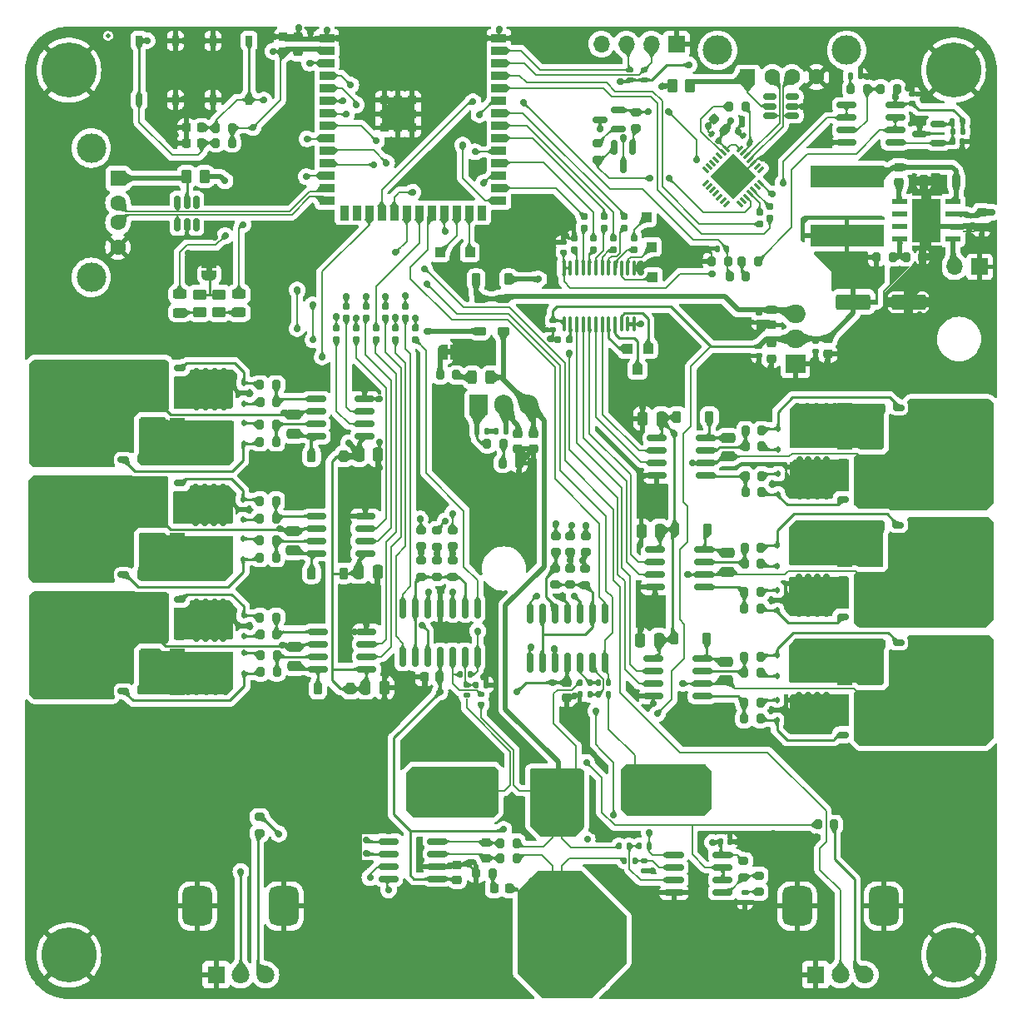
<source format=gbr>
%TF.GenerationSoftware,KiCad,Pcbnew,8.0.1*%
%TF.CreationDate,2024-05-15T20:02:36+03:00*%
%TF.ProjectId,ESP32_dual_ESC,45535033-325f-4647-9561-6c5f4553432e,rev?*%
%TF.SameCoordinates,Original*%
%TF.FileFunction,Copper,L1,Top*%
%TF.FilePolarity,Positive*%
%FSLAX46Y46*%
G04 Gerber Fmt 4.6, Leading zero omitted, Abs format (unit mm)*
G04 Created by KiCad (PCBNEW 8.0.1) date 2024-05-15 20:02:36*
%MOMM*%
%LPD*%
G01*
G04 APERTURE LIST*
G04 Aperture macros list*
%AMRoundRect*
0 Rectangle with rounded corners*
0 $1 Rounding radius*
0 $2 $3 $4 $5 $6 $7 $8 $9 X,Y pos of 4 corners*
0 Add a 4 corners polygon primitive as box body*
4,1,4,$2,$3,$4,$5,$6,$7,$8,$9,$2,$3,0*
0 Add four circle primitives for the rounded corners*
1,1,$1+$1,$2,$3*
1,1,$1+$1,$4,$5*
1,1,$1+$1,$6,$7*
1,1,$1+$1,$8,$9*
0 Add four rect primitives between the rounded corners*
20,1,$1+$1,$2,$3,$4,$5,0*
20,1,$1+$1,$4,$5,$6,$7,0*
20,1,$1+$1,$6,$7,$8,$9,0*
20,1,$1+$1,$8,$9,$2,$3,0*%
%AMRotRect*
0 Rectangle, with rotation*
0 The origin of the aperture is its center*
0 $1 length*
0 $2 width*
0 $3 Rotation angle, in degrees counterclockwise*
0 Add horizontal line*
21,1,$1,$2,0,0,$3*%
%AMFreePoly0*
4,1,19,0.500000,-0.750000,0.000000,-0.750000,0.000000,-0.744911,-0.071157,-0.744911,-0.207708,-0.704816,-0.327430,-0.627875,-0.420627,-0.520320,-0.479746,-0.390866,-0.500000,-0.250000,-0.500000,0.250000,-0.479746,0.390866,-0.420627,0.520320,-0.327430,0.627875,-0.207708,0.704816,-0.071157,0.744911,0.000000,0.744911,0.000000,0.750000,0.500000,0.750000,0.500000,-0.750000,0.500000,-0.750000,
$1*%
%AMFreePoly1*
4,1,19,0.000000,0.744911,0.071157,0.744911,0.207708,0.704816,0.327430,0.627875,0.420627,0.520320,0.479746,0.390866,0.500000,0.250000,0.500000,-0.250000,0.479746,-0.390866,0.420627,-0.520320,0.327430,-0.627875,0.207708,-0.704816,0.071157,-0.744911,0.000000,-0.744911,0.000000,-0.750000,-0.500000,-0.750000,-0.500000,0.750000,0.000000,0.750000,0.000000,0.744911,0.000000,0.744911,
$1*%
G04 Aperture macros list end*
%TA.AperFunction,EtchedComponent*%
%ADD10C,0.000000*%
%TD*%
%TA.AperFunction,SMDPad,CuDef*%
%ADD11RoundRect,0.250000X0.450000X-0.262500X0.450000X0.262500X-0.450000X0.262500X-0.450000X-0.262500X0*%
%TD*%
%TA.AperFunction,SMDPad,CuDef*%
%ADD12RoundRect,0.250000X-0.262500X-0.450000X0.262500X-0.450000X0.262500X0.450000X-0.262500X0.450000X0*%
%TD*%
%TA.AperFunction,SMDPad,CuDef*%
%ADD13RoundRect,0.250000X0.262500X0.450000X-0.262500X0.450000X-0.262500X-0.450000X0.262500X-0.450000X0*%
%TD*%
%TA.AperFunction,SMDPad,CuDef*%
%ADD14RoundRect,0.200000X-0.200000X-0.275000X0.200000X-0.275000X0.200000X0.275000X-0.200000X0.275000X0*%
%TD*%
%TA.AperFunction,ComponentPad*%
%ADD15C,2.900000*%
%TD*%
%TA.AperFunction,ConnectorPad*%
%ADD16C,5.000000*%
%TD*%
%TA.AperFunction,SMDPad,CuDef*%
%ADD17RoundRect,0.100000X0.100000X-0.637500X0.100000X0.637500X-0.100000X0.637500X-0.100000X-0.637500X0*%
%TD*%
%TA.AperFunction,SMDPad,CuDef*%
%ADD18RoundRect,0.250000X0.250000X0.475000X-0.250000X0.475000X-0.250000X-0.475000X0.250000X-0.475000X0*%
%TD*%
%TA.AperFunction,SMDPad,CuDef*%
%ADD19RoundRect,0.140000X-0.170000X0.140000X-0.170000X-0.140000X0.170000X-0.140000X0.170000X0.140000X0*%
%TD*%
%TA.AperFunction,SMDPad,CuDef*%
%ADD20RoundRect,0.140000X0.170000X-0.140000X0.170000X0.140000X-0.170000X0.140000X-0.170000X-0.140000X0*%
%TD*%
%TA.AperFunction,SMDPad,CuDef*%
%ADD21RoundRect,0.225000X-0.225000X-0.250000X0.225000X-0.250000X0.225000X0.250000X-0.225000X0.250000X0*%
%TD*%
%TA.AperFunction,SMDPad,CuDef*%
%ADD22RoundRect,0.150000X-0.150000X0.587500X-0.150000X-0.587500X0.150000X-0.587500X0.150000X0.587500X0*%
%TD*%
%TA.AperFunction,SMDPad,CuDef*%
%ADD23RoundRect,0.243750X-0.243750X-0.456250X0.243750X-0.456250X0.243750X0.456250X-0.243750X0.456250X0*%
%TD*%
%TA.AperFunction,SMDPad,CuDef*%
%ADD24RoundRect,0.250000X0.475000X-0.250000X0.475000X0.250000X-0.475000X0.250000X-0.475000X-0.250000X0*%
%TD*%
%TA.AperFunction,SMDPad,CuDef*%
%ADD25RoundRect,0.135000X0.185000X-0.135000X0.185000X0.135000X-0.185000X0.135000X-0.185000X-0.135000X0*%
%TD*%
%TA.AperFunction,SMDPad,CuDef*%
%ADD26RoundRect,0.160000X0.160000X-0.197500X0.160000X0.197500X-0.160000X0.197500X-0.160000X-0.197500X0*%
%TD*%
%TA.AperFunction,SMDPad,CuDef*%
%ADD27RoundRect,0.225000X0.225000X0.375000X-0.225000X0.375000X-0.225000X-0.375000X0.225000X-0.375000X0*%
%TD*%
%TA.AperFunction,SMDPad,CuDef*%
%ADD28RoundRect,0.200000X0.275000X-0.200000X0.275000X0.200000X-0.275000X0.200000X-0.275000X-0.200000X0*%
%TD*%
%TA.AperFunction,SMDPad,CuDef*%
%ADD29RoundRect,0.225000X-0.250000X0.225000X-0.250000X-0.225000X0.250000X-0.225000X0.250000X0.225000X0*%
%TD*%
%TA.AperFunction,SMDPad,CuDef*%
%ADD30RoundRect,0.200000X0.200000X0.275000X-0.200000X0.275000X-0.200000X-0.275000X0.200000X-0.275000X0*%
%TD*%
%TA.AperFunction,SMDPad,CuDef*%
%ADD31RoundRect,0.150000X-0.825000X-0.150000X0.825000X-0.150000X0.825000X0.150000X-0.825000X0.150000X0*%
%TD*%
%TA.AperFunction,SMDPad,CuDef*%
%ADD32RoundRect,0.225000X0.250000X-0.225000X0.250000X0.225000X-0.250000X0.225000X-0.250000X-0.225000X0*%
%TD*%
%TA.AperFunction,SMDPad,CuDef*%
%ADD33RoundRect,0.250000X-0.650000X0.325000X-0.650000X-0.325000X0.650000X-0.325000X0.650000X0.325000X0*%
%TD*%
%TA.AperFunction,SMDPad,CuDef*%
%ADD34RoundRect,0.150000X0.587500X0.150000X-0.587500X0.150000X-0.587500X-0.150000X0.587500X-0.150000X0*%
%TD*%
%TA.AperFunction,SMDPad,CuDef*%
%ADD35RoundRect,0.140000X0.140000X0.170000X-0.140000X0.170000X-0.140000X-0.170000X0.140000X-0.170000X0*%
%TD*%
%TA.AperFunction,SMDPad,CuDef*%
%ADD36RoundRect,0.250000X-0.250000X-0.475000X0.250000X-0.475000X0.250000X0.475000X-0.250000X0.475000X0*%
%TD*%
%TA.AperFunction,SMDPad,CuDef*%
%ADD37RoundRect,0.135000X0.135000X0.185000X-0.135000X0.185000X-0.135000X-0.185000X0.135000X-0.185000X0*%
%TD*%
%TA.AperFunction,SMDPad,CuDef*%
%ADD38RoundRect,0.150000X0.150000X-0.825000X0.150000X0.825000X-0.150000X0.825000X-0.150000X-0.825000X0*%
%TD*%
%TA.AperFunction,ComponentPad*%
%ADD39C,3.600000*%
%TD*%
%TA.AperFunction,ConnectorPad*%
%ADD40C,5.600000*%
%TD*%
%TA.AperFunction,SMDPad,CuDef*%
%ADD41RoundRect,0.218750X0.218750X0.256250X-0.218750X0.256250X-0.218750X-0.256250X0.218750X-0.256250X0*%
%TD*%
%TA.AperFunction,SMDPad,CuDef*%
%ADD42R,1.510000X4.710000*%
%TD*%
%TA.AperFunction,SMDPad,CuDef*%
%ADD43R,3.100000X4.210000*%
%TD*%
%TA.AperFunction,SMDPad,CuDef*%
%ADD44RoundRect,0.175000X-0.400000X0.175000X-0.400000X-0.175000X0.400000X-0.175000X0.400000X0.175000X0*%
%TD*%
%TA.AperFunction,SMDPad,CuDef*%
%ADD45R,1.000000X1.000000*%
%TD*%
%TA.AperFunction,SMDPad,CuDef*%
%ADD46FreePoly0,270.000000*%
%TD*%
%TA.AperFunction,SMDPad,CuDef*%
%ADD47FreePoly1,270.000000*%
%TD*%
%TA.AperFunction,SMDPad,CuDef*%
%ADD48RoundRect,0.200000X-0.275000X0.200000X-0.275000X-0.200000X0.275000X-0.200000X0.275000X0.200000X0*%
%TD*%
%TA.AperFunction,SMDPad,CuDef*%
%ADD49RoundRect,0.175000X0.400000X-0.175000X0.400000X0.175000X-0.400000X0.175000X-0.400000X-0.175000X0*%
%TD*%
%TA.AperFunction,SMDPad,CuDef*%
%ADD50RoundRect,0.160000X-0.197500X-0.160000X0.197500X-0.160000X0.197500X0.160000X-0.197500X0.160000X0*%
%TD*%
%TA.AperFunction,SMDPad,CuDef*%
%ADD51RoundRect,0.250000X-0.475000X0.250000X-0.475000X-0.250000X0.475000X-0.250000X0.475000X0.250000X0*%
%TD*%
%TA.AperFunction,SMDPad,CuDef*%
%ADD52RoundRect,0.112500X-0.112500X0.187500X-0.112500X-0.187500X0.112500X-0.187500X0.112500X0.187500X0*%
%TD*%
%TA.AperFunction,SMDPad,CuDef*%
%ADD53RoundRect,0.112500X0.112500X-0.187500X0.112500X0.187500X-0.112500X0.187500X-0.112500X-0.187500X0*%
%TD*%
%TA.AperFunction,ComponentPad*%
%ADD54R,1.700000X1.700000*%
%TD*%
%TA.AperFunction,ComponentPad*%
%ADD55O,1.700000X1.700000*%
%TD*%
%TA.AperFunction,SMDPad,CuDef*%
%ADD56RoundRect,0.225000X-0.225000X-0.375000X0.225000X-0.375000X0.225000X0.375000X-0.225000X0.375000X0*%
%TD*%
%TA.AperFunction,SMDPad,CuDef*%
%ADD57RoundRect,0.135000X-0.135000X-0.185000X0.135000X-0.185000X0.135000X0.185000X-0.135000X0.185000X0*%
%TD*%
%TA.AperFunction,SMDPad,CuDef*%
%ADD58RoundRect,0.250000X-0.362500X-1.425000X0.362500X-1.425000X0.362500X1.425000X-0.362500X1.425000X0*%
%TD*%
%TA.AperFunction,ComponentPad*%
%ADD59R,1.800000X1.800000*%
%TD*%
%TA.AperFunction,ComponentPad*%
%ADD60C,1.800000*%
%TD*%
%TA.AperFunction,ComponentPad*%
%ADD61RoundRect,0.750000X0.750000X-1.250000X0.750000X1.250000X-0.750000X1.250000X-0.750000X-1.250000X0*%
%TD*%
%TA.AperFunction,SMDPad,CuDef*%
%ADD62RoundRect,0.250000X-1.500000X-0.550000X1.500000X-0.550000X1.500000X0.550000X-1.500000X0.550000X0*%
%TD*%
%TA.AperFunction,SMDPad,CuDef*%
%ADD63RoundRect,0.250000X0.362500X1.425000X-0.362500X1.425000X-0.362500X-1.425000X0.362500X-1.425000X0*%
%TD*%
%TA.AperFunction,ComponentPad*%
%ADD64R,1.500000X1.600000*%
%TD*%
%TA.AperFunction,ComponentPad*%
%ADD65C,1.600000*%
%TD*%
%TA.AperFunction,ComponentPad*%
%ADD66C,3.000000*%
%TD*%
%TA.AperFunction,SMDPad,CuDef*%
%ADD67R,1.550000X0.600000*%
%TD*%
%TA.AperFunction,ComponentPad*%
%ADD68C,0.700000*%
%TD*%
%TA.AperFunction,SMDPad,CuDef*%
%ADD69R,2.600000X3.100000*%
%TD*%
%TA.AperFunction,SMDPad,CuDef*%
%ADD70R,2.950000X4.500000*%
%TD*%
%TA.AperFunction,SMDPad,CuDef*%
%ADD71RoundRect,0.135000X-0.185000X0.135000X-0.185000X-0.135000X0.185000X-0.135000X0.185000X0.135000X0*%
%TD*%
%TA.AperFunction,SMDPad,CuDef*%
%ADD72R,0.700000X1.000000*%
%TD*%
%TA.AperFunction,SMDPad,CuDef*%
%ADD73RoundRect,0.150000X0.825000X0.150000X-0.825000X0.150000X-0.825000X-0.150000X0.825000X-0.150000X0*%
%TD*%
%TA.AperFunction,SMDPad,CuDef*%
%ADD74RoundRect,0.140000X-0.140000X-0.170000X0.140000X-0.170000X0.140000X0.170000X-0.140000X0.170000X0*%
%TD*%
%TA.AperFunction,SMDPad,CuDef*%
%ADD75RoundRect,0.243750X0.456250X-0.243750X0.456250X0.243750X-0.456250X0.243750X-0.456250X-0.243750X0*%
%TD*%
%TA.AperFunction,SMDPad,CuDef*%
%ADD76RoundRect,0.140000X-0.219203X-0.021213X-0.021213X-0.219203X0.219203X0.021213X0.021213X0.219203X0*%
%TD*%
%TA.AperFunction,SMDPad,CuDef*%
%ADD77RoundRect,0.250000X0.650000X-0.325000X0.650000X0.325000X-0.650000X0.325000X-0.650000X-0.325000X0*%
%TD*%
%TA.AperFunction,SMDPad,CuDef*%
%ADD78RoundRect,0.225000X0.335876X0.017678X0.017678X0.335876X-0.335876X-0.017678X-0.017678X-0.335876X0*%
%TD*%
%TA.AperFunction,SMDPad,CuDef*%
%ADD79RoundRect,0.225000X0.225000X0.250000X-0.225000X0.250000X-0.225000X-0.250000X0.225000X-0.250000X0*%
%TD*%
%TA.AperFunction,SMDPad,CuDef*%
%ADD80C,0.500000*%
%TD*%
%TA.AperFunction,SMDPad,CuDef*%
%ADD81RoundRect,0.150000X0.150000X-0.512500X0.150000X0.512500X-0.150000X0.512500X-0.150000X-0.512500X0*%
%TD*%
%TA.AperFunction,SMDPad,CuDef*%
%ADD82RoundRect,0.225000X-0.375000X0.225000X-0.375000X-0.225000X0.375000X-0.225000X0.375000X0.225000X0*%
%TD*%
%TA.AperFunction,SMDPad,CuDef*%
%ADD83R,7.500000X2.200000*%
%TD*%
%TA.AperFunction,SMDPad,CuDef*%
%ADD84RoundRect,0.250000X-1.425000X0.362500X-1.425000X-0.362500X1.425000X-0.362500X1.425000X0.362500X0*%
%TD*%
%TA.AperFunction,SMDPad,CuDef*%
%ADD85FreePoly0,180.000000*%
%TD*%
%TA.AperFunction,SMDPad,CuDef*%
%ADD86FreePoly1,180.000000*%
%TD*%
%TA.AperFunction,SMDPad,CuDef*%
%ADD87RoundRect,0.062500X0.194454X0.282843X-0.282843X-0.194454X-0.194454X-0.282843X0.282843X0.194454X0*%
%TD*%
%TA.AperFunction,SMDPad,CuDef*%
%ADD88RoundRect,0.062500X-0.194454X0.282843X-0.282843X0.194454X0.194454X-0.282843X0.282843X-0.194454X0*%
%TD*%
%TA.AperFunction,HeatsinkPad*%
%ADD89RotRect,3.350000X3.350000X225.000000*%
%TD*%
%TA.AperFunction,SMDPad,CuDef*%
%ADD90RoundRect,0.150000X0.512500X0.150000X-0.512500X0.150000X-0.512500X-0.150000X0.512500X-0.150000X0*%
%TD*%
%TA.AperFunction,SMDPad,CuDef*%
%ADD91R,1.500000X0.900000*%
%TD*%
%TA.AperFunction,SMDPad,CuDef*%
%ADD92R,0.900000X1.500000*%
%TD*%
%TA.AperFunction,SMDPad,CuDef*%
%ADD93R,0.900000X0.900000*%
%TD*%
%TA.AperFunction,ComponentPad*%
%ADD94R,2.000000X1.905000*%
%TD*%
%TA.AperFunction,ComponentPad*%
%ADD95O,2.000000X1.905000*%
%TD*%
%TA.AperFunction,ComponentPad*%
%ADD96R,1.905000X2.000000*%
%TD*%
%TA.AperFunction,ComponentPad*%
%ADD97O,1.905000X2.000000*%
%TD*%
%TA.AperFunction,ComponentPad*%
%ADD98R,1.600000X1.500000*%
%TD*%
%TA.AperFunction,ViaPad*%
%ADD99C,0.700000*%
%TD*%
%TA.AperFunction,ViaPad*%
%ADD100C,3.000000*%
%TD*%
%TA.AperFunction,Conductor*%
%ADD101C,0.250000*%
%TD*%
%TA.AperFunction,Conductor*%
%ADD102C,0.150000*%
%TD*%
%TA.AperFunction,Conductor*%
%ADD103C,0.500000*%
%TD*%
%TA.AperFunction,Conductor*%
%ADD104C,0.200000*%
%TD*%
%TA.AperFunction,Conductor*%
%ADD105C,0.300000*%
%TD*%
%TA.AperFunction,Conductor*%
%ADD106C,0.400000*%
%TD*%
G04 APERTURE END LIST*
D10*
%TA.AperFunction,EtchedComponent*%
%TO.C,JP1*%
G36*
X69590000Y-75480000D02*
G01*
X68990000Y-75480000D01*
X68990000Y-74980000D01*
X69590000Y-74980000D01*
X69590000Y-75480000D01*
G37*
%TD.AperFunction*%
%TA.AperFunction,EtchedComponent*%
%TO.C,JP2*%
G36*
X93938000Y-83955200D02*
G01*
X93438000Y-83955200D01*
X93438000Y-83355200D01*
X93938000Y-83355200D01*
X93938000Y-83955200D01*
G37*
%TD.AperFunction*%
%TD*%
D11*
%TO.P,R22,1*%
%TO.N,Net-(D4-K)*%
X68320000Y-79627500D03*
%TO.P,R22,2*%
%TO.N,Net-(JP1-B)*%
X68320000Y-77802500D03*
%TD*%
D12*
%TO.P,FB2,1*%
%TO.N,5v_2*%
X116372100Y-56604200D03*
%TO.P,FB2,2*%
%TO.N,/MCU/Vusb_2*%
X118197100Y-56604200D03*
%TD*%
D11*
%TO.P,R23,1*%
%TO.N,Net-(D5-K)*%
X70300000Y-79625000D03*
%TO.P,R23,2*%
%TO.N,Net-(JP1-B)*%
X70300000Y-77800000D03*
%TD*%
D13*
%TO.P,FB1,1*%
%TO.N,+5V*%
X68812500Y-65820000D03*
%TO.P,FB1,2*%
%TO.N,VBUS*%
X66987500Y-65820000D03*
%TD*%
D14*
%TO.P,R100,1*%
%TO.N,/MCU/GPIO_10*%
X122250800Y-75959000D03*
%TO.P,R100,2*%
%TO.N,Net-(R100-Pad2)*%
X123900800Y-75959000D03*
%TD*%
D15*
%TO.P,J9,1,Pin_1*%
%TO.N,/ESC_V2/A1*%
X145100400Y-117934800D03*
D16*
X145100400Y-117934800D03*
%TD*%
D17*
%TO.P,U16,1,VCCA*%
%TO.N,+3V3*%
X105378400Y-80828100D03*
%TO.P,U16,2,DIR*%
%TO.N,Net-(U16-DIR)*%
X106028400Y-80828100D03*
%TO.P,U16,3,A1*%
%TO.N,/ESC_V2/Phase_A_H*%
X106678400Y-80828100D03*
%TO.P,U16,4,A2*%
%TO.N,/ESC_V2/Phase_B_L*%
X107328400Y-80828100D03*
%TO.P,U16,5,A3*%
%TO.N,/ESC_V2/Phase_B_H*%
X107978400Y-80828100D03*
%TO.P,U16,6,A4*%
%TO.N,/ESC_V2/Phase_C_L*%
X108628400Y-80828100D03*
%TO.P,U16,7,A5*%
%TO.N,/ESC_V2/Phase_C_H*%
X109278400Y-80828100D03*
%TO.P,U16,8,A6*%
%TO.N,Net-(U16-A6)*%
X109928400Y-80828100D03*
%TO.P,U16,9,A7*%
%TO.N,Net-(U16-A7)*%
X110578400Y-80828100D03*
%TO.P,U16,10,A8*%
%TO.N,Net-(U16-A8)*%
X111228400Y-80828100D03*
%TO.P,U16,11,GND*%
%TO.N,GND*%
X111878400Y-80828100D03*
%TO.P,U16,12,GND*%
X112528400Y-80828100D03*
%TO.P,U16,13,GND*%
X112528400Y-75103100D03*
%TO.P,U16,14,B8*%
%TO.N,Net-(U16-B8)*%
X111878400Y-75103100D03*
%TO.P,U16,15,B7*%
%TO.N,Net-(U16-B7)*%
X111228400Y-75103100D03*
%TO.P,U16,16,B6*%
%TO.N,Net-(U16-B6)*%
X110578400Y-75103100D03*
%TO.P,U16,17,B5*%
%TO.N,Net-(U16-B5)*%
X109928400Y-75103100D03*
%TO.P,U16,18,B4*%
%TO.N,Net-(U16-B4)*%
X109278400Y-75103100D03*
%TO.P,U16,19,B3*%
%TO.N,Net-(U16-B3)*%
X108628400Y-75103100D03*
%TO.P,U16,20,B2*%
%TO.N,Net-(U16-B2)*%
X107978400Y-75103100D03*
%TO.P,U16,21,B1*%
%TO.N,Net-(U16-B1)*%
X107328400Y-75103100D03*
%TO.P,U16,22,~{OE}*%
%TO.N,Net-(U16-~{OE})*%
X106678400Y-75103100D03*
%TO.P,U16,23,VCCB*%
%TO.N,1V8*%
X106028400Y-75103100D03*
%TO.P,U16,24,VCCB*%
X105378400Y-75103100D03*
%TD*%
D18*
%TO.P,C1,1*%
%TO.N,GND*%
X87100000Y-117800000D03*
%TO.P,C1,2*%
%TO.N,+15V*%
X85200000Y-117800000D03*
%TD*%
%TO.P,C5,1*%
%TO.N,GND*%
X86433800Y-94120000D03*
%TO.P,C5,2*%
%TO.N,+15V*%
X84533800Y-94120000D03*
%TD*%
D14*
%TO.P,R68,1*%
%TO.N,Net-(U5-VSENSE)*%
X140200600Y-74003200D03*
%TO.P,R68,2*%
%TO.N,GND*%
X141850600Y-74003200D03*
%TD*%
D19*
%TO.P,C9,1*%
%TO.N,GND*%
X79600000Y-51860000D03*
%TO.P,C9,2*%
%TO.N,+3V3*%
X79600000Y-52820000D03*
%TD*%
D14*
%TO.P,R82,1*%
%TO.N,Net-(U15-~{RST})*%
X122200000Y-58687000D03*
%TO.P,R82,2*%
%TO.N,Net-(U15-VDD)*%
X123850000Y-58687000D03*
%TD*%
D20*
%TO.P,C46,1*%
%TO.N,GND*%
X125245800Y-80668400D03*
%TO.P,C46,2*%
%TO.N,Net-(D22-K)*%
X125245800Y-79708400D03*
%TD*%
D21*
%TO.P,C7,1*%
%TO.N,GND*%
X91160400Y-116700600D03*
%TO.P,C7,2*%
%TO.N,+3V3*%
X92710400Y-116700600D03*
%TD*%
D22*
%TO.P,Q20,1,B*%
%TO.N,Net-(Q20-B)*%
X112363500Y-62832000D03*
%TO.P,Q20,2,E*%
%TO.N,/MCU/RST*%
X110463500Y-62832000D03*
%TO.P,Q20,3,C*%
%TO.N,/MCU/ESP_EN*%
X111413500Y-64707000D03*
%TD*%
D23*
%TO.P,D25,1,K*%
%TO.N,Net-(D25-K)*%
X96030500Y-86245200D03*
%TO.P,D25,2,A*%
%TO.N,VCC*%
X97905500Y-86245200D03*
%TD*%
D24*
%TO.P,C2,1*%
%TO.N,/ESC_V1/HB1*%
X77970000Y-115590000D03*
%TO.P,C2,2*%
%TO.N,/ESC_V1/A1*%
X77970000Y-113690000D03*
%TD*%
D25*
%TO.P,R67,1*%
%TO.N,GND*%
X113530000Y-136400000D03*
%TO.P,R67,2*%
%TO.N,Net-(U13A--)*%
X113530000Y-135380000D03*
%TD*%
%TO.P,R33,1*%
%TO.N,+3V3*%
X113545800Y-55990400D03*
%TO.P,R33,2*%
%TO.N,SCL*%
X113545800Y-54970400D03*
%TD*%
D26*
%TO.P,R86,1*%
%TO.N,Net-(U16-B4)*%
X110375800Y-73289600D03*
%TO.P,R86,2*%
%TO.N,/MCU/GPIO_40*%
X110375800Y-72094600D03*
%TD*%
D14*
%TO.P,R55,1*%
%TO.N,/ESC_V2/LO1*%
X123698600Y-120942400D03*
%TO.P,R55,2*%
%TO.N,/ESC_V2/gate_L1*%
X125348600Y-120942400D03*
%TD*%
D15*
%TO.P,J7,1,Pin_1*%
%TO.N,/ESC_V2/C1*%
X145100400Y-93804800D03*
D16*
X145100400Y-93804800D03*
%TD*%
D25*
%TO.P,R32,1*%
%TO.N,+3V3*%
X112098000Y-55990400D03*
%TO.P,R32,2*%
%TO.N,SDA*%
X112098000Y-54970400D03*
%TD*%
D26*
%TO.P,R75,1*%
%TO.N,/ESC_V1/Phase_B_H*%
X85229800Y-80214100D03*
%TO.P,R75,2*%
%TO.N,/MCU/GPIO_04*%
X85229800Y-79019100D03*
%TD*%
%TO.P,R78,1*%
%TO.N,/ESC_V1/Phase_C_L*%
X83223200Y-80239500D03*
%TO.P,R78,2*%
%TO.N,/MCU/GPIO_07*%
X83223200Y-79044500D03*
%TD*%
D27*
%TO.P,D8,1,K*%
%TO.N,/ESC_V2/HB2*%
X120001400Y-101689200D03*
%TO.P,D8,2,A*%
%TO.N,+15V*%
X116701400Y-101689200D03*
%TD*%
D28*
%TO.P,R19,1*%
%TO.N,/MCU/RST*%
X108822700Y-64109600D03*
%TO.P,R19,2*%
%TO.N,Net-(Q21-B)*%
X108822700Y-62459600D03*
%TD*%
D19*
%TO.P,C43,1*%
%TO.N,GND*%
X105346600Y-72532600D03*
%TO.P,C43,2*%
%TO.N,1V8*%
X105346600Y-73492600D03*
%TD*%
D29*
%TO.P,C47,1*%
%TO.N,Net-(D22-K)*%
X126495000Y-79375000D03*
%TO.P,C47,2*%
%TO.N,GND*%
X126495000Y-80925000D03*
%TD*%
D30*
%TO.P,R5,1*%
%TO.N,/ESC_V1/LO1*%
X76105000Y-110660000D03*
%TO.P,R5,2*%
%TO.N,/ESC_V1/gate_L1*%
X74455000Y-110660000D03*
%TD*%
D18*
%TO.P,C3,1*%
%TO.N,GND*%
X86408400Y-106032600D03*
%TO.P,C3,2*%
%TO.N,+15V*%
X84508400Y-106032600D03*
%TD*%
D26*
%TO.P,R74,1*%
%TO.N,/ESC_V1/Phase_A_L*%
X86229200Y-82410600D03*
%TO.P,R74,2*%
%TO.N,/MCU/GPIO_13*%
X86229200Y-81215600D03*
%TD*%
D31*
%TO.P,U17,1,VDD*%
%TO.N,+15V*%
X114657200Y-103760800D03*
%TO.P,U17,2,HI*%
%TO.N,/ESC_V2/Phase_B_H*%
X114657200Y-105030800D03*
%TO.P,U17,3,LI*%
%TO.N,/ESC_V2/Phase_B_L*%
X114657200Y-106300800D03*
%TO.P,U17,4,VSS*%
%TO.N,GND*%
X114657200Y-107570800D03*
%TO.P,U17,5,LO*%
%TO.N,/ESC_V2/LO2*%
X119607200Y-107570800D03*
%TO.P,U17,6,HS*%
%TO.N,/ESC_V2/B1*%
X119607200Y-106300800D03*
%TO.P,U17,7,HO*%
%TO.N,/ESC_V2/HO2*%
X119607200Y-105030800D03*
%TO.P,U17,8,HB*%
%TO.N,/ESC_V2/HB2*%
X119607200Y-103760800D03*
%TD*%
D32*
%TO.P,C11,1*%
%TO.N,+3V3*%
X78340000Y-53155000D03*
%TO.P,C11,2*%
%TO.N,GND*%
X78340000Y-51605000D03*
%TD*%
D14*
%TO.P,R59,1*%
%TO.N,Net-(D17-K)*%
X74465000Y-112390000D03*
%TO.P,R59,2*%
%TO.N,/ESC_V1/LO1*%
X76115000Y-112390000D03*
%TD*%
D33*
%TO.P,C35,1*%
%TO.N,/ESC_V2/ESC_VCC*%
X131915000Y-116114600D03*
%TO.P,C35,2*%
%TO.N,GND*%
X131915000Y-119064600D03*
%TD*%
D29*
%TO.P,C28,1*%
%TO.N,+3V3*%
X132219800Y-82296000D03*
%TO.P,C28,2*%
%TO.N,GND*%
X132219800Y-83846000D03*
%TD*%
D34*
%TO.P,U9,1,REF*%
%TO.N,/MCU/2V5_RAW*%
X143431600Y-62405600D03*
%TO.P,U9,2,K*%
X143431600Y-60505600D03*
%TO.P,U9,3,A*%
%TO.N,GND*%
X141556600Y-61455600D03*
%TD*%
D35*
%TO.P,C13,1*%
%TO.N,GND*%
X145881600Y-62225600D03*
%TO.P,C13,2*%
%TO.N,/MCU/2V5_RAW*%
X144921600Y-62225600D03*
%TD*%
D36*
%TO.P,C20,1*%
%TO.N,GND*%
X113134200Y-112941400D03*
%TO.P,C20,2*%
%TO.N,+15V*%
X115034200Y-112941400D03*
%TD*%
D37*
%TO.P,R29,1*%
%TO.N,Net-(U10B-+)*%
X107990200Y-117284800D03*
%TO.P,R29,2*%
%TO.N,VCC*%
X106970200Y-117284800D03*
%TD*%
D28*
%TO.P,R40,1*%
%TO.N,Net-(U10A-+)*%
X107581800Y-104000600D03*
%TO.P,R40,2*%
%TO.N,/ESC_V2/C1*%
X107581800Y-102350600D03*
%TD*%
D38*
%TO.P,U10,1*%
%TO.N,/MCU/GPIO_21*%
X101892200Y-115238600D03*
%TO.P,U10,2,-*%
%TO.N,/ESC_V2/star2*%
X103162200Y-115238600D03*
%TO.P,U10,3,+*%
%TO.N,Net-(U10A-+)*%
X104432200Y-115238600D03*
%TO.P,U10,4,V+*%
%TO.N,+3V3*%
X105702200Y-115238600D03*
%TO.P,U10,5,+*%
%TO.N,Net-(U10B-+)*%
X106972200Y-115238600D03*
%TO.P,U10,6,-*%
%TO.N,Net-(U10B--)*%
X108242200Y-115238600D03*
%TO.P,U10,7*%
%TO.N,/MCU/GPIO_11*%
X109512200Y-115238600D03*
%TO.P,U10,8*%
%TO.N,/MCU/GPIO_14*%
X109512200Y-110288600D03*
%TO.P,U10,9,-*%
%TO.N,/ESC_V2/star2*%
X108242200Y-110288600D03*
%TO.P,U10,10,+*%
%TO.N,Net-(U10C-+)*%
X106972200Y-110288600D03*
%TO.P,U10,11,V-*%
%TO.N,GND*%
X105702200Y-110288600D03*
%TO.P,U10,12,+*%
%TO.N,Net-(U10D-+)*%
X104432200Y-110288600D03*
%TO.P,U10,13,-*%
%TO.N,/ESC_V2/star2*%
X103162200Y-110288600D03*
%TO.P,U10,14*%
%TO.N,/MCU/GPIO_42*%
X101892200Y-110288600D03*
%TD*%
D39*
%TO.P,H3,1,1*%
%TO.N,GND*%
X145000000Y-145000000D03*
D40*
X145000000Y-145000000D03*
%TD*%
D20*
%TO.P,C42,1*%
%TO.N,GND*%
X104254400Y-81417400D03*
%TO.P,C42,2*%
%TO.N,+3V3*%
X104254400Y-80457400D03*
%TD*%
D29*
%TO.P,C29,1*%
%TO.N,VCC*%
X102253600Y-91948200D03*
%TO.P,C29,2*%
%TO.N,GND*%
X102253600Y-93498200D03*
%TD*%
D26*
%TO.P,R84,1*%
%TO.N,Net-(U16-B2)*%
X108351600Y-73289600D03*
%TO.P,R84,2*%
%TO.N,/MCU/GPIO_37*%
X108351600Y-72094600D03*
%TD*%
%TO.P,R88,1*%
%TO.N,Net-(U16-B6)*%
X112484000Y-73264200D03*
%TO.P,R88,2*%
%TO.N,Net-(R88-Pad2)*%
X112484000Y-72069200D03*
%TD*%
D41*
%TO.P,D6,1,K*%
%TO.N,VDC*%
X99837500Y-138230000D03*
%TO.P,D6,2,A*%
%TO.N,Net-(D6-A)*%
X98262500Y-138230000D03*
%TD*%
D29*
%TO.P,C26,1*%
%TO.N,Net-(D22-K)*%
X147865600Y-69437200D03*
%TO.P,C26,2*%
%TO.N,GND*%
X147865600Y-70987200D03*
%TD*%
D42*
%TO.P,Q8,1,D*%
%TO.N,/ESC_V2/C1*%
X139240821Y-96739000D03*
D43*
X136954821Y-96739000D03*
D44*
%TO.P,Q8,2,S*%
%TO.N,GND*%
X133790821Y-94839000D03*
X133790821Y-96109000D03*
X133790821Y-97379000D03*
%TO.P,Q8,3,G*%
%TO.N,/ESC_V2/gate_L3*%
X133790821Y-98649000D03*
%TD*%
D45*
%TO.P,TP5,1,1*%
%TO.N,Net-(U16-A6)*%
X111849000Y-83325000D03*
%TD*%
D46*
%TO.P,JP1,1,A*%
%TO.N,GND*%
X69290000Y-74580000D03*
D47*
%TO.P,JP1,2,B*%
%TO.N,Net-(JP1-B)*%
X69290000Y-75880000D03*
%TD*%
D48*
%TO.P,R18,1*%
%TO.N,/MCU/DTR*%
X112708900Y-59259200D03*
%TO.P,R18,2*%
%TO.N,Net-(Q20-B)*%
X112708900Y-60909200D03*
%TD*%
D28*
%TO.P,R95,1*%
%TO.N,Net-(U13B-+)*%
X123634600Y-137083600D03*
%TO.P,R95,2*%
%TO.N,+3V3*%
X123634600Y-135433600D03*
%TD*%
D26*
%TO.P,R79,1*%
%TO.N,/ESC_V1/BEMC_Phase_B*%
X90284400Y-82423900D03*
%TO.P,R79,2*%
%TO.N,/MCU/GPIO_38*%
X90284400Y-81228900D03*
%TD*%
D28*
%TO.P,R101,1*%
%TO.N,Net-(R101-Pad1)*%
X125209400Y-138556800D03*
%TO.P,R101,2*%
%TO.N,Net-(U13B-+)*%
X125209400Y-136906800D03*
%TD*%
%TO.P,R93,1*%
%TO.N,Net-(R93-Pad1)*%
X74409400Y-132587800D03*
%TO.P,R93,2*%
%TO.N,1V81*%
X74409400Y-130937800D03*
%TD*%
D42*
%TO.P,Q6,1,D*%
%TO.N,/ESC_V1/C1*%
X60798621Y-87205000D03*
D43*
X63084621Y-87205000D03*
D49*
%TO.P,Q6,2,S*%
%TO.N,GND*%
X66248621Y-89105000D03*
X66248621Y-87835000D03*
X66248621Y-86565000D03*
%TO.P,Q6,3,G*%
%TO.N,/ESC_V1/gate_L3*%
X66248621Y-85295000D03*
%TD*%
D50*
%TO.P,R90,1*%
%TO.N,GND*%
X104710400Y-82436000D03*
%TO.P,R90,2*%
%TO.N,Net-(U16-DIR)*%
X105905400Y-82436000D03*
%TD*%
D51*
%TO.P,C21,1*%
%TO.N,/ESC_V2/HB3*%
X122074000Y-92396800D03*
%TO.P,C21,2*%
%TO.N,/ESC_V2/C1*%
X122074000Y-94296800D03*
%TD*%
D52*
%TO.P,D18,1,K*%
%TO.N,Net-(D18-K)*%
X72760000Y-102660000D03*
%TO.P,D18,2,A*%
%TO.N,/ESC_V1/gate_H2*%
X72760000Y-104760000D03*
%TD*%
D30*
%TO.P,R42,1*%
%TO.N,/ESC_V1/HO1*%
X76165000Y-114470000D03*
%TO.P,R42,2*%
%TO.N,Net-(D16-K)*%
X74515000Y-114470000D03*
%TD*%
%TO.P,R27,1*%
%TO.N,Net-(U5-VSENSE)*%
X138825600Y-74003200D03*
%TO.P,R27,2*%
%TO.N,+3V3*%
X137175600Y-74003200D03*
%TD*%
D27*
%TO.P,D9,1,K*%
%TO.N,/ESC_V2/HB1*%
X119899800Y-112789000D03*
%TO.P,D9,2,A*%
%TO.N,+15V*%
X116599800Y-112789000D03*
%TD*%
D14*
%TO.P,R98,1*%
%TO.N,Net-(R100-Pad2)*%
X123470000Y-74435000D03*
%TO.P,R98,2*%
%TO.N,REF_2v5*%
X125120000Y-74435000D03*
%TD*%
D53*
%TO.P,D19,1,K*%
%TO.N,Net-(D19-K)*%
X72720000Y-100730000D03*
%TO.P,D19,2,A*%
%TO.N,/ESC_V1/gate_L2*%
X72720000Y-98630000D03*
%TD*%
D31*
%TO.P,U11,1,VDD*%
%TO.N,+15V*%
X114835000Y-92432400D03*
%TO.P,U11,2,HI*%
%TO.N,/ESC_V2/Phase_C_H*%
X114835000Y-93702400D03*
%TO.P,U11,3,LI*%
%TO.N,/ESC_V2/Phase_C_L*%
X114835000Y-94972400D03*
%TO.P,U11,4,VSS*%
%TO.N,GND*%
X114835000Y-96242400D03*
%TO.P,U11,5,LO*%
%TO.N,/ESC_V2/LO3*%
X119785000Y-96242400D03*
%TO.P,U11,6,HS*%
%TO.N,/ESC_V2/C1*%
X119785000Y-94972400D03*
%TO.P,U11,7,HO*%
%TO.N,/ESC_V2/HO3*%
X119785000Y-93702400D03*
%TO.P,U11,8,HB*%
%TO.N,/ESC_V2/HB3*%
X119785000Y-92432400D03*
%TD*%
D42*
%TO.P,Q1,1,D*%
%TO.N,/ESC_V1/ESC_VCC*%
X66018621Y-116205000D03*
D43*
X63732621Y-116205000D03*
D44*
%TO.P,Q1,2,S*%
%TO.N,/ESC_V1/A1*%
X60568621Y-114305000D03*
X60568621Y-115575000D03*
X60568621Y-116845000D03*
%TO.P,Q1,3,G*%
%TO.N,/ESC_V1/gate_H1*%
X60568621Y-118115000D03*
%TD*%
D14*
%TO.P,R61,1*%
%TO.N,Net-(D19-K)*%
X74430000Y-100570000D03*
%TO.P,R61,2*%
%TO.N,/ESC_V1/LO2*%
X76080000Y-100570000D03*
%TD*%
D30*
%TO.P,R7,1*%
%TO.N,/ESC_V1/HO2*%
X76090000Y-102840000D03*
%TO.P,R7,2*%
%TO.N,Net-(D18-K)*%
X74440000Y-102840000D03*
%TD*%
D53*
%TO.P,D21,1,K*%
%TO.N,Net-(D21-K)*%
X72770000Y-88910000D03*
%TO.P,D21,2,A*%
%TO.N,/ESC_V1/gate_L3*%
X72770000Y-86810000D03*
%TD*%
D42*
%TO.P,Q5,1,D*%
%TO.N,/ESC_V1/ESC_VCC*%
X66018621Y-92705000D03*
D43*
X63732621Y-92705000D03*
D44*
%TO.P,Q5,2,S*%
%TO.N,/ESC_V1/C1*%
X60568621Y-90805000D03*
X60568621Y-92075000D03*
X60568621Y-93345000D03*
%TO.P,Q5,3,G*%
%TO.N,/ESC_V1/gate_H3*%
X60568621Y-94615000D03*
%TD*%
D54*
%TO.P,J4,1,Pin_1*%
%TO.N,GND*%
X147635600Y-74997200D03*
D55*
%TO.P,J4,2,Pin_2*%
%TO.N,Net-(J4-Pin_2)*%
X145095600Y-74997200D03*
%TD*%
D26*
%TO.P,R77,1*%
%TO.N,/ESC_V1/Phase_C_H*%
X82216000Y-82436000D03*
%TO.P,R77,2*%
%TO.N,/MCU/GPIO_06*%
X82216000Y-81241000D03*
%TD*%
D56*
%TO.P,D3,1,K*%
%TO.N,/ESC_V1/HB3*%
X79693600Y-94272400D03*
%TO.P,D3,2,A*%
%TO.N,+15V*%
X82993600Y-94272400D03*
%TD*%
D33*
%TO.P,C39,1*%
%TO.N,/ESC_V2/ESC_VCC*%
X129451200Y-104303600D03*
%TO.P,C39,2*%
%TO.N,GND*%
X129451200Y-107253600D03*
%TD*%
D57*
%TO.P,R92,1*%
%TO.N,Net-(R91-Pad1)*%
X134503800Y-55599400D03*
%TO.P,R92,2*%
%TO.N,GND*%
X135523800Y-55599400D03*
%TD*%
%TO.P,R30,1*%
%TO.N,Net-(U10B--)*%
X108900600Y-118478600D03*
%TO.P,R30,2*%
%TO.N,/ESC_V2/ESC_VCC*%
X109920600Y-118478600D03*
%TD*%
D36*
%TO.P,C16,1*%
%TO.N,GND*%
X113388200Y-90437000D03*
%TO.P,C16,2*%
%TO.N,+15V*%
X115288200Y-90437000D03*
%TD*%
D42*
%TO.P,Q2,1,D*%
%TO.N,/ESC_V1/A1*%
X60798621Y-110705000D03*
D43*
X63084621Y-110705000D03*
D49*
%TO.P,Q2,2,S*%
%TO.N,GND*%
X66248621Y-112605000D03*
X66248621Y-111335000D03*
X66248621Y-110065000D03*
%TO.P,Q2,3,G*%
%TO.N,/ESC_V1/gate_L1*%
X66248621Y-108795000D03*
%TD*%
D26*
%TO.P,R89,1*%
%TO.N,Net-(U16-~{OE})*%
X106388000Y-73289600D03*
%TO.P,R89,2*%
%TO.N,GND*%
X106388000Y-72094600D03*
%TD*%
D58*
%TO.P,R25,1*%
%TO.N,VCC*%
X106651300Y-128181400D03*
%TO.P,R25,2*%
%TO.N,/ESC_V2/ESC_VCC*%
X112576300Y-128181400D03*
%TD*%
D37*
%TO.P,R6,1*%
%TO.N,GND*%
X97470000Y-117510000D03*
%TO.P,R6,2*%
%TO.N,Net-(U1B--)*%
X96450000Y-117510000D03*
%TD*%
D59*
%TO.P,RV2,1,1*%
%TO.N,GND*%
X131000000Y-147000000D03*
D60*
%TO.P,RV2,2,2*%
%TO.N,/MCU/GPIO_15*%
X133500000Y-147000000D03*
%TO.P,RV2,3,3*%
%TO.N,Net-(R94-Pad1)*%
X136000000Y-147000000D03*
D61*
%TO.P,RV2,MP,MountPin*%
%TO.N,GND*%
X129100000Y-140000000D03*
X137900000Y-140000000D03*
%TD*%
D39*
%TO.P,H2,1,1*%
%TO.N,GND*%
X145000000Y-55000000D03*
D40*
X145000000Y-55000000D03*
%TD*%
D30*
%TO.P,R12,1*%
%TO.N,/ESC_V1/HO3*%
X76105000Y-91070000D03*
%TO.P,R12,2*%
%TO.N,Net-(D20-K)*%
X74455000Y-91070000D03*
%TD*%
D27*
%TO.P,D23,1,K*%
%TO.N,Net-(D23-K)*%
X145275600Y-66257200D03*
%TO.P,D23,2,A*%
%TO.N,GND*%
X141975600Y-66257200D03*
%TD*%
D30*
%TO.P,R36,1*%
%TO.N,+3V3*%
X71615000Y-62390000D03*
%TO.P,R36,2*%
%TO.N,/MCU/ESP_EN*%
X69965000Y-62390000D03*
%TD*%
D14*
%TO.P,R44,1*%
%TO.N,/ESC_V2/HO1*%
X123724000Y-116294200D03*
%TO.P,R44,2*%
%TO.N,Net-(D10-K)*%
X125374000Y-116294200D03*
%TD*%
D33*
%TO.P,C40,1*%
%TO.N,/ESC_V2/ESC_VCC*%
X129502000Y-92392800D03*
%TO.P,C40,2*%
%TO.N,GND*%
X129502000Y-95342800D03*
%TD*%
D53*
%TO.P,D12,1,K*%
%TO.N,Net-(D12-K)*%
X127089000Y-105431600D03*
%TO.P,D12,2,A*%
%TO.N,/ESC_V2/gate_H2*%
X127089000Y-103331600D03*
%TD*%
D30*
%TO.P,R45,1*%
%TO.N,Net-(D11-K)*%
X125348600Y-119316800D03*
%TO.P,R45,2*%
%TO.N,/ESC_V2/LO1*%
X123698600Y-119316800D03*
%TD*%
%TO.P,R54,1*%
%TO.N,/ESC_V2/gate_H1*%
X125374000Y-114668600D03*
%TO.P,R54,2*%
%TO.N,/ESC_V2/HO1*%
X123724000Y-114668600D03*
%TD*%
D62*
%TO.P,C23,1*%
%TO.N,+3V3*%
X134815600Y-78575200D03*
%TO.P,C23,2*%
%TO.N,GND*%
X140415600Y-78575200D03*
%TD*%
D63*
%TO.P,R3,1*%
%TO.N,VCC*%
X102962500Y-128260000D03*
%TO.P,R3,2*%
%TO.N,/ESC_V1/ESC_VCC*%
X97037500Y-128260000D03*
%TD*%
D33*
%TO.P,C38,1*%
%TO.N,/ESC_V2/ESC_VCC*%
X129552800Y-116140000D03*
%TO.P,C38,2*%
%TO.N,GND*%
X129552800Y-119090000D03*
%TD*%
D30*
%TO.P,R8,1*%
%TO.N,/ESC_V1/LO2*%
X76075000Y-98820000D03*
%TO.P,R8,2*%
%TO.N,/ESC_V1/gate_L2*%
X74425000Y-98820000D03*
%TD*%
D53*
%TO.P,D10,1,K*%
%TO.N,Net-(D10-K)*%
X127063600Y-116582200D03*
%TO.P,D10,2,A*%
%TO.N,/ESC_V2/gate_H1*%
X127063600Y-114482200D03*
%TD*%
D64*
%TO.P,J5,1,VBUS*%
%TO.N,VBUS*%
X60000000Y-66000000D03*
D65*
%TO.P,J5,2,D-*%
%TO.N,D-*%
X60000000Y-68500000D03*
%TO.P,J5,3,D+*%
%TO.N,D+*%
X60000000Y-70500000D03*
%TO.P,J5,4,GND*%
%TO.N,GND*%
X60000000Y-73000000D03*
D66*
%TO.P,J5,5,Shield*%
%TO.N,unconnected-(J5-Shield-Pad5)*%
X57290000Y-62930000D03*
%TO.N,unconnected-(J5-Shield-Pad5)_0*%
X57290000Y-76070000D03*
%TD*%
D42*
%TO.P,Q7,1,D*%
%TO.N,/ESC_V2/ESC_VCC*%
X133970821Y-91239000D03*
D43*
X136256821Y-91239000D03*
D49*
%TO.P,Q7,2,S*%
%TO.N,/ESC_V2/C1*%
X139420821Y-93139000D03*
X139420821Y-91869000D03*
X139420821Y-90599000D03*
%TO.P,Q7,3,G*%
%TO.N,/ESC_V2/gate_H3*%
X139420821Y-89329000D03*
%TD*%
D67*
%TO.P,U5,1,BOOT*%
%TO.N,Net-(U5-BOOT)*%
X139545600Y-68377200D03*
%TO.P,U5,2,NC*%
%TO.N,unconnected-(U5-NC-Pad2)*%
X139545600Y-69647200D03*
%TO.P,U5,3,NC*%
%TO.N,unconnected-(U5-NC-Pad3)*%
X139545600Y-70917200D03*
%TO.P,U5,4,VSENSE*%
%TO.N,Net-(U5-VSENSE)*%
X139545600Y-72187200D03*
%TO.P,U5,5,EN*%
%TO.N,Net-(J4-Pin_2)*%
X144945600Y-72187200D03*
%TO.P,U5,6,GND*%
%TO.N,GND*%
X144945600Y-70917200D03*
%TO.P,U5,7,VIN*%
%TO.N,Net-(D22-K)*%
X144945600Y-69647200D03*
%TO.P,U5,8,PH*%
%TO.N,Net-(D23-K)*%
X144945600Y-68377200D03*
D68*
%TO.P,U5,9,GNDPAD*%
%TO.N,GND*%
X141645600Y-68482200D03*
X141645600Y-69682200D03*
X141645600Y-70982200D03*
X141645600Y-72082200D03*
D69*
X142245600Y-70282200D03*
D70*
X142245600Y-70282200D03*
D68*
X142845600Y-68482200D03*
X142845600Y-69682200D03*
X142845600Y-70982200D03*
X142845600Y-72082200D03*
%TD*%
D45*
%TO.P,TP8,1,1*%
%TO.N,/MCU/GPIO_47*%
X92746200Y-73546000D03*
%TD*%
D30*
%TO.P,R49,1*%
%TO.N,Net-(D15-K)*%
X125489800Y-96279000D03*
%TO.P,R49,2*%
%TO.N,/ESC_V2/LO3*%
X123839800Y-96279000D03*
%TD*%
%TO.P,R94,1*%
%TO.N,Net-(R94-Pad1)*%
X132867000Y-131712000D03*
%TO.P,R94,2*%
%TO.N,1V81*%
X131217000Y-131712000D03*
%TD*%
D52*
%TO.P,D13,1,K*%
%TO.N,Net-(D13-K)*%
X127059800Y-107861200D03*
%TO.P,D13,2,A*%
%TO.N,/ESC_V2/gate_L2*%
X127059800Y-109961200D03*
%TD*%
D71*
%TO.P,R4,1*%
%TO.N,Net-(U1B-+)*%
X96950000Y-118470000D03*
%TO.P,R4,2*%
%TO.N,VCC*%
X96950000Y-119490000D03*
%TD*%
D26*
%TO.P,R73,1*%
%TO.N,/ESC_V1/Phase_A_H*%
X87236400Y-80214100D03*
%TO.P,R73,2*%
%TO.N,/MCU/GPIO_18*%
X87236400Y-79019100D03*
%TD*%
D30*
%TO.P,R16,1*%
%TO.N,/ESC_V1/LO3*%
X76105000Y-86990000D03*
%TO.P,R16,2*%
%TO.N,/ESC_V1/gate_L3*%
X74455000Y-86990000D03*
%TD*%
D20*
%TO.P,C27,1*%
%TO.N,GND*%
X130979800Y-83566000D03*
%TO.P,C27,2*%
%TO.N,+3V3*%
X130979800Y-82606000D03*
%TD*%
D26*
%TO.P,R97,1*%
%TO.N,/MCU/TX_in*%
X126301600Y-70079500D03*
%TO.P,R97,2*%
%TO.N,/MCU/TX*%
X126301600Y-68884500D03*
%TD*%
D52*
%TO.P,D15,1,K*%
%TO.N,Net-(D15-K)*%
X127154000Y-96041800D03*
%TO.P,D15,2,A*%
%TO.N,/ESC_V2/gate_L3*%
X127154000Y-98141800D03*
%TD*%
D72*
%TO.P,SW1,1,A*%
%TO.N,/MCU/ESP_EN*%
X62150000Y-58000000D03*
X62150000Y-52000000D03*
%TO.P,SW1,2,B*%
%TO.N,GND*%
X65850000Y-58000000D03*
X65850000Y-52000000D03*
%TD*%
D24*
%TO.P,C6,1*%
%TO.N,/ESC_V1/HB3*%
X77880000Y-91970000D03*
%TO.P,C6,2*%
%TO.N,/ESC_V1/C1*%
X77880000Y-90070000D03*
%TD*%
D14*
%TO.P,R48,1*%
%TO.N,/ESC_V2/HO3*%
X123839800Y-93245200D03*
%TO.P,R48,2*%
%TO.N,Net-(D14-K)*%
X125489800Y-93245200D03*
%TD*%
D57*
%TO.P,R64,1*%
%TO.N,VCC*%
X110970000Y-133900000D03*
%TO.P,R64,2*%
%TO.N,Net-(U13A-+)*%
X111990000Y-133900000D03*
%TD*%
D35*
%TO.P,C78,1*%
%TO.N,GND*%
X122250000Y-133480000D03*
%TO.P,C78,2*%
%TO.N,+3V3*%
X121290000Y-133480000D03*
%TD*%
D73*
%TO.P,U3,1,VDD*%
%TO.N,+15V*%
X85149975Y-104165000D03*
%TO.P,U3,2,HI*%
%TO.N,/ESC_V1/Phase_B_H*%
X85149975Y-102895000D03*
%TO.P,U3,3,LI*%
%TO.N,/ESC_V1/Phase_B_L*%
X85149975Y-101625000D03*
%TO.P,U3,4,VSS*%
%TO.N,GND*%
X85149975Y-100355000D03*
%TO.P,U3,5,LO*%
%TO.N,/ESC_V1/LO2*%
X80199975Y-100355000D03*
%TO.P,U3,6,HS*%
%TO.N,/ESC_V1/B1*%
X80199975Y-101625000D03*
%TO.P,U3,7,HO*%
%TO.N,/ESC_V1/HO2*%
X80199975Y-102895000D03*
%TO.P,U3,8,HB*%
%TO.N,/ESC_V1/HB2*%
X80199975Y-104165000D03*
%TD*%
D57*
%TO.P,R66,1*%
%TO.N,VDC*%
X111540000Y-135400000D03*
%TO.P,R66,2*%
%TO.N,Net-(U13A--)*%
X112560000Y-135400000D03*
%TD*%
D24*
%TO.P,C4,1*%
%TO.N,/ESC_V1/HB2*%
X77840000Y-103820000D03*
%TO.P,C4,2*%
%TO.N,/ESC_V1/B1*%
X77840000Y-101920000D03*
%TD*%
D74*
%TO.P,C33,1*%
%TO.N,GND*%
X120944800Y-73139600D03*
%TO.P,C33,2*%
%TO.N,/MCU/GPIO_10*%
X121904800Y-73139600D03*
%TD*%
D26*
%TO.P,R85,1*%
%TO.N,Net-(U16-B3)*%
X109428200Y-71054400D03*
%TO.P,R85,2*%
%TO.N,/MCU/GPIO_39*%
X109428200Y-69859400D03*
%TD*%
D42*
%TO.P,Q3,1,D*%
%TO.N,/ESC_V1/ESC_VCC*%
X66018621Y-104405000D03*
D43*
X63732621Y-104405000D03*
D44*
%TO.P,Q3,2,S*%
%TO.N,/ESC_V1/B1*%
X60568621Y-102505000D03*
X60568621Y-103775000D03*
X60568621Y-105045000D03*
%TO.P,Q3,3,G*%
%TO.N,/ESC_V1/gate_H2*%
X60568621Y-106315000D03*
%TD*%
D29*
%TO.P,C12,1*%
%TO.N,+15V*%
X100703600Y-91948200D03*
%TO.P,C12,2*%
%TO.N,GND*%
X100703600Y-93498200D03*
%TD*%
D19*
%TO.P,C41,1*%
%TO.N,GND*%
X140830400Y-57445000D03*
%TO.P,C41,2*%
%TO.N,+3V3*%
X140830400Y-58405000D03*
%TD*%
D53*
%TO.P,D14,1,K*%
%TO.N,Net-(D14-K)*%
X127154000Y-93558600D03*
%TO.P,D14,2,A*%
%TO.N,/ESC_V2/gate_H3*%
X127154000Y-91458600D03*
%TD*%
D75*
%TO.P,D4,1,K*%
%TO.N,Net-(D4-K)*%
X66285000Y-79660000D03*
%TO.P,D4,2,A*%
%TO.N,+5V*%
X66285000Y-77785000D03*
%TD*%
D72*
%TO.P,SW3,1,A*%
%TO.N,GND*%
X69650000Y-58000000D03*
X69650000Y-52000000D03*
%TO.P,SW3,2,B*%
%TO.N,/MCU/ESP_BOOT*%
X73350000Y-58000000D03*
X73350000Y-52000000D03*
%TD*%
D75*
%TO.P,D5,1,K*%
%TO.N,Net-(D5-K)*%
X72310000Y-79650000D03*
%TO.P,D5,2,A*%
%TO.N,+3V3*%
X72310000Y-77775000D03*
%TD*%
D52*
%TO.P,D20,1,K*%
%TO.N,Net-(D20-K)*%
X72770000Y-90880000D03*
%TO.P,D20,2,A*%
%TO.N,/ESC_V1/gate_H3*%
X72770000Y-92980000D03*
%TD*%
D56*
%TO.P,D1,1,K*%
%TO.N,/ESC_V1/HB1*%
X80340000Y-117920000D03*
%TO.P,D1,2,A*%
%TO.N,+15V*%
X83640000Y-117920000D03*
%TD*%
D57*
%TO.P,R65,1*%
%TO.N,Net-(U13A-+)*%
X113010000Y-133900000D03*
%TO.P,R65,2*%
%TO.N,current*%
X114030000Y-133900000D03*
%TD*%
D73*
%TO.P,U4,1,VDD*%
%TO.N,+15V*%
X85110000Y-92250000D03*
%TO.P,U4,2,HI*%
%TO.N,/ESC_V1/Phase_C_H*%
X85110000Y-90980000D03*
%TO.P,U4,3,LI*%
%TO.N,/ESC_V1/Phase_C_L*%
X85110000Y-89710000D03*
%TO.P,U4,4,VSS*%
%TO.N,GND*%
X85110000Y-88440000D03*
%TO.P,U4,5,LO*%
%TO.N,/ESC_V1/LO3*%
X80160000Y-88440000D03*
%TO.P,U4,6,HS*%
%TO.N,/ESC_V1/C1*%
X80160000Y-89710000D03*
%TO.P,U4,7,HO*%
%TO.N,/ESC_V1/HO3*%
X80160000Y-90980000D03*
%TO.P,U4,8,HB*%
%TO.N,/ESC_V1/HB3*%
X80160000Y-92250000D03*
%TD*%
D76*
%TO.P,C32,1*%
%TO.N,GND*%
X123625389Y-61674989D03*
%TO.P,C32,2*%
%TO.N,Net-(U15-VDD)*%
X124304211Y-62353811D03*
%TD*%
D28*
%TO.P,R41,1*%
%TO.N,/ESC_V2/star2*%
X107505600Y-107353400D03*
%TO.P,R41,2*%
%TO.N,Net-(U10A-+)*%
X107505600Y-105703400D03*
%TD*%
D30*
%TO.P,R47,1*%
%TO.N,Net-(D13-K)*%
X125370200Y-108073000D03*
%TO.P,R47,2*%
%TO.N,/ESC_V2/LO2*%
X123720200Y-108073000D03*
%TD*%
D28*
%TO.P,R26,1*%
%TO.N,Net-(U10D-+)*%
X104533800Y-104026000D03*
%TO.P,R26,2*%
%TO.N,/ESC_V2/A1*%
X104533800Y-102376000D03*
%TD*%
D33*
%TO.P,C37,1*%
%TO.N,/ESC_V2/ESC_VCC*%
X131864200Y-92367400D03*
%TO.P,C37,2*%
%TO.N,GND*%
X131864200Y-95317400D03*
%TD*%
D77*
%TO.P,C75,1*%
%TO.N,/ESC_V1/ESC_VCC*%
X70550000Y-103175000D03*
%TO.P,C75,2*%
%TO.N,GND*%
X70550000Y-100225000D03*
%TD*%
D33*
%TO.P,C36,1*%
%TO.N,/ESC_V2/ESC_VCC*%
X131813400Y-104278200D03*
%TO.P,C36,2*%
%TO.N,GND*%
X131813400Y-107228200D03*
%TD*%
D29*
%TO.P,C25,1*%
%TO.N,Net-(U12-IN+)*%
X97450000Y-133575000D03*
%TO.P,C25,2*%
%TO.N,Net-(U12-IN-)*%
X97450000Y-135125000D03*
%TD*%
D71*
%TO.P,R102,1*%
%TO.N,Net-(R101-Pad1)*%
X123787000Y-138618800D03*
%TO.P,R102,2*%
%TO.N,GND*%
X123787000Y-139638800D03*
%TD*%
D14*
%TO.P,R63,1*%
%TO.N,Net-(D21-K)*%
X74465000Y-88730000D03*
%TO.P,R63,2*%
%TO.N,/ESC_V1/LO3*%
X76115000Y-88730000D03*
%TD*%
D42*
%TO.P,Q12,1,D*%
%TO.N,/ESC_V2/A1*%
X139222200Y-120674000D03*
D43*
X136936200Y-120674000D03*
D44*
%TO.P,Q12,2,S*%
%TO.N,GND*%
X133772200Y-118774000D03*
X133772200Y-120044000D03*
X133772200Y-121314000D03*
%TO.P,Q12,3,G*%
%TO.N,/ESC_V2/gate_L1*%
X133772200Y-122584000D03*
%TD*%
D76*
%TO.P,C30,1*%
%TO.N,GND*%
X120374189Y-61471789D03*
%TO.P,C30,2*%
%TO.N,/MCU/Vusb_2*%
X121053011Y-62150611D03*
%TD*%
D20*
%TO.P,C24,1*%
%TO.N,GND*%
X146585600Y-70777200D03*
%TO.P,C24,2*%
%TO.N,Net-(D22-K)*%
X146585600Y-69817200D03*
%TD*%
D14*
%TO.P,R38,1*%
%TO.N,/MCU/ESP_BOOT*%
X69965000Y-60870000D03*
%TO.P,R38,2*%
%TO.N,+3V3*%
X71615000Y-60870000D03*
%TD*%
D59*
%TO.P,RV1,1,1*%
%TO.N,GND*%
X70000000Y-147000000D03*
D60*
%TO.P,RV1,2,2*%
%TO.N,/MCU/GPIO_16*%
X72500000Y-147000000D03*
%TO.P,RV1,3,3*%
%TO.N,Net-(R93-Pad1)*%
X75000000Y-147000000D03*
D61*
%TO.P,RV1,MP,MountPin*%
%TO.N,GND*%
X68100000Y-140000000D03*
X76900000Y-140000000D03*
%TD*%
D54*
%TO.P,J10,1,Pin_1*%
%TO.N,GND*%
X116802000Y-52337000D03*
D55*
%TO.P,J10,2,Pin_2*%
%TO.N,SCL*%
X114262000Y-52337000D03*
%TO.P,J10,3,Pin_3*%
%TO.N,SDA*%
X111722000Y-52337000D03*
%TO.P,J10,4,Pin_4*%
%TO.N,+3V3*%
X109182000Y-52337000D03*
%TD*%
D39*
%TO.P,H1,1,1*%
%TO.N,GND*%
X55000000Y-55000000D03*
D40*
X55000000Y-55000000D03*
%TD*%
D15*
%TO.P,J1,1,Pin_1*%
%TO.N,/ESC_V1/A1*%
X55258621Y-112205000D03*
D16*
X55258621Y-112205000D03*
%TD*%
D15*
%TO.P,J8,1,Pin_1*%
%TO.N,/ESC_V2/B1*%
X145100400Y-105819000D03*
D16*
X145100400Y-105819000D03*
%TD*%
D42*
%TO.P,Q9,1,D*%
%TO.N,/ESC_V2/ESC_VCC*%
X133922200Y-103184000D03*
D43*
X136208200Y-103184000D03*
D49*
%TO.P,Q9,2,S*%
%TO.N,/ESC_V2/B1*%
X139372200Y-105084000D03*
X139372200Y-103814000D03*
X139372200Y-102544000D03*
%TO.P,Q9,3,G*%
%TO.N,/ESC_V2/gate_H2*%
X139372200Y-101274000D03*
%TD*%
D45*
%TO.P,TP6,1,1*%
%TO.N,Net-(U16-A7)*%
X112865000Y-85458600D03*
%TD*%
D30*
%TO.P,R71,1*%
%TO.N,GND*%
X100788600Y-94983200D03*
%TO.P,R71,2*%
%TO.N,Net-(R70-Pad1)*%
X99138600Y-94983200D03*
%TD*%
D45*
%TO.P,TP3,1,1*%
%TO.N,Net-(U16-B7)*%
X114414400Y-76035200D03*
%TD*%
D14*
%TO.P,R72,1*%
%TO.N,Net-(U19A-+)*%
X137605600Y-56920200D03*
%TO.P,R72,2*%
%TO.N,+3V3*%
X139255600Y-56920200D03*
%TD*%
D30*
%TO.P,R50,1*%
%TO.N,/ESC_V2/gate_H3*%
X125489800Y-91645000D03*
%TO.P,R50,2*%
%TO.N,/ESC_V2/HO3*%
X123839800Y-91645000D03*
%TD*%
D56*
%TO.P,D2,1,K*%
%TO.N,/ESC_V1/HB2*%
X79693600Y-106159600D03*
%TO.P,D2,2,A*%
%TO.N,+15V*%
X82993600Y-106159600D03*
%TD*%
D14*
%TO.P,R69,1*%
%TO.N,Net-(JP2-B)*%
X92768000Y-86005200D03*
%TO.P,R69,2*%
%TO.N,Net-(D25-K)*%
X94418000Y-86005200D03*
%TD*%
%TO.P,R91,1*%
%TO.N,Net-(R91-Pad1)*%
X134569800Y-56920200D03*
%TO.P,R91,2*%
%TO.N,Net-(U19A-+)*%
X136219800Y-56920200D03*
%TD*%
D31*
%TO.P,U12,1,A1*%
%TO.N,GND*%
X87535000Y-133425000D03*
%TO.P,U12,2,A0*%
X87535000Y-134695000D03*
%TO.P,U12,3,SDA*%
%TO.N,SDA*%
X87535000Y-135965000D03*
%TO.P,U12,4,SCL*%
%TO.N,SCL*%
X87535000Y-137235000D03*
%TO.P,U12,5,VS*%
%TO.N,+3V3*%
X92485000Y-137235000D03*
%TO.P,U12,6,GND*%
%TO.N,GND*%
X92485000Y-135965000D03*
%TO.P,U12,7,IN-*%
%TO.N,Net-(U12-IN-)*%
X92485000Y-134695000D03*
%TO.P,U12,8,IN+*%
%TO.N,Net-(U12-IN+)*%
X92485000Y-133425000D03*
%TD*%
D37*
%TO.P,R35,1*%
%TO.N,+3V3*%
X145921600Y-61225600D03*
%TO.P,R35,2*%
%TO.N,/MCU/2V5_RAW*%
X144901600Y-61225600D03*
%TD*%
D73*
%TO.P,U2,1,VDD*%
%TO.N,+15V*%
X85290000Y-115910000D03*
%TO.P,U2,2,HI*%
%TO.N,/ESC_V1/Phase_A_H*%
X85290000Y-114640000D03*
%TO.P,U2,3,LI*%
%TO.N,/ESC_V1/Phase_A_L*%
X85290000Y-113370000D03*
%TO.P,U2,4,VSS*%
%TO.N,GND*%
X85290000Y-112100000D03*
%TO.P,U2,5,LO*%
%TO.N,/ESC_V1/LO1*%
X80340000Y-112100000D03*
%TO.P,U2,6,HS*%
%TO.N,/ESC_V1/A1*%
X80340000Y-113370000D03*
%TO.P,U2,7,HO*%
%TO.N,/ESC_V1/HO1*%
X80340000Y-114640000D03*
%TO.P,U2,8,HB*%
%TO.N,/ESC_V1/HB1*%
X80340000Y-115910000D03*
%TD*%
D28*
%TO.P,R15,1*%
%TO.N,/ESC_V1/star2*%
X90810000Y-106535000D03*
%TO.P,R15,2*%
%TO.N,Net-(U1A-+)*%
X90810000Y-104885000D03*
%TD*%
D37*
%TO.P,R43,1*%
%TO.N,/MCU/GPIO_11*%
X109896200Y-117284000D03*
%TO.P,R43,2*%
%TO.N,Net-(U10B-+)*%
X108876200Y-117284000D03*
%TD*%
D14*
%TO.P,R99,1*%
%TO.N,GND*%
X120396600Y-74435000D03*
%TO.P,R99,2*%
%TO.N,/MCU/GPIO_10*%
X122046600Y-74435000D03*
%TD*%
D78*
%TO.P,C31,1*%
%TO.N,/MCU/Vusb_2*%
X121744208Y-61063808D03*
%TO.P,C31,2*%
%TO.N,GND*%
X120648192Y-59967792D03*
%TD*%
D30*
%TO.P,R57,1*%
%TO.N,VCC*%
X100555000Y-133605000D03*
%TO.P,R57,2*%
%TO.N,Net-(U12-IN+)*%
X98905000Y-133605000D03*
%TD*%
%TO.P,R70,1*%
%TO.N,Net-(R70-Pad1)*%
X99218600Y-92993200D03*
%TO.P,R70,2*%
%TO.N,Net-(U8-ADJ)*%
X97568600Y-92993200D03*
%TD*%
D42*
%TO.P,Q4,1,D*%
%TO.N,/ESC_V1/B1*%
X60798621Y-98905000D03*
D43*
X63084621Y-98905000D03*
D49*
%TO.P,Q4,2,S*%
%TO.N,GND*%
X66248621Y-100805000D03*
X66248621Y-99535000D03*
X66248621Y-98265000D03*
%TO.P,Q4,3,G*%
%TO.N,/ESC_V1/gate_L2*%
X66248621Y-96995000D03*
%TD*%
D34*
%TO.P,Q21,1,B*%
%TO.N,Net-(Q21-B)*%
X110909200Y-60973000D03*
%TO.P,Q21,2,E*%
%TO.N,/MCU/DTR*%
X110909200Y-59073000D03*
%TO.P,Q21,3,C*%
%TO.N,/MCU/ESP_BOOT*%
X109034200Y-60023000D03*
%TD*%
D15*
%TO.P,J2,1,Pin_1*%
%TO.N,/ESC_V1/B1*%
X55258621Y-100205000D03*
D16*
X55258621Y-100205000D03*
%TD*%
D79*
%TO.P,C17,1*%
%TO.N,/MCU/ESP_BOOT*%
X68525000Y-60850000D03*
%TO.P,C17,2*%
%TO.N,GND*%
X66975000Y-60850000D03*
%TD*%
D37*
%TO.P,R21,1*%
%TO.N,+15V*%
X99453600Y-91723200D03*
%TO.P,R21,2*%
%TO.N,Net-(R20-Pad2)*%
X98433600Y-91723200D03*
%TD*%
D14*
%TO.P,R46,1*%
%TO.N,/ESC_V2/HO2*%
X123749400Y-105194400D03*
%TO.P,R46,2*%
%TO.N,Net-(D12-K)*%
X125399400Y-105194400D03*
%TD*%
D26*
%TO.P,R76,1*%
%TO.N,/ESC_V1/Phase_B_L*%
X84222600Y-82410600D03*
%TO.P,R76,2*%
%TO.N,/MCU/GPIO_05*%
X84222600Y-81215600D03*
%TD*%
D28*
%TO.P,R14,1*%
%TO.N,/ESC_V1/star2*%
X94040000Y-106535000D03*
%TO.P,R14,2*%
%TO.N,Net-(U1C-+)*%
X94040000Y-104885000D03*
%TD*%
%TO.P,R31,1*%
%TO.N,Net-(U10C-+)*%
X106032400Y-104026000D03*
%TO.P,R31,2*%
%TO.N,/ESC_V2/B1*%
X106032400Y-102376000D03*
%TD*%
D71*
%TO.P,R1,1*%
%TO.N,Net-(U1B--)*%
X95470000Y-117550000D03*
%TO.P,R1,2*%
%TO.N,/ESC_V1/ESC_VCC*%
X95470000Y-118570000D03*
%TD*%
D77*
%TO.P,C72,1*%
%TO.N,/ESC_V1/ESC_VCC*%
X68140000Y-91320000D03*
%TO.P,C72,2*%
%TO.N,GND*%
X68140000Y-88370000D03*
%TD*%
D32*
%TO.P,C10,1*%
%TO.N,+3V3*%
X76810000Y-53155000D03*
%TO.P,C10,2*%
%TO.N,GND*%
X76810000Y-51605000D03*
%TD*%
D14*
%TO.P,R53,1*%
%TO.N,/ESC_V2/LO2*%
X123720200Y-109724000D03*
%TO.P,R53,2*%
%TO.N,/ESC_V2/gate_L2*%
X125370200Y-109724000D03*
%TD*%
%TO.P,R62,1*%
%TO.N,/ESC_V1/gate_H3*%
X74445000Y-92810000D03*
%TO.P,R62,2*%
%TO.N,/ESC_V1/HO3*%
X76095000Y-92810000D03*
%TD*%
D77*
%TO.P,C74,1*%
%TO.N,/ESC_V1/ESC_VCC*%
X68110000Y-103150000D03*
%TO.P,C74,2*%
%TO.N,GND*%
X68110000Y-100200000D03*
%TD*%
D80*
%TO.P,FID1,*%
%TO.N,*%
X59000000Y-51500000D03*
%TD*%
D81*
%TO.P,U7,1,IO1*%
%TO.N,D+*%
X66060000Y-70697500D03*
%TO.P,U7,2,VN*%
%TO.N,GND*%
X67010000Y-70697500D03*
%TO.P,U7,3,IO2*%
%TO.N,unconnected-(U7-IO2-Pad3)*%
X67960000Y-70697500D03*
%TO.P,U7,4,IO3*%
%TO.N,unconnected-(U7-IO3-Pad4)*%
X67960000Y-68422500D03*
%TO.P,U7,5,VP*%
%TO.N,VBUS*%
X67010000Y-68422500D03*
%TO.P,U7,6,IO4*%
%TO.N,D-*%
X66060000Y-68422500D03*
%TD*%
D38*
%TO.P,U1,1*%
%TO.N,/ESC_V1/BEMC_Phase_C*%
X88965000Y-114665000D03*
%TO.P,U1,2,-*%
%TO.N,/ESC_V1/star2*%
X90235000Y-114665000D03*
%TO.P,U1,3,+*%
%TO.N,Net-(U1A-+)*%
X91505000Y-114665000D03*
%TO.P,U1,4,V+*%
%TO.N,+3V3*%
X92775000Y-114665000D03*
%TO.P,U1,5,+*%
%TO.N,Net-(U1B-+)*%
X94045000Y-114665000D03*
%TO.P,U1,6,-*%
%TO.N,Net-(U1B--)*%
X95315000Y-114665000D03*
%TO.P,U1,7*%
%TO.N,/MCU/GPIO_08*%
X96585000Y-114665000D03*
%TO.P,U1,8*%
%TO.N,/ESC_V1/BEMC_Phase_B*%
X96585000Y-109715000D03*
%TO.P,U1,9,-*%
%TO.N,/ESC_V1/star2*%
X95315000Y-109715000D03*
%TO.P,U1,10,+*%
%TO.N,Net-(U1C-+)*%
X94045000Y-109715000D03*
%TO.P,U1,11,V-*%
%TO.N,GND*%
X92775000Y-109715000D03*
%TO.P,U1,12,+*%
%TO.N,Net-(U1D-+)*%
X91505000Y-109715000D03*
%TO.P,U1,13,-*%
%TO.N,/ESC_V1/star2*%
X90235000Y-109715000D03*
%TO.P,U1,14*%
%TO.N,/ESC_V1/BEMC_Phase_A*%
X88965000Y-109715000D03*
%TD*%
D51*
%TO.P,C34,1*%
%TO.N,/ESC_V2/HB1*%
X121805800Y-115166400D03*
%TO.P,C34,2*%
%TO.N,/ESC_V2/A1*%
X121805800Y-117066400D03*
%TD*%
D28*
%TO.P,R37,1*%
%TO.N,/ESC_V2/star2*%
X105972400Y-107328000D03*
%TO.P,R37,2*%
%TO.N,Net-(U10C-+)*%
X105972400Y-105678000D03*
%TD*%
D45*
%TO.P,TP4,1,1*%
%TO.N,Net-(U16-B8)*%
X114312800Y-72971500D03*
%TD*%
D30*
%TO.P,R52,1*%
%TO.N,/ESC_V2/gate_H2*%
X125399400Y-103594200D03*
%TO.P,R52,2*%
%TO.N,/ESC_V2/HO2*%
X123749400Y-103594200D03*
%TD*%
D26*
%TO.P,R83,1*%
%TO.N,Net-(U16-B1)*%
X107404000Y-71054400D03*
%TO.P,R83,2*%
%TO.N,/MCU/GPIO_35*%
X107404000Y-69859400D03*
%TD*%
D77*
%TO.P,C76,1*%
%TO.N,/ESC_V1/ESC_VCC*%
X68140000Y-115040000D03*
%TO.P,C76,2*%
%TO.N,GND*%
X68140000Y-112090000D03*
%TD*%
D82*
%TO.P,D24,1,K*%
%TO.N,Net-(D22-K)*%
X99199800Y-78246000D03*
%TO.P,D24,2,A*%
%TO.N,VCC*%
X99199800Y-81546000D03*
%TD*%
D36*
%TO.P,C19,1*%
%TO.N,GND*%
X113235800Y-101867000D03*
%TO.P,C19,2*%
%TO.N,+15V*%
X115135800Y-101867000D03*
%TD*%
D14*
%TO.P,R24,1*%
%TO.N,GND*%
X96465000Y-136710000D03*
%TO.P,R24,2*%
%TO.N,Net-(D6-A)*%
X98115000Y-136710000D03*
%TD*%
D45*
%TO.P,TP9,1,1*%
%TO.N,/MCU/GPIO_48*%
X95796200Y-73546000D03*
%TD*%
D53*
%TO.P,D17,1,K*%
%TO.N,Net-(D17-K)*%
X72800000Y-112570000D03*
%TO.P,D17,2,A*%
%TO.N,/ESC_V1/gate_L1*%
X72800000Y-110470000D03*
%TD*%
D57*
%TO.P,R20,1*%
%TO.N,Net-(U8-ADJ)*%
X96503600Y-91723200D03*
%TO.P,R20,2*%
%TO.N,Net-(R20-Pad2)*%
X97523600Y-91723200D03*
%TD*%
D37*
%TO.P,R2,1*%
%TO.N,/MCU/GPIO_08*%
X95840000Y-116470000D03*
%TO.P,R2,2*%
%TO.N,Net-(U1B-+)*%
X94820000Y-116470000D03*
%TD*%
D42*
%TO.P,Q11,1,D*%
%TO.N,/ESC_V2/ESC_VCC*%
X133952200Y-115174000D03*
D43*
X136238200Y-115174000D03*
D49*
%TO.P,Q11,2,S*%
%TO.N,/ESC_V2/A1*%
X139402200Y-117074000D03*
X139402200Y-115804000D03*
X139402200Y-114534000D03*
%TO.P,Q11,3,G*%
%TO.N,/ESC_V2/gate_H1*%
X139402200Y-113264000D03*
%TD*%
D51*
%TO.P,C22,1*%
%TO.N,/ESC_V2/HB2*%
X121983600Y-104092000D03*
%TO.P,C22,2*%
%TO.N,/ESC_V2/B1*%
X121983600Y-105992000D03*
%TD*%
D83*
%TO.P,L1,1,1*%
%TO.N,+3V3*%
X134150200Y-71844200D03*
%TO.P,L1,2,2*%
%TO.N,Net-(D23-K)*%
X134150200Y-65844200D03*
%TD*%
D29*
%TO.P,C45,1*%
%TO.N,+3V3*%
X126469600Y-82778600D03*
%TO.P,C45,2*%
%TO.N,GND*%
X126469600Y-84328600D03*
%TD*%
D32*
%TO.P,C15,1*%
%TO.N,GND*%
X105651400Y-118821800D03*
%TO.P,C15,2*%
%TO.N,+3V3*%
X105651400Y-117271800D03*
%TD*%
D84*
%TO.P,R56,1*%
%TO.N,VCC*%
X104780000Y-131710000D03*
%TO.P,R56,2*%
%TO.N,VDC*%
X104780000Y-137635000D03*
%TD*%
D28*
%TO.P,R28,1*%
%TO.N,/ESC_V2/star2*%
X104457600Y-107328000D03*
%TO.P,R28,2*%
%TO.N,Net-(U10D-+)*%
X104457600Y-105678000D03*
%TD*%
%TO.P,R11,1*%
%TO.N,Net-(U1A-+)*%
X90810000Y-103430000D03*
%TO.P,R11,2*%
%TO.N,/ESC_V1/C1*%
X90810000Y-101780000D03*
%TD*%
D77*
%TO.P,C77,1*%
%TO.N,/ESC_V1/ESC_VCC*%
X70580000Y-115065000D03*
%TO.P,C77,2*%
%TO.N,GND*%
X70580000Y-112115000D03*
%TD*%
D85*
%TO.P,JP2,1,A*%
%TO.N,GND*%
X94338000Y-83655200D03*
D86*
%TO.P,JP2,2,B*%
%TO.N,Net-(JP2-B)*%
X93038000Y-83655200D03*
%TD*%
D28*
%TO.P,R9,1*%
%TO.N,Net-(U1D-+)*%
X92460000Y-103450000D03*
%TO.P,R9,2*%
%TO.N,/ESC_V1/A1*%
X92460000Y-101800000D03*
%TD*%
D27*
%TO.P,D7,1,K*%
%TO.N,/ESC_V2/HB3*%
X120168000Y-90273400D03*
%TO.P,D7,2,A*%
%TO.N,+15V*%
X116868000Y-90273400D03*
%TD*%
D28*
%TO.P,R13,1*%
%TO.N,/ESC_V1/star2*%
X92435000Y-106535000D03*
%TO.P,R13,2*%
%TO.N,Net-(U1D-+)*%
X92435000Y-104885000D03*
%TD*%
D21*
%TO.P,C14,1*%
%TO.N,GND*%
X66960000Y-62390000D03*
%TO.P,C14,2*%
%TO.N,/MCU/ESP_EN*%
X68510000Y-62390000D03*
%TD*%
D20*
%TO.P,C44,1*%
%TO.N,GND*%
X125199600Y-84059000D03*
%TO.P,C44,2*%
%TO.N,+3V3*%
X125199600Y-83099000D03*
%TD*%
D45*
%TO.P,TP7,1,1*%
%TO.N,Net-(U16-A8)*%
X113931800Y-83350400D03*
%TD*%
D82*
%TO.P,D22,1,K*%
%TO.N,Net-(D22-K)*%
X96819800Y-78236000D03*
%TO.P,D22,2,A*%
%TO.N,+5V*%
X96819800Y-81536000D03*
%TD*%
D29*
%TO.P,C8,1*%
%TO.N,Net-(D23-K)*%
X139475600Y-64862200D03*
%TO.P,C8,2*%
%TO.N,Net-(U5-BOOT)*%
X139475600Y-66412200D03*
%TD*%
D77*
%TO.P,C73,1*%
%TO.N,/ESC_V1/ESC_VCC*%
X70580000Y-91345000D03*
%TO.P,C73,2*%
%TO.N,GND*%
X70580000Y-88395000D03*
%TD*%
D14*
%TO.P,R60,1*%
%TO.N,/ESC_V1/gate_H2*%
X74445000Y-104570000D03*
%TO.P,R60,2*%
%TO.N,/ESC_V1/HO2*%
X76095000Y-104570000D03*
%TD*%
D31*
%TO.P,U19,1*%
%TO.N,1V8*%
X134113600Y-58560000D03*
%TO.P,U19,2,-*%
X134113600Y-59830000D03*
%TO.P,U19,3,+*%
%TO.N,Net-(U19A-+)*%
X134113600Y-61100000D03*
%TO.P,U19,4,V-*%
%TO.N,GND*%
X134113600Y-62370000D03*
%TO.P,U19,5,+*%
%TO.N,/MCU/2V5_RAW*%
X139063600Y-62370000D03*
%TO.P,U19,6,-*%
%TO.N,REF_2v5*%
X139063600Y-61100000D03*
%TO.P,U19,7*%
X139063600Y-59830000D03*
%TO.P,U19,8,V+*%
%TO.N,+3V3*%
X139063600Y-58560000D03*
%TD*%
D87*
%TO.P,U15,1,~{DCD}*%
%TO.N,unconnected-(U15-~{DCD}-Pad1)*%
X125361800Y-65141298D03*
%TO.P,U15,2,~{RI}/CLK*%
%TO.N,unconnected-(U15-~{RI}{slash}CLK-Pad2)*%
X125008246Y-64787744D03*
%TO.P,U15,3,GND*%
%TO.N,GND*%
X124654693Y-64434191D03*
%TO.P,U15,4,D+*%
%TO.N,D2+*%
X124301140Y-64080637D03*
%TO.P,U15,5,D-*%
%TO.N,D2-*%
X123947586Y-63727084D03*
%TO.P,U15,6,VDD*%
%TO.N,Net-(U15-VDD)*%
X123594033Y-63373531D03*
%TO.P,U15,7,VREGIN*%
%TO.N,/MCU/Vusb_2*%
X123240479Y-63019977D03*
D88*
%TO.P,U15,8,VBUS*%
X121896977Y-63019977D03*
%TO.P,U15,9,~{RST}*%
%TO.N,Net-(U15-~{RST})*%
X121543423Y-63373531D03*
%TO.P,U15,10,NC*%
%TO.N,unconnected-(U15-NC-Pad10)*%
X121189870Y-63727084D03*
%TO.P,U15,11,~{SUSPEND}*%
%TO.N,unconnected-(U15-~{SUSPEND}-Pad11)*%
X120836316Y-64080637D03*
%TO.P,U15,12,SUSPEND*%
%TO.N,unconnected-(U15-SUSPEND-Pad12)*%
X120482763Y-64434191D03*
%TO.P,U15,13,CHREN*%
%TO.N,unconnected-(U15-CHREN-Pad13)*%
X120129210Y-64787744D03*
%TO.P,U15,14,CHR1*%
%TO.N,unconnected-(U15-CHR1-Pad14)*%
X119775656Y-65141298D03*
D87*
%TO.P,U15,15,CHR0*%
%TO.N,unconnected-(U15-CHR0-Pad15)*%
X119775656Y-66484800D03*
%TO.P,U15,16,~{WAKEUP}/GPIO.3*%
%TO.N,unconnected-(U15-~{WAKEUP}{slash}GPIO.3-Pad16)*%
X120129210Y-66838354D03*
%TO.P,U15,17,RS485/GPIO.2*%
%TO.N,unconnected-(U15-RS485{slash}GPIO.2-Pad17)*%
X120482763Y-67191907D03*
%TO.P,U15,18,~{RXT}/GPIO.1*%
%TO.N,unconnected-(U15-~{RXT}{slash}GPIO.1-Pad18)*%
X120836316Y-67545461D03*
%TO.P,U15,19,~{TXT}/GPIO.0*%
%TO.N,unconnected-(U15-~{TXT}{slash}GPIO.0-Pad19)*%
X121189870Y-67899014D03*
%TO.P,U15,20,GPIO.6*%
%TO.N,unconnected-(U15-GPIO.6-Pad20)*%
X121543423Y-68252567D03*
%TO.P,U15,21,GPIO.5*%
%TO.N,unconnected-(U15-GPIO.5-Pad21)*%
X121896977Y-68606121D03*
D88*
%TO.P,U15,22,GPIO.4*%
%TO.N,unconnected-(U15-GPIO.4-Pad22)*%
X123240479Y-68606121D03*
%TO.P,U15,23,~{CTS}*%
%TO.N,unconnected-(U15-~{CTS}-Pad23)*%
X123594033Y-68252567D03*
%TO.P,U15,24,~{RTS}*%
%TO.N,/MCU/RST*%
X123947586Y-67899014D03*
%TO.P,U15,25,RXD*%
%TO.N,/MCU/RX*%
X124301140Y-67545461D03*
%TO.P,U15,26,TXD*%
%TO.N,/MCU/TX*%
X124654693Y-67191907D03*
%TO.P,U15,27,~{DSR}*%
%TO.N,unconnected-(U15-~{DSR}-Pad27)*%
X125008246Y-66838354D03*
%TO.P,U15,28,~{DTR}*%
%TO.N,/MCU/DTR*%
X125361800Y-66484800D03*
D89*
%TO.P,U15,29,GND*%
%TO.N,GND*%
X122568728Y-65813049D03*
%TD*%
D52*
%TO.P,D16,1,K*%
%TO.N,Net-(D16-K)*%
X72840000Y-114280000D03*
%TO.P,D16,2,A*%
%TO.N,/ESC_V1/gate_H1*%
X72840000Y-116380000D03*
%TD*%
D26*
%TO.P,R96,1*%
%TO.N,/MCU/RX_in*%
X125260200Y-70663700D03*
%TO.P,R96,2*%
%TO.N,/MCU/RX*%
X125260200Y-69468700D03*
%TD*%
D31*
%TO.P,U18,1,VDD*%
%TO.N,+15V*%
X114468200Y-114871800D03*
%TO.P,U18,2,HI*%
%TO.N,/ESC_V2/Phase_A_H*%
X114468200Y-116141800D03*
%TO.P,U18,3,LI*%
%TO.N,/MCU/GPIO_36*%
X114468200Y-117411800D03*
%TO.P,U18,4,VSS*%
%TO.N,GND*%
X114468200Y-118681800D03*
%TO.P,U18,5,LO*%
%TO.N,/ESC_V2/LO1*%
X119418200Y-118681800D03*
%TO.P,U18,6,HS*%
%TO.N,/ESC_V2/A1*%
X119418200Y-117411800D03*
%TO.P,U18,7,HO*%
%TO.N,/ESC_V2/HO1*%
X119418200Y-116141800D03*
%TO.P,U18,8,HB*%
%TO.N,/ESC_V2/HB1*%
X119418200Y-114871800D03*
%TD*%
D90*
%TO.P,U14,1,IO1*%
%TO.N,D2+*%
X128582100Y-59625700D03*
%TO.P,U14,2,VN*%
%TO.N,GND*%
X128582100Y-58675700D03*
%TO.P,U14,3,IO2*%
%TO.N,unconnected-(U14-IO2-Pad3)*%
X128582100Y-57725700D03*
%TO.P,U14,4,IO3*%
%TO.N,unconnected-(U14-IO3-Pad4)*%
X126307100Y-57725700D03*
%TO.P,U14,5,VP*%
%TO.N,/MCU/Vusb_2*%
X126307100Y-58675700D03*
%TO.P,U14,6,IO4*%
%TO.N,D2-*%
X126307100Y-59625700D03*
%TD*%
D26*
%TO.P,R81,1*%
%TO.N,/ESC_V1/BEMC_Phase_A*%
X89243000Y-80239500D03*
%TO.P,R81,2*%
%TO.N,/MCU/GPIO_17*%
X89243000Y-79044500D03*
%TD*%
D39*
%TO.P,H4,1,1*%
%TO.N,GND*%
X55000000Y-145000000D03*
D40*
X55000000Y-145000000D03*
%TD*%
D57*
%TO.P,R39,1*%
%TO.N,GND*%
X106970200Y-118478600D03*
%TO.P,R39,2*%
%TO.N,Net-(U10B--)*%
X107990200Y-118478600D03*
%TD*%
D15*
%TO.P,J15,1,Pin_1*%
%TO.N,VDC*%
X104960000Y-144360000D03*
D16*
X104960000Y-144360000D03*
%TD*%
D26*
%TO.P,R80,1*%
%TO.N,/ESC_V1/BEMC_Phase_C*%
X88235800Y-82436000D03*
%TO.P,R80,2*%
%TO.N,/MCU/GPIO_12*%
X88235800Y-81241000D03*
%TD*%
D28*
%TO.P,R10,1*%
%TO.N,Net-(U1C-+)*%
X94020000Y-103440000D03*
%TO.P,R10,2*%
%TO.N,/ESC_V1/B1*%
X94020000Y-101790000D03*
%TD*%
D45*
%TO.P,TP2,1,1*%
%TO.N,Net-(R88-Pad2)*%
X113779400Y-69948900D03*
%TD*%
D15*
%TO.P,J3,1,Pin_1*%
%TO.N,/ESC_V1/C1*%
X55258621Y-88205000D03*
D16*
X55258621Y-88205000D03*
%TD*%
D14*
%TO.P,R17,1*%
%TO.N,/ESC_V1/gate_H1*%
X74510000Y-116190000D03*
%TO.P,R17,2*%
%TO.N,/ESC_V1/HO1*%
X76160000Y-116190000D03*
%TD*%
D15*
%TO.P,J14,1,Pin_1*%
%TO.N,GND*%
X94960000Y-144360000D03*
D16*
X94960000Y-144360000D03*
%TD*%
D26*
%TO.P,R87,1*%
%TO.N,Net-(U16-B5)*%
X111468000Y-71054400D03*
%TO.P,R87,2*%
%TO.N,/MCU/GPIO_41*%
X111468000Y-69859400D03*
%TD*%
D56*
%TO.P,D26,1,K*%
%TO.N,Net-(D22-K)*%
X96432200Y-76263800D03*
%TO.P,D26,2,A*%
%TO.N,5v_2*%
X99732200Y-76263800D03*
%TD*%
D30*
%TO.P,R58,1*%
%TO.N,VDC*%
X100565000Y-135155000D03*
%TO.P,R58,2*%
%TO.N,Net-(U12-IN-)*%
X98915000Y-135155000D03*
%TD*%
D52*
%TO.P,D11,1,K*%
%TO.N,Net-(D11-K)*%
X127038200Y-119028800D03*
%TO.P,D11,2,A*%
%TO.N,/ESC_V2/gate_L1*%
X127038200Y-121128800D03*
%TD*%
D31*
%TO.P,U13,1*%
%TO.N,current*%
X116560000Y-134810000D03*
%TO.P,U13,2,-*%
%TO.N,Net-(U13A--)*%
X116560000Y-136080000D03*
%TO.P,U13,3,+*%
%TO.N,Net-(U13A-+)*%
X116560000Y-137350000D03*
%TO.P,U13,4,V-*%
%TO.N,GND*%
X116560000Y-138620000D03*
%TO.P,U13,5,+*%
%TO.N,Net-(U13B-+)*%
X121510000Y-138620000D03*
%TO.P,U13,6,-*%
%TO.N,1V81*%
X121510000Y-137350000D03*
%TO.P,U13,7*%
X121510000Y-136080000D03*
%TO.P,U13,8,V+*%
%TO.N,+3V3*%
X121510000Y-134810000D03*
%TD*%
D32*
%TO.P,C18,1*%
%TO.N,+3V3*%
X94520000Y-137345000D03*
%TO.P,C18,2*%
%TO.N,GND*%
X94520000Y-135795000D03*
%TD*%
D42*
%TO.P,Q10,1,D*%
%TO.N,/ESC_V2/B1*%
X139192200Y-108684000D03*
D43*
X136906200Y-108684000D03*
D44*
%TO.P,Q10,2,S*%
%TO.N,GND*%
X133742200Y-106784000D03*
X133742200Y-108054000D03*
X133742200Y-109324000D03*
%TO.P,Q10,3,G*%
%TO.N,/ESC_V2/gate_L2*%
X133742200Y-110594000D03*
%TD*%
D14*
%TO.P,R51,1*%
%TO.N,/ESC_V2/LO3*%
X123839800Y-97930000D03*
%TO.P,R51,2*%
%TO.N,/ESC_V2/gate_L3*%
X125489800Y-97930000D03*
%TD*%
D57*
%TO.P,R34,1*%
%TO.N,/MCU/2V5_RAW*%
X144899100Y-60235600D03*
%TO.P,R34,2*%
%TO.N,+3V3*%
X145919100Y-60235600D03*
%TD*%
D91*
%TO.P,U6,1,GND*%
%TO.N,GND*%
X81250000Y-51740000D03*
%TO.P,U6,2,3V3*%
%TO.N,+3V3*%
X81250000Y-53010000D03*
%TO.P,U6,3,EN*%
%TO.N,/MCU/ESP_EN*%
X81250000Y-54280000D03*
%TO.P,U6,4,GPIO4/TOUCH4/ADC1_CH3*%
%TO.N,/MCU/GPIO_04*%
X81250000Y-55550000D03*
%TO.P,U6,5,GPIO5/TOUCH5/ADC1_CH4*%
%TO.N,/MCU/GPIO_05*%
X81250000Y-56820000D03*
%TO.P,U6,6,GPIO6/TOUCH6/ADC1_CH5*%
%TO.N,/MCU/GPIO_06*%
X81250000Y-58090000D03*
%TO.P,U6,7,GPIO7/TOUCH7/ADC1_CH6*%
%TO.N,/MCU/GPIO_07*%
X81250000Y-59360000D03*
%TO.P,U6,8,GPIO15/U0RTS/ADC2_CH4/XTAL_32K_P*%
%TO.N,/MCU/GPIO_15*%
X81250000Y-60630000D03*
%TO.P,U6,9,GPIO16/U0CTS/ADC2_CH5/XTAL_32K_N*%
%TO.N,/MCU/GPIO_16*%
X81250000Y-61900000D03*
%TO.P,U6,10,GPIO17/U1TXD/ADC2_CH6*%
%TO.N,/MCU/GPIO_17*%
X81250000Y-63170000D03*
%TO.P,U6,11,GPIO18/U1RXD/ADC2_CH7/CLK_OUT3*%
%TO.N,/MCU/GPIO_18*%
X81250000Y-64440000D03*
%TO.P,U6,12,GPIO8/TOUCH8/ADC1_CH7/SUBSPICS1*%
%TO.N,/MCU/GPIO_08*%
X81250000Y-65710000D03*
%TO.P,U6,13,GPIO19/U1RTS/ADC2_CH8/CLK_OUT2/USB_D-*%
%TO.N,D-*%
X81250000Y-66980000D03*
%TO.P,U6,14,GPIO20/U1CTS/ADC2_CH9/CLK_OUT1/USB_D+*%
%TO.N,D+*%
X81250000Y-68250000D03*
D92*
%TO.P,U6,15,GPIO3/TOUCH3/ADC1_CH2*%
%TO.N,unconnected-(U6-GPIO3{slash}TOUCH3{slash}ADC1_CH2-Pad15)*%
X83015000Y-69500000D03*
%TO.P,U6,16,GPIO46*%
%TO.N,unconnected-(U6-GPIO46-Pad16)*%
X84285000Y-69500000D03*
%TO.P,U6,17,GPIO9/TOUCH9/ADC1_CH8/FSPIHD/SUBSPIHD*%
%TO.N,current*%
X85555000Y-69500000D03*
%TO.P,U6,18,GPIO10/TOUCH10/ADC1_CH9/FSPICS0/FSPIIO4/SUBSPICS0*%
%TO.N,/MCU/GPIO_10*%
X86825000Y-69500000D03*
%TO.P,U6,19,GPIO11/TOUCH11/ADC2_CH0/FSPID/FSPIIO5/SUBSPID*%
%TO.N,/MCU/GPIO_11*%
X88095000Y-69500000D03*
%TO.P,U6,20,GPIO12/TOUCH12/ADC2_CH1/FSPICLK/FSPIIO6/SUBSPICLK*%
%TO.N,/MCU/GPIO_12*%
X89365000Y-69500000D03*
%TO.P,U6,21,GPIO13/TOUCH13/ADC2_CH2/FSPIQ/FSPIIO7/SUBSPIQ*%
%TO.N,/MCU/GPIO_13*%
X90635000Y-69500000D03*
%TO.P,U6,22,GPIO14/TOUCH14/ADC2_CH3/FSPIWP/FSPIDQS/SUBSPIWP*%
%TO.N,/MCU/GPIO_14*%
X91905000Y-69500000D03*
%TO.P,U6,23,GPIO21*%
%TO.N,/MCU/GPIO_21*%
X93175000Y-69500000D03*
%TO.P,U6,24,GPIO47/SPICLK_P/SUBSPICLK_P_DIFF*%
%TO.N,/MCU/GPIO_47*%
X94445000Y-69500000D03*
%TO.P,U6,25,GPIO48/SPICLK_N/SUBSPICLK_N_DIFF*%
%TO.N,/MCU/GPIO_48*%
X95715000Y-69500000D03*
%TO.P,U6,26,GPIO45*%
%TO.N,unconnected-(U6-GPIO45-Pad26)*%
X96985000Y-69500000D03*
D91*
%TO.P,U6,27,GPIO0/BOOT*%
%TO.N,/MCU/ESP_BOOT*%
X98750000Y-68250000D03*
%TO.P,U6,28,SPIIO6/GPIO35/FSPID/SUBSPID*%
%TO.N,/MCU/GPIO_35*%
X98750000Y-66980000D03*
%TO.P,U6,29,SPIIO7/GPIO36/FSPICLK/SUBSPICLK*%
%TO.N,/MCU/GPIO_36*%
X98750000Y-65710000D03*
%TO.P,U6,30,SPIDQS/GPIO37/FSPIQ/SUBSPIQ*%
%TO.N,/MCU/GPIO_37*%
X98750000Y-64440000D03*
%TO.P,U6,31,GPIO38/FSPIWP/SUBSPIWP*%
%TO.N,/MCU/GPIO_38*%
X98750000Y-63170000D03*
%TO.P,U6,32,MTCK/GPIO39/CLK_OUT3/SUBSPICS1*%
%TO.N,/MCU/GPIO_39*%
X98750000Y-61900000D03*
%TO.P,U6,33,MTDO/GPIO40/CLK_OUT2*%
%TO.N,/MCU/GPIO_40*%
X98750000Y-60630000D03*
%TO.P,U6,34,MTDI/GPIO41/CLK_OUT1*%
%TO.N,/MCU/GPIO_41*%
X98750000Y-59360000D03*
%TO.P,U6,35,MTMS/GPIO42*%
%TO.N,/MCU/GPIO_42*%
X98750000Y-58090000D03*
%TO.P,U6,36,U0RXD/GPIO44/CLK_OUT2*%
%TO.N,/MCU/TX_in*%
X98750000Y-56820000D03*
%TO.P,U6,37,U0TXD/GPIO43/CLK_OUT1*%
%TO.N,/MCU/RX_in*%
X98750000Y-55550000D03*
%TO.P,U6,38,GPIO2/TOUCH2/ADC1_CH1*%
%TO.N,SCL*%
X98750000Y-54280000D03*
%TO.P,U6,39,GPIO1/TOUCH1/ADC1_CH0*%
%TO.N,SDA*%
X98750000Y-53010000D03*
%TO.P,U6,40,GND*%
%TO.N,GND*%
X98750000Y-51740000D03*
D93*
%TO.P,U6,41,GND*%
X87100000Y-58060000D03*
X87100000Y-59460000D03*
X87100000Y-60860000D03*
X87100000Y-60860000D03*
X88500000Y-58060000D03*
X88500000Y-58060000D03*
X88500000Y-59460000D03*
X88500000Y-60860000D03*
X89900000Y-58060000D03*
X89900000Y-59460000D03*
X89900000Y-60860000D03*
%TD*%
D94*
%TO.P,U20,1,GND*%
%TO.N,GND*%
X128908000Y-84874400D03*
D95*
%TO.P,U20,2,VO*%
%TO.N,+3V3*%
X128908000Y-82334400D03*
%TO.P,U20,3,VI*%
%TO.N,Net-(D22-K)*%
X128908000Y-79794400D03*
%TD*%
D96*
%TO.P,U8,1,ADJ*%
%TO.N,Net-(U8-ADJ)*%
X96710600Y-89030200D03*
D97*
%TO.P,U8,2,VO*%
%TO.N,+15V*%
X99250600Y-89030200D03*
%TO.P,U8,3,VI*%
%TO.N,VCC*%
X101790600Y-89030200D03*
%TD*%
D98*
%TO.P,J6,1,VBUS*%
%TO.N,/MCU/Vusb_2*%
X124062200Y-55689800D03*
D65*
%TO.P,J6,2,D-*%
%TO.N,D2-*%
X126562200Y-55689800D03*
%TO.P,J6,3,D+*%
%TO.N,D2+*%
X128562200Y-55689800D03*
%TO.P,J6,4,GND*%
%TO.N,GND*%
X131062200Y-55689800D03*
D66*
%TO.P,J6,5,Shield*%
%TO.N,unconnected-(J6-Shield-Pad5)*%
X120992200Y-52979800D03*
%TO.N,unconnected-(J6-Shield-Pad5)_0*%
X134132200Y-52979800D03*
%TD*%
D99*
%TO.N,GND*%
X64855441Y-128683613D03*
X57904349Y-59529703D03*
X92940000Y-147080000D03*
X95974000Y-61938200D03*
X132062200Y-94614000D03*
X98300000Y-145020000D03*
X140981871Y-136846165D03*
X130222200Y-98304000D03*
X98670000Y-147500000D03*
X68868621Y-97355000D03*
X128807200Y-119489000D03*
X68710000Y-51990000D03*
X56651911Y-141168085D03*
X97290000Y-143990000D03*
X113093600Y-103340200D03*
X80547436Y-142716544D03*
X59610422Y-83136754D03*
X67212047Y-75312277D03*
X130202200Y-110244000D03*
X55703546Y-81043926D03*
X88867747Y-146983802D03*
X129692200Y-107504000D03*
X132512200Y-107504000D03*
X114439800Y-119443800D03*
X62192000Y-77864000D03*
X82813303Y-142578613D03*
X60984899Y-134637153D03*
X95698000Y-83615200D03*
X118853760Y-143107657D03*
X142855600Y-78647200D03*
X97048670Y-64579702D03*
X53073595Y-122976090D03*
X116973976Y-146946388D03*
X118817236Y-141168301D03*
X66824069Y-130937260D03*
X99400000Y-143800000D03*
X96520000Y-146000000D03*
X78660515Y-108821104D03*
X86810000Y-51390000D03*
X132042200Y-108424000D03*
X86580000Y-88440000D03*
X130592200Y-109324000D03*
X141571600Y-60595600D03*
X126454000Y-66281600D03*
X92080000Y-140440000D03*
X70668621Y-101045000D03*
X132062200Y-98304000D03*
X67993621Y-85600000D03*
X81260000Y-50890000D03*
X70728621Y-112795000D03*
X67928621Y-99175000D03*
X131547200Y-121309000D03*
X82727640Y-138825944D03*
X125129845Y-132930703D03*
X85029787Y-141099472D03*
X68503621Y-88340000D03*
X129322200Y-96484000D03*
X132057200Y-120409000D03*
X52563581Y-129147391D03*
X100723800Y-96126600D03*
X130612200Y-95564000D03*
X100500000Y-131520000D03*
X70733621Y-85600000D03*
X93100000Y-139400000D03*
X125134000Y-85000600D03*
X62787030Y-136893280D03*
X86926251Y-120979167D03*
X61061813Y-60698473D03*
X81034289Y-138611744D03*
X91810000Y-139070000D03*
X56707646Y-68677146D03*
X97650000Y-148710000D03*
X56931376Y-70206230D03*
X132562700Y-62370000D03*
X68503621Y-86520000D03*
X69768621Y-101045000D03*
X95650000Y-147400000D03*
X58839798Y-122570726D03*
X82350000Y-51730000D03*
X92640000Y-143850000D03*
X82950000Y-108760000D03*
X78953537Y-118877528D03*
X113169800Y-74663600D03*
X60897262Y-140616896D03*
X54100000Y-62100000D03*
X144787125Y-138686212D03*
X56800000Y-66700000D03*
X92140000Y-148210000D03*
X89090600Y-139052600D03*
X53746518Y-81220835D03*
X62926417Y-142615942D03*
X91290000Y-141400000D03*
X126656934Y-132617092D03*
X63970000Y-71006000D03*
X131532200Y-107504000D03*
X101469100Y-94263700D03*
X116626776Y-142620935D03*
X67458621Y-100095000D03*
X51164967Y-72648453D03*
X78371800Y-50686000D03*
X59008214Y-145031059D03*
X111125170Y-136819913D03*
X63518996Y-81208757D03*
X60250000Y-77970000D03*
X69438621Y-110025000D03*
X70728621Y-109105000D03*
X85290000Y-134660000D03*
X120053200Y-60668200D03*
X89400000Y-51340000D03*
X58893109Y-120676134D03*
X65250000Y-75260000D03*
X62552028Y-131110452D03*
X70733430Y-132852203D03*
X130929800Y-84461000D03*
X95567600Y-135674400D03*
X100030000Y-51730000D03*
X113373000Y-96253600D03*
X75146000Y-79642000D03*
X77609800Y-94272400D03*
X67523621Y-88340000D03*
X51969879Y-82972992D03*
X61759561Y-81066741D03*
X120027800Y-73266600D03*
X54256074Y-66403546D03*
X142820526Y-138905799D03*
X87100000Y-143770000D03*
X60545467Y-146632241D03*
X57006875Y-134916934D03*
X130217200Y-122229000D03*
X129322200Y-98304000D03*
X88859029Y-143148120D03*
X63114206Y-128845059D03*
X58959605Y-146739541D03*
X54775098Y-130859694D03*
X56912100Y-126916371D03*
X132042200Y-110244000D03*
X91560000Y-99950000D03*
X69768621Y-97355000D03*
X62712100Y-124856536D03*
X141046508Y-133015868D03*
X128792200Y-109324000D03*
X67523621Y-86520000D03*
X77630000Y-110940000D03*
X69378621Y-100095000D03*
X92900000Y-107840000D03*
X66530000Y-81150000D03*
X118681841Y-146690016D03*
X66750000Y-52010000D03*
X146757299Y-140706213D03*
X94890000Y-140690000D03*
X63970000Y-76848000D03*
X61324528Y-83115194D03*
X129317200Y-118539000D03*
X56586708Y-125040954D03*
X61057641Y-53024861D03*
X58770279Y-127038735D03*
X60740957Y-126749597D03*
X60888073Y-133105038D03*
X131117200Y-120409000D03*
X129302200Y-110244000D03*
X131059050Y-132956625D03*
X69443621Y-86520000D03*
X142728145Y-136921934D03*
X142603128Y-132994005D03*
X68868621Y-99175000D03*
X69438621Y-111845000D03*
X54824316Y-134879414D03*
X129707200Y-119489000D03*
X56974905Y-120635289D03*
X84692294Y-120849918D03*
X141112817Y-139068726D03*
X58863131Y-128788640D03*
X123060000Y-133480000D03*
X59520000Y-81410000D03*
X65880000Y-60870000D03*
X97410000Y-123850000D03*
X140398600Y-56818600D03*
X146984266Y-133035276D03*
X53357046Y-72449866D03*
X109010000Y-136330000D03*
X63970000Y-64402000D03*
X129317200Y-122229000D03*
X55010183Y-124585864D03*
X130222200Y-94614000D03*
X84380000Y-51410000D03*
X70668621Y-97355000D03*
X130607200Y-121309000D03*
X53720429Y-76948727D03*
X71238621Y-111845000D03*
X138684785Y-132739557D03*
X69443621Y-88340000D03*
X108369200Y-132321600D03*
X94800000Y-148760000D03*
X53942277Y-68257953D03*
X114735859Y-140723733D03*
X69828621Y-109105000D03*
X81990000Y-144650000D03*
X91750000Y-51200000D03*
X67458621Y-98275000D03*
X130607200Y-119489000D03*
X53359435Y-70742016D03*
X60647392Y-124735175D03*
X90650000Y-147020000D03*
X82810731Y-120713413D03*
X68492047Y-81202277D03*
X53106108Y-126749732D03*
X54920189Y-120840146D03*
X132527200Y-119489000D03*
X85410000Y-145360000D03*
X142775600Y-79777200D03*
X63716000Y-67450000D03*
X94040000Y-142110000D03*
X70785593Y-81226203D03*
X70343621Y-88340000D03*
X60795177Y-128761950D03*
X60799178Y-120712257D03*
X137064851Y-132614198D03*
X58330000Y-56600000D03*
X113119857Y-141058450D03*
X126429400Y-85280000D03*
X70338621Y-111845000D03*
X64850624Y-135123397D03*
X56652800Y-136834689D03*
X132062200Y-96484000D03*
X67993621Y-89290000D03*
X67988621Y-112795000D03*
X64658001Y-141041530D03*
X60646982Y-54999551D03*
X52841035Y-132858671D03*
X70668621Y-99175000D03*
X86531416Y-122976347D03*
X82976695Y-122712551D03*
X113195200Y-75578000D03*
X52966157Y-134931837D03*
X130217200Y-120409000D03*
X55983530Y-59442514D03*
X94210000Y-147530000D03*
X128899360Y-132866947D03*
X69833621Y-85600000D03*
X112873364Y-145121772D03*
X62797375Y-140777809D03*
X129302200Y-108424000D03*
X51852427Y-66544494D03*
X58776690Y-130898393D03*
X125666600Y-63970200D03*
X61123349Y-145108388D03*
X129322200Y-94614000D03*
X62793006Y-62949158D03*
X70278621Y-100095000D03*
X130202200Y-106554000D03*
X106413400Y-118656400D03*
X68933621Y-85600000D03*
X51600000Y-70600000D03*
X99440000Y-141740000D03*
X62658015Y-121167573D03*
X118600405Y-144641008D03*
X63516607Y-82916607D03*
X53092883Y-136824459D03*
X136233000Y-55624800D03*
X53452517Y-78807741D03*
X60968979Y-56909231D03*
X105168800Y-108674200D03*
X51694483Y-68031582D03*
X60843745Y-123051102D03*
X77800000Y-98460000D03*
X113044438Y-138709417D03*
X132512200Y-109324000D03*
X59033932Y-140660432D03*
X131122200Y-96484000D03*
X90460000Y-142540000D03*
X90160000Y-140720000D03*
X90450000Y-145180000D03*
X77880000Y-86730000D03*
X113373000Y-89217800D03*
X71243621Y-86520000D03*
X95212000Y-67704000D03*
X91400000Y-118030000D03*
X69812000Y-72022000D03*
X54705771Y-138833823D03*
X115081779Y-143012395D03*
X87100000Y-119020000D03*
X89350000Y-119550000D03*
X91620000Y-146570000D03*
X60785467Y-142827270D03*
X57700000Y-79100000D03*
X53947025Y-83065346D03*
X85016533Y-122665611D03*
X131552200Y-95564000D03*
X131117200Y-118539000D03*
X51337671Y-76842891D03*
X56578073Y-132950563D03*
X51800000Y-59700000D03*
X52959337Y-140895829D03*
X114400000Y-136400000D03*
X128812200Y-97384000D03*
X123812400Y-140627400D03*
X55083455Y-132942098D03*
X93050000Y-145860000D03*
X80923736Y-121007771D03*
X96380400Y-56807400D03*
X92519600Y-57366200D03*
X51790422Y-64226754D03*
X144771473Y-135113781D03*
X58633651Y-132867775D03*
X67993621Y-87420000D03*
X55476109Y-82841616D03*
X142682750Y-141144019D03*
X131122200Y-94614000D03*
X56931575Y-122640349D03*
X94782668Y-123007339D03*
X64591829Y-132854584D03*
X54931053Y-128923945D03*
X69828621Y-112795000D03*
X75850000Y-51630000D03*
X52876188Y-130956889D03*
X80679359Y-140616557D03*
X84530000Y-142620000D03*
X62703336Y-135055562D03*
X68933621Y-87420000D03*
X55583530Y-78742514D03*
X54079165Y-64446518D03*
X125412600Y-81420000D03*
X63023605Y-122911083D03*
X67518621Y-111845000D03*
X147825600Y-72047200D03*
X143093589Y-134626657D03*
X85110000Y-87570000D03*
X64893581Y-131111801D03*
X131552200Y-97384000D03*
X70728621Y-110925000D03*
X52990243Y-125027567D03*
X62914915Y-126966398D03*
X64630545Y-144888797D03*
X60846983Y-137079172D03*
X87180000Y-116540000D03*
X72640000Y-81540000D03*
X69833621Y-89290000D03*
X70574000Y-63894000D03*
X129712200Y-95564000D03*
X62926543Y-138761545D03*
X82250000Y-148300000D03*
X132057200Y-122229000D03*
X116825282Y-144781501D03*
X92572956Y-122616836D03*
X68438621Y-98275000D03*
X85270000Y-133300000D03*
X97470000Y-51730000D03*
X112674025Y-147162984D03*
X105549800Y-71818800D03*
X66774945Y-132714795D03*
X97830000Y-141470000D03*
X57081698Y-139005478D03*
X71178621Y-100095000D03*
X58861859Y-124985368D03*
X68774905Y-132781418D03*
X87280000Y-148820000D03*
X67928621Y-101045000D03*
X116550000Y-139640000D03*
X54810842Y-140629245D03*
X63050066Y-145014322D03*
X82820000Y-140700000D03*
X122568728Y-65813049D03*
X130592200Y-107504000D03*
X68498621Y-110025000D03*
X84650000Y-147770000D03*
X129654400Y-58661600D03*
X58961179Y-134740609D03*
X51400000Y-79000000D03*
X90920914Y-122899646D03*
X58791660Y-136603164D03*
X96300000Y-148700000D03*
X64986000Y-81166000D03*
X130202200Y-108424000D03*
X69833621Y-87420000D03*
X51400000Y-81200000D03*
X68933621Y-89290000D03*
X85150000Y-99520000D03*
X129692200Y-109324000D03*
X96440000Y-141050000D03*
D100*
X88530000Y-59480000D03*
D99*
X145871600Y-62985600D03*
X114546094Y-144766602D03*
X91050000Y-143880000D03*
X94660000Y-139410000D03*
X131102200Y-106554000D03*
X97440000Y-140100000D03*
X66680000Y-57980000D03*
X53351275Y-74537535D03*
X96070000Y-139660000D03*
X93480000Y-148760000D03*
X71238621Y-110025000D03*
X64692149Y-136675529D03*
X51713324Y-74824023D03*
X67988621Y-109105000D03*
X70733621Y-87420000D03*
X81078562Y-70860385D03*
X70343621Y-86520000D03*
X131102200Y-110244000D03*
X58559929Y-143113662D03*
X85280000Y-107900000D03*
X145014471Y-132976149D03*
X129712200Y-97384000D03*
X129317200Y-120409000D03*
X77410000Y-105410000D03*
X147051176Y-134975124D03*
X68498621Y-111845000D03*
X68928621Y-110925000D03*
X91900000Y-145180000D03*
X98760000Y-50824500D03*
X71243621Y-88340000D03*
X67518621Y-110025000D03*
X141595600Y-79887200D03*
X132057200Y-118539000D03*
X97930000Y-146430000D03*
X128807200Y-121309000D03*
X142835600Y-77727200D03*
X55013670Y-126857720D03*
X79600000Y-51150000D03*
X129707200Y-121309000D03*
X131117200Y-122229000D03*
X144858244Y-140926001D03*
X69828621Y-110925000D03*
X98960000Y-140310000D03*
X65920000Y-62390000D03*
X58792711Y-54658666D03*
X123075800Y-61227000D03*
X53852517Y-59507741D03*
X93680000Y-140510000D03*
X56756715Y-128930836D03*
X134981566Y-132713569D03*
X78540000Y-148770000D03*
X68438621Y-100095000D03*
X86601400Y-92799200D03*
X70840000Y-74620000D03*
X132532200Y-97384000D03*
X88670497Y-145062577D03*
X56709957Y-72342272D03*
X147060773Y-138572437D03*
X62706417Y-133112323D03*
X51700000Y-62500000D03*
X148755200Y-70987200D03*
X63395593Y-74946203D03*
X57557953Y-81357723D03*
X141845600Y-76297200D03*
X65200000Y-73570000D03*
X93670000Y-119110000D03*
X132189800Y-84771000D03*
X68928621Y-112795000D03*
X114643000Y-108369400D03*
X132532200Y-95564000D03*
X97220000Y-116720000D03*
X86626800Y-95461600D03*
X97160000Y-147460000D03*
X64667967Y-146852825D03*
X67988621Y-110925000D03*
X79420000Y-64630000D03*
X84040000Y-112100000D03*
X68928621Y-109105000D03*
X128792200Y-107504000D03*
X98310000Y-142810000D03*
X52831939Y-138931349D03*
X114618765Y-146804406D03*
X80090000Y-144670000D03*
X130217200Y-118539000D03*
X113195200Y-80835800D03*
X75087720Y-62896865D03*
X70733621Y-89290000D03*
X69378621Y-98275000D03*
X67020000Y-71940000D03*
X62806160Y-146751251D03*
X56728609Y-130657988D03*
X141069826Y-146676110D03*
X70338621Y-110025000D03*
X64616745Y-142750543D03*
X52714418Y-120752301D03*
X67162047Y-73622277D03*
X113169800Y-111773000D03*
X131122200Y-98304000D03*
X63345593Y-73256203D03*
X93029695Y-66675227D03*
X128812200Y-95564000D03*
X74602047Y-81592277D03*
X104000400Y-82359800D03*
X118926685Y-138990841D03*
X69768621Y-99175000D03*
X68868621Y-101045000D03*
X70278621Y-98275000D03*
X58973524Y-52698477D03*
X85290000Y-111300000D03*
X92790000Y-141360000D03*
X57612151Y-83063035D03*
X131547200Y-119489000D03*
X132042200Y-106554000D03*
X60092056Y-79457088D03*
X67928621Y-97355000D03*
X60531025Y-130712931D03*
X132527200Y-121309000D03*
X54594502Y-136804650D03*
X99380000Y-146050000D03*
X130222200Y-96484000D03*
X131102200Y-108424000D03*
X95590000Y-51010000D03*
X75660000Y-66350000D03*
X58954813Y-138837422D03*
X71178621Y-98275000D03*
X64848194Y-139153634D03*
X60773972Y-138906918D03*
X72606000Y-64402000D03*
X86680000Y-140430000D03*
X86372800Y-107596800D03*
X92000000Y-142550000D03*
X60956294Y-62849265D03*
X130612200Y-97384000D03*
X147034460Y-136579412D03*
X144931076Y-136813776D03*
X54589252Y-122629461D03*
X96550000Y-142510000D03*
X68660000Y-58010000D03*
X92765000Y-111365000D03*
X129302200Y-106554000D03*
X131532200Y-109324000D03*
%TO.N,+15V*%
X116598800Y-91935600D03*
X83477200Y-92875400D03*
%TO.N,/ESC_V1/A1*%
X58180000Y-113840000D03*
X54260000Y-118340000D03*
X56418621Y-109605000D03*
X59470000Y-117230000D03*
X60048621Y-108665000D03*
X54160000Y-108540000D03*
X52350000Y-111980000D03*
X63738621Y-110795000D03*
X76730000Y-113440000D03*
X58470000Y-110670000D03*
X51350000Y-112580000D03*
X57948621Y-117185000D03*
X59490000Y-113390000D03*
X57698621Y-111655000D03*
X55760000Y-118340000D03*
X52788621Y-113725000D03*
X51948621Y-109685000D03*
X59490000Y-111790000D03*
X53448621Y-109685000D03*
X56258621Y-115025000D03*
X62950000Y-109650000D03*
X51440000Y-108530000D03*
X53448621Y-117185000D03*
X53418621Y-114905000D03*
X51490000Y-118360000D03*
X58480000Y-112680000D03*
X93307000Y-100825600D03*
X55628621Y-116155000D03*
X62930000Y-111780000D03*
X54778621Y-114925000D03*
X59490000Y-114900000D03*
X56878621Y-113905000D03*
X57160000Y-108540000D03*
X51420000Y-116100000D03*
X51948621Y-117185000D03*
X62238621Y-110795000D03*
X58760000Y-118340000D03*
X55660000Y-108540000D03*
X59110000Y-109670000D03*
X56448621Y-117185000D03*
X58060000Y-115120000D03*
X60738621Y-110795000D03*
X54878621Y-109575000D03*
X61320000Y-111780000D03*
X52650000Y-110670000D03*
X51420000Y-110670000D03*
X54948621Y-117185000D03*
X61450000Y-109650000D03*
X57948621Y-109685000D03*
X52660000Y-108540000D03*
X58660000Y-108540000D03*
X57260000Y-118340000D03*
X51430000Y-113880000D03*
X58740000Y-116140000D03*
X52760000Y-118340000D03*
X57140000Y-116140000D03*
X52040000Y-114890000D03*
X52650000Y-116090000D03*
X54108621Y-116155000D03*
%TO.N,/ESC_V1/B1*%
X60707242Y-98990000D03*
X53417242Y-97880000D03*
X51388621Y-104295000D03*
X62207242Y-98990000D03*
X54128621Y-96735000D03*
X52318621Y-100175000D03*
X54228621Y-106535000D03*
X56417242Y-105380000D03*
X52628621Y-96735000D03*
X62898621Y-99975000D03*
X54158621Y-104295000D03*
X76460000Y-101620000D03*
X59458621Y-101585000D03*
X52618621Y-104285000D03*
X59458621Y-103095000D03*
X58028621Y-103315000D03*
X52808621Y-102105000D03*
X57228621Y-106535000D03*
X60188621Y-96855000D03*
X57108621Y-104335000D03*
X51917242Y-97880000D03*
X51458621Y-106555000D03*
X56388621Y-97835000D03*
X51917242Y-105380000D03*
X63707242Y-98990000D03*
X57917242Y-105380000D03*
X58728621Y-106535000D03*
X51318621Y-100775000D03*
X56388621Y-103315000D03*
X58438621Y-98865000D03*
X57917242Y-97880000D03*
X55628621Y-96735000D03*
X54728621Y-97835000D03*
X52728621Y-106535000D03*
X53468621Y-103205000D03*
X52618621Y-98865000D03*
X61418621Y-97845000D03*
X55678621Y-104345000D03*
X57128621Y-96735000D03*
X62918621Y-97845000D03*
X53417242Y-105380000D03*
X51388621Y-98865000D03*
X56938621Y-102335000D03*
X52008621Y-103085000D03*
X59458621Y-99985000D03*
X54917242Y-105380000D03*
X58448621Y-100875000D03*
X59438621Y-105425000D03*
X58148621Y-102035000D03*
X94043600Y-100063600D03*
X61288621Y-99975000D03*
X51408621Y-96725000D03*
X58708621Y-104335000D03*
X55728621Y-106535000D03*
X51398621Y-102075000D03*
X58628621Y-96735000D03*
X54968621Y-103265000D03*
X59078621Y-97865000D03*
%TO.N,/ESC_V1/C1*%
X53288621Y-91415000D03*
X53457242Y-93640000D03*
X51438621Y-90335000D03*
X52658621Y-92545000D03*
X52768621Y-94795000D03*
X54957242Y-93640000D03*
X54168621Y-84995000D03*
X59478621Y-93685000D03*
X62938621Y-88235000D03*
X52358621Y-88435000D03*
X51428621Y-92555000D03*
X61458621Y-86105000D03*
X76890000Y-89865000D03*
X59498621Y-89845000D03*
X90741600Y-100622400D03*
X57957242Y-86140000D03*
X55668621Y-84995000D03*
X58188621Y-90295000D03*
X56457242Y-93640000D03*
X51498621Y-94815000D03*
X57957242Y-93640000D03*
X63747242Y-87250000D03*
X52668621Y-84995000D03*
X58488621Y-89135000D03*
X58478621Y-87125000D03*
X52048621Y-91345000D03*
X51957242Y-93640000D03*
X57758621Y-88245000D03*
X58748621Y-92595000D03*
X52648621Y-90105000D03*
X51448621Y-84985000D03*
X59498621Y-88245000D03*
X61328621Y-88235000D03*
X58068621Y-91575000D03*
X54898621Y-91465000D03*
X62247242Y-87250000D03*
X62958621Y-86105000D03*
X56308621Y-91445000D03*
X58768621Y-94795000D03*
X57078621Y-90725000D03*
X55768621Y-94795000D03*
X54108621Y-92535000D03*
X52658621Y-87125000D03*
X55648621Y-92595000D03*
X58668621Y-84995000D03*
X57168621Y-84995000D03*
X53418621Y-85995000D03*
X60747242Y-87250000D03*
X57268621Y-94795000D03*
X54268621Y-94795000D03*
X59498621Y-91355000D03*
X57148621Y-92595000D03*
X51428621Y-87125000D03*
X60198621Y-85165000D03*
X56568621Y-85955000D03*
X51358621Y-89035000D03*
X51957242Y-86140000D03*
X59118621Y-86125000D03*
%TO.N,+3V3*%
X92755000Y-118235000D03*
X107734200Y-133236000D03*
X104203600Y-117259400D03*
X114871600Y-120434400D03*
X120497100Y-133552900D03*
X139063600Y-57747200D03*
X75781000Y-53073600D03*
X100546000Y-118250000D03*
X73730000Y-60830000D03*
X111087000Y-56147000D03*
X99250600Y-132220000D03*
X118072000Y-54470600D03*
X72707600Y-70701200D03*
%TO.N,/MCU/ESP_EN*%
X62960000Y-51980000D03*
X111417200Y-61862000D03*
X79510000Y-54280000D03*
%TO.N,/MCU/ESP_BOOT*%
X95059600Y-62624000D03*
X109055100Y-60956200D03*
X74860000Y-58060000D03*
%TO.N,/ESC_V2/A1*%
X140552200Y-117984000D03*
X140552200Y-116474000D03*
X143593579Y-114189000D03*
X147282200Y-113034000D03*
X142292200Y-119584000D03*
X141302200Y-115234000D03*
X138592200Y-121724000D03*
X148093579Y-121689000D03*
X144382200Y-122834000D03*
X138722200Y-119594000D03*
X137092200Y-121724000D03*
X141982200Y-116254000D03*
X148622200Y-115274000D03*
X140552200Y-119584000D03*
X141282200Y-113034000D03*
X140572200Y-114144000D03*
X104533800Y-101155800D03*
X145852200Y-120704000D03*
X148602200Y-122844000D03*
X137112200Y-119594000D03*
X145093579Y-121689000D03*
X148093579Y-114189000D03*
X141572200Y-120704000D03*
X148622200Y-120704000D03*
X141382200Y-122834000D03*
X147382200Y-122834000D03*
X145782200Y-113034000D03*
X147692200Y-119394000D03*
X117462400Y-117361000D03*
X146593579Y-121689000D03*
X136303579Y-120579000D03*
X146593579Y-114189000D03*
X142882200Y-122834000D03*
X148612200Y-117494000D03*
X141862200Y-117534000D03*
X140932200Y-121704000D03*
X143593579Y-121689000D03*
X139303579Y-120579000D03*
X142093579Y-121689000D03*
X142902200Y-120704000D03*
X147392200Y-115284000D03*
X145882200Y-122834000D03*
X144512200Y-120704000D03*
X147392200Y-120704000D03*
X148692200Y-118794000D03*
X142902200Y-115234000D03*
X142093579Y-114189000D03*
X141562200Y-118694000D03*
X145093579Y-114189000D03*
X148552200Y-113014000D03*
X148002200Y-116484000D03*
X144282200Y-113034000D03*
X137803579Y-120579000D03*
X142782200Y-113034000D03*
%TO.N,/ESC_V2/B1*%
X146553579Y-109719000D03*
X141522200Y-106724000D03*
X143553579Y-102219000D03*
X148512200Y-101044000D03*
X142742200Y-101064000D03*
X148582200Y-108734000D03*
X147962200Y-104514000D03*
X148582200Y-103304000D03*
X138682200Y-107624000D03*
X142862200Y-108734000D03*
X141262200Y-103264000D03*
X148572200Y-105524000D03*
X142053579Y-109719000D03*
X148562200Y-110874000D03*
X141942200Y-104284000D03*
X140512200Y-104504000D03*
X106134000Y-101257400D03*
X137763579Y-108609000D03*
X147352200Y-103314000D03*
X145742200Y-101064000D03*
X140512200Y-106014000D03*
X146553579Y-102219000D03*
X141532200Y-108734000D03*
X144242200Y-101064000D03*
X145842200Y-110864000D03*
X145812200Y-108734000D03*
X144472200Y-108734000D03*
X140532200Y-102174000D03*
X142252200Y-107614000D03*
X136263579Y-108609000D03*
X137072200Y-107624000D03*
X147652200Y-107424000D03*
X142842200Y-110864000D03*
X145053579Y-109719000D03*
X147352200Y-108734000D03*
X143553579Y-109719000D03*
X148053579Y-109719000D03*
X148652200Y-106824000D03*
X148053579Y-102219000D03*
X141822200Y-105564000D03*
X141342200Y-110864000D03*
X117970400Y-106286600D03*
X142053579Y-102219000D03*
X141242200Y-101064000D03*
X140512200Y-107614000D03*
X144342200Y-110864000D03*
X139263579Y-108609000D03*
X145053579Y-102219000D03*
X147242200Y-101064000D03*
X142862200Y-103264000D03*
X147342200Y-110864000D03*
X138552200Y-109754000D03*
X140892200Y-109734000D03*
%TO.N,/ESC_V2/C1*%
X118402200Y-94932800D03*
X147400821Y-96739000D03*
X141570821Y-94729000D03*
X142890821Y-98869000D03*
X142102200Y-90224000D03*
X145102200Y-97724000D03*
X140560821Y-92509000D03*
X142300821Y-95619000D03*
X144520821Y-96739000D03*
X148630821Y-91309000D03*
X142790821Y-89069000D03*
X107607200Y-101308200D03*
X144390821Y-98869000D03*
X143602200Y-97724000D03*
X141390821Y-98869000D03*
X148010821Y-92519000D03*
X146602200Y-97724000D03*
X137120821Y-95629000D03*
X141290821Y-89069000D03*
X145890821Y-98869000D03*
X139312200Y-96614000D03*
X141870821Y-93569000D03*
X142102200Y-97724000D03*
X140560821Y-95619000D03*
X140940821Y-97739000D03*
X138600821Y-97759000D03*
X147390821Y-98869000D03*
X148620821Y-93529000D03*
X140560821Y-94019000D03*
X146602200Y-90224000D03*
X148102200Y-90224000D03*
X136312200Y-96614000D03*
X145860821Y-96739000D03*
X145790821Y-89069000D03*
X147290821Y-89069000D03*
X137812200Y-96614000D03*
X144290821Y-89069000D03*
X138730821Y-95629000D03*
X141310821Y-91269000D03*
X148700821Y-94829000D03*
X141580821Y-96739000D03*
X145102200Y-90224000D03*
X148630821Y-96739000D03*
X148102200Y-97724000D03*
X147400821Y-91319000D03*
X148560821Y-89049000D03*
X147700821Y-95429000D03*
X148610821Y-98879000D03*
X143602200Y-90224000D03*
X142910821Y-91269000D03*
X140580821Y-90179000D03*
X142910821Y-96739000D03*
X141990821Y-92289000D03*
%TO.N,+5V*%
X91427400Y-81572400D03*
X70904200Y-71844200D03*
X70891500Y-66243500D03*
%TO.N,SCL*%
X87515800Y-138366800D03*
%TO.N,SDA*%
X85636200Y-137122200D03*
%TO.N,/ESC_V2/ESC_VCC*%
X116150000Y-126460000D03*
X119300000Y-126440000D03*
X130552200Y-102064000D03*
X129572200Y-103934000D03*
X134862200Y-90204000D03*
X130567200Y-114069000D03*
X132002200Y-101164000D03*
X132422200Y-91994000D03*
X130097200Y-116889000D03*
X130097200Y-113169000D03*
X132032200Y-91044000D03*
X134850821Y-102149000D03*
X129042200Y-104884000D03*
X132902200Y-104884000D03*
X116150000Y-128360000D03*
X129572200Y-102064000D03*
X131522200Y-91994000D03*
X134875821Y-114139000D03*
X115720000Y-129280000D03*
X134830821Y-104279000D03*
X129587200Y-115939000D03*
X131092200Y-92944000D03*
X132002200Y-102984000D03*
X130567200Y-115939000D03*
X130112200Y-92944000D03*
X117130000Y-128360000D03*
X129057200Y-116889000D03*
X130552200Y-103934000D03*
X119860000Y-129260000D03*
X131062200Y-101164000D03*
X136355821Y-116269000D03*
X134842200Y-92334000D03*
X132932200Y-92944000D03*
X129072200Y-91044000D03*
X136472200Y-90204000D03*
X129587200Y-114069000D03*
X132422200Y-90124000D03*
X135542200Y-103134000D03*
X129072200Y-92944000D03*
X131492200Y-103934000D03*
X131492200Y-102064000D03*
X130582200Y-91994000D03*
X134855821Y-116269000D03*
X132017200Y-116889000D03*
X131507200Y-114069000D03*
X131062200Y-102984000D03*
X129042200Y-102984000D03*
X131092200Y-91044000D03*
X115210000Y-130180000D03*
X132407200Y-115939000D03*
X116660000Y-127410000D03*
X135553579Y-91189000D03*
X130112200Y-89224000D03*
X135567200Y-115124000D03*
X114310000Y-128360000D03*
X137067200Y-115124000D03*
X132002200Y-104884000D03*
X137042200Y-103134000D03*
X136342200Y-92334000D03*
X118170000Y-128360000D03*
X119300000Y-130160000D03*
X115210000Y-128360000D03*
X136485821Y-114139000D03*
X129072200Y-89224000D03*
X132032200Y-92944000D03*
X132032200Y-89224000D03*
X117130000Y-126460000D03*
X129057200Y-114989000D03*
X119300000Y-128340000D03*
X132917200Y-116889000D03*
X131077200Y-114989000D03*
X136330821Y-104279000D03*
X131077200Y-113169000D03*
X114310000Y-130180000D03*
X129057200Y-113169000D03*
X134053579Y-91189000D03*
X130582200Y-90124000D03*
X132902200Y-101164000D03*
X132407200Y-114069000D03*
X131077200Y-116889000D03*
X129602200Y-90124000D03*
X118170000Y-130180000D03*
X118770000Y-129260000D03*
X115720000Y-127410000D03*
X130082200Y-102984000D03*
X132017200Y-114989000D03*
X117640000Y-129280000D03*
X130082200Y-101164000D03*
X134067200Y-115124000D03*
X130112200Y-91044000D03*
X132392200Y-103934000D03*
X118170000Y-126460000D03*
X132017200Y-113169000D03*
X131522200Y-90124000D03*
X116150000Y-130180000D03*
X132932200Y-89224000D03*
X131507200Y-115939000D03*
X118770000Y-127390000D03*
X131092200Y-89224000D03*
X131062200Y-104884000D03*
X114310000Y-126460000D03*
X117640000Y-127410000D03*
X117130000Y-130180000D03*
X129602200Y-91994000D03*
X137053579Y-91189000D03*
X119860000Y-127390000D03*
X134042200Y-103134000D03*
X132917200Y-113169000D03*
X114820000Y-129280000D03*
X129042200Y-101164000D03*
X116660000Y-129280000D03*
X136460821Y-102149000D03*
X115210000Y-126460000D03*
X114820000Y-127410000D03*
X130097200Y-114989000D03*
X132392200Y-102064000D03*
X130082200Y-104884000D03*
%TO.N,Net-(U1D-+)*%
X91570000Y-108050000D03*
X92460000Y-104153000D03*
%TO.N,Net-(U1C-+)*%
X94050000Y-108040000D03*
X94020000Y-104153000D03*
%TO.N,Net-(U10C-+)*%
X106032400Y-104813400D03*
X106413400Y-108471000D03*
%TO.N,VDC*%
X107230000Y-143930000D03*
X108060000Y-148830000D03*
X110310000Y-141410000D03*
X104040000Y-140420000D03*
X108700000Y-146510000D03*
X100990000Y-141480000D03*
X107370000Y-147530000D03*
X106730000Y-146120000D03*
X102450000Y-141850000D03*
X108790000Y-144090000D03*
X102690000Y-143380000D03*
X106010000Y-142060000D03*
X104900000Y-139160000D03*
X103860000Y-141990000D03*
X109560000Y-145250000D03*
X104860000Y-148180000D03*
X111310000Y-142760000D03*
X109650000Y-142830000D03*
X102920000Y-139190000D03*
X102880000Y-147260000D03*
X108760000Y-141370000D03*
X110250000Y-146550000D03*
X107620000Y-137860000D03*
X109270000Y-147910000D03*
X101210000Y-146540000D03*
X101060000Y-143460000D03*
X108310000Y-139160000D03*
X102060000Y-137480000D03*
X104170000Y-146530000D03*
X103560000Y-148870000D03*
X107750000Y-142550000D03*
X111260000Y-145540000D03*
X106760000Y-139120000D03*
X110340000Y-144130000D03*
X105590000Y-140460000D03*
X107960000Y-145290000D03*
X102060000Y-140450000D03*
X101370000Y-139150000D03*
X109620000Y-140110000D03*
X106510000Y-148790000D03*
X107150000Y-140870000D03*
X101790000Y-145260000D03*
%TO.N,Net-(U1A-+)*%
X90810000Y-104115000D03*
X90930000Y-111410000D03*
%TO.N,current*%
X108623200Y-120155000D03*
X80784800Y-84163200D03*
X110426600Y-130772200D03*
X114058800Y-132524800D03*
%TO.N,Net-(U10A-+)*%
X104406800Y-113855800D03*
X107226200Y-104864200D03*
%TO.N,/MCU/RST*%
X114109600Y-65976800D03*
X116040000Y-65976800D03*
%TO.N,/MCU/DTR*%
X116014600Y-59220400D03*
X113982600Y-59220400D03*
X126530200Y-67602400D03*
X118884800Y-64122600D03*
%TO.N,/ESC_V1/ESC_VCC*%
X63565000Y-93690000D03*
X63510000Y-105450000D03*
X70398621Y-105535000D03*
X90860000Y-127270000D03*
X68478621Y-105535000D03*
X67578621Y-105535000D03*
X62983621Y-92705000D03*
X70463621Y-91890000D03*
X68528621Y-117285000D03*
X62997242Y-116220000D03*
X68543621Y-93760000D03*
X69938621Y-118185000D03*
X70928621Y-104615000D03*
X69953621Y-94660000D03*
X92970000Y-127250000D03*
X63708621Y-115075000D03*
X67628621Y-115415000D03*
X70993621Y-92840000D03*
X69483621Y-91890000D03*
X68973621Y-94660000D03*
X67968621Y-104615000D03*
X70398621Y-103665000D03*
X93480000Y-126350000D03*
X70448621Y-115415000D03*
X63578621Y-117205000D03*
X93910000Y-129120000D03*
X70463621Y-93760000D03*
X68528621Y-115415000D03*
X68018621Y-116365000D03*
X70928621Y-106435000D03*
X70993621Y-90940000D03*
X69418621Y-105535000D03*
X68033621Y-94660000D03*
X68908621Y-104615000D03*
X69418621Y-103665000D03*
X64483621Y-92705000D03*
X69888621Y-106435000D03*
X67968621Y-102715000D03*
X94420000Y-126350000D03*
X90330000Y-126370000D03*
X65140000Y-103320000D03*
X91460000Y-126350000D03*
X67118621Y-118185000D03*
X69888621Y-102715000D03*
X90330000Y-128190000D03*
X69938621Y-116365000D03*
X69938621Y-114465000D03*
X69468621Y-115415000D03*
X92500000Y-126350000D03*
X62928621Y-104465000D03*
X93480000Y-128170000D03*
X91460000Y-130070000D03*
X69953621Y-92840000D03*
X67133621Y-94660000D03*
X65195000Y-91560000D03*
X68973621Y-90940000D03*
X91990000Y-129120000D03*
X68018621Y-114465000D03*
X90330000Y-130090000D03*
X68958621Y-116365000D03*
X93480000Y-130070000D03*
X65928621Y-104465000D03*
X63695000Y-91560000D03*
X91990000Y-127250000D03*
X94810000Y-127250000D03*
X70928621Y-102715000D03*
X67578621Y-103665000D03*
X94810000Y-129120000D03*
X89770000Y-129140000D03*
X65983621Y-92705000D03*
X70993621Y-94660000D03*
X90860000Y-129140000D03*
X68958621Y-114465000D03*
X70448621Y-117285000D03*
X68958621Y-118185000D03*
X95320000Y-128170000D03*
X67628621Y-117285000D03*
X64428621Y-104465000D03*
X68543621Y-91890000D03*
X68018621Y-118185000D03*
X68973621Y-92840000D03*
X69953621Y-90940000D03*
X94420000Y-130070000D03*
X65208621Y-115075000D03*
X68478621Y-103665000D03*
X92970000Y-129120000D03*
X70978621Y-114465000D03*
X64497242Y-116220000D03*
X65120000Y-105450000D03*
X92500000Y-130070000D03*
X89770000Y-127270000D03*
X95320000Y-130070000D03*
X91460000Y-128170000D03*
X67968621Y-106435000D03*
X67643621Y-93760000D03*
X67068621Y-102715000D03*
X67643621Y-91890000D03*
X68033621Y-90940000D03*
X69468621Y-117285000D03*
X63640000Y-103320000D03*
X67133621Y-90940000D03*
X95320000Y-126350000D03*
X65175000Y-93690000D03*
X68908621Y-102715000D03*
X68033621Y-92840000D03*
X70978621Y-116365000D03*
X67118621Y-114465000D03*
X93910000Y-127250000D03*
X65997242Y-116220000D03*
X94420000Y-128170000D03*
X69888621Y-104615000D03*
X92500000Y-128170000D03*
X67068621Y-106435000D03*
X68908621Y-106435000D03*
X69483621Y-93760000D03*
X70978621Y-118185000D03*
X65188621Y-117205000D03*
%TO.N,Net-(D22-K)*%
X148882200Y-69457200D03*
%TO.N,/MCU/GPIO_12*%
X88227000Y-73546000D03*
X88227000Y-80150000D03*
%TO.N,/MCU/GPIO_04*%
X83680400Y-56528000D03*
X85229800Y-77991000D03*
%TO.N,/MCU/GPIO_05*%
X84213800Y-80175400D03*
X84239200Y-58534600D03*
%TO.N,/MCU/GPIO_06*%
X82207200Y-80048400D03*
X82867600Y-58128200D03*
%TO.N,/MCU/GPIO_07*%
X83248600Y-59474400D03*
X83223200Y-78041800D03*
%TO.N,/MCU/GPIO_08*%
X79133800Y-65824400D03*
X79845000Y-82436000D03*
X79794200Y-78880000D03*
X96609000Y-112001600D03*
%TO.N,/MCU/GPIO_15*%
X86296600Y-62192200D03*
X91173400Y-75197000D03*
%TO.N,/MCU/GPIO_16*%
X72500000Y-136487200D03*
X78244800Y-81267600D03*
X79235400Y-61989000D03*
X78244800Y-77356000D03*
%TO.N,/MCU/GPIO_17*%
X89243000Y-77889400D03*
X87318950Y-64421050D03*
%TO.N,/MCU/GPIO_18*%
X87236400Y-78016400D03*
X86042600Y-64605200D03*
%TO.N,/MCU/GPIO_11*%
X91402000Y-76746400D03*
X89979600Y-67424600D03*
%TO.N,/MCU/GPIO_21*%
X101993800Y-113678000D03*
X93256200Y-71387000D03*
%TO.N,/MCU/GPIO_36*%
X105880000Y-83782200D03*
X97193200Y-66459400D03*
%TO.N,/MCU/GPIO_38*%
X90259000Y-80175400D03*
X96304200Y-63309800D03*
%TO.N,/MCU/GPIO_42*%
X96736000Y-59525200D03*
X102578000Y-108445600D03*
%TO.N,/MCU/Vusb_2*%
X122364600Y-60160200D03*
%TO.N,1V8*%
X120459600Y-75705000D03*
X127673200Y-66459400D03*
%TO.N,5v_2*%
X115328800Y-56629600D03*
X102806600Y-76263800D03*
%TO.N,/MCU/GPIO_10*%
X96126400Y-58229800D03*
X101231800Y-58306000D03*
%TO.N,1V81*%
X76365200Y-132677200D03*
X107651650Y-125381050D03*
%TD*%
D101*
%TO.N,GND*%
X78340000Y-50717800D02*
X78371800Y-50686000D01*
X78340000Y-51605000D02*
X78340000Y-50717800D01*
D102*
%TO.N,D2+*%
X127673200Y-56578800D02*
X128541000Y-55711000D01*
X127673200Y-59601400D02*
X127673200Y-56578800D01*
%TO.N,D2-*%
X127292200Y-56419800D02*
X126541000Y-55668600D01*
X127292200Y-59626800D02*
X127292200Y-56419800D01*
D103*
%TO.N,/MCU/Vusb_2*%
X118453000Y-56172400D02*
X118197100Y-56428300D01*
X123579600Y-56172400D02*
X118453000Y-56172400D01*
X118197100Y-56428300D02*
X118197100Y-56604200D01*
X124062200Y-55689800D02*
X123579600Y-56172400D01*
D102*
X124062200Y-57235000D02*
X125502900Y-58675700D01*
X125502900Y-58675700D02*
X126307100Y-58675700D01*
X124062200Y-55689800D02*
X124062200Y-57235000D01*
D103*
%TO.N,GND*%
X148755200Y-70987200D02*
X147865600Y-70987200D01*
%TO.N,Net-(D22-K)*%
X147885600Y-69457200D02*
X147865600Y-69437200D01*
X148882200Y-69457200D02*
X147885600Y-69457200D01*
D102*
%TO.N,/ESC_V1/Phase_B_L*%
X84264600Y-84239400D02*
X84264600Y-82452600D01*
X84264600Y-82452600D02*
X84222600Y-82410600D01*
X87312600Y-87287400D02*
X84264600Y-84239400D01*
X87312600Y-100597000D02*
X87312600Y-87287400D01*
X86284600Y-101625000D02*
X87312600Y-100597000D01*
X85149975Y-101625000D02*
X86284600Y-101625000D01*
D103*
%TO.N,GND*%
X94338000Y-83655200D02*
X95658000Y-83655200D01*
X101488100Y-94263700D02*
X102253600Y-93498200D01*
X144945600Y-70917200D02*
X146445600Y-70917200D01*
D101*
X98750000Y-50834500D02*
X98760000Y-50824500D01*
D103*
X146445600Y-70917200D02*
X146585600Y-70777200D01*
D101*
X87535000Y-134695000D02*
X85325000Y-134695000D01*
X81250000Y-51740000D02*
X81250000Y-50900000D01*
D103*
X126479400Y-85230000D02*
X126429400Y-85280000D01*
D102*
X140830400Y-57445000D02*
X140830400Y-57250400D01*
D103*
X141850600Y-76912200D02*
X140415600Y-78347200D01*
D101*
X92775000Y-109715000D02*
X92775000Y-107965000D01*
D103*
X100788600Y-96061800D02*
X100788600Y-94983200D01*
D101*
X67010000Y-70697500D02*
X67010000Y-71930000D01*
D103*
X147865600Y-70987200D02*
X146795600Y-70987200D01*
D101*
X76810000Y-51605000D02*
X75875000Y-51605000D01*
X67010000Y-71930000D02*
X67020000Y-71940000D01*
X85395000Y-133425000D02*
X85270000Y-133300000D01*
X75875000Y-51605000D02*
X75850000Y-51630000D01*
D102*
X123275835Y-65813049D02*
X124654693Y-64434191D01*
D101*
X122250000Y-133480000D02*
X123060000Y-133480000D01*
X87535000Y-133425000D02*
X85395000Y-133425000D01*
D102*
X113003300Y-75578000D02*
X112528400Y-75103100D01*
D101*
X116560000Y-138620000D02*
X116560000Y-139630000D01*
D104*
X65900000Y-60850000D02*
X65880000Y-60870000D01*
D102*
X123787000Y-139638800D02*
X123787000Y-140602000D01*
D101*
X95567600Y-135674400D02*
X96465000Y-136571800D01*
X68720000Y-52000000D02*
X68710000Y-51990000D01*
D103*
X141850600Y-73887200D02*
X141850600Y-72287200D01*
D101*
X105346600Y-72022000D02*
X105549800Y-71818800D01*
D102*
X120348789Y-61497189D02*
X120053200Y-61201600D01*
D101*
X106388000Y-72094600D02*
X105825600Y-72094600D01*
X79600000Y-51860000D02*
X79600000Y-51150000D01*
D102*
X120154800Y-73139600D02*
X120027800Y-73266600D01*
D101*
X69650000Y-58000000D02*
X68670000Y-58000000D01*
D103*
X126238400Y-80668400D02*
X126495000Y-80925000D01*
D101*
X68670000Y-58000000D02*
X68660000Y-58010000D01*
X104076600Y-82436000D02*
X104000400Y-82359800D01*
D103*
X125412600Y-81420000D02*
X125844400Y-80988200D01*
X130979800Y-83566000D02*
X130979800Y-84411000D01*
D102*
X124654693Y-64423307D02*
X125133200Y-63944800D01*
D103*
X147865600Y-70987200D02*
X147865600Y-72007200D01*
D101*
X113134200Y-111808600D02*
X113169800Y-111773000D01*
D102*
X113169800Y-74663600D02*
X112967900Y-74663600D01*
D101*
X87100000Y-117800000D02*
X87100000Y-119020000D01*
X66750000Y-52010000D02*
X66740000Y-52000000D01*
X105825600Y-72094600D02*
X105549800Y-71818800D01*
X113187500Y-80828100D02*
X113195200Y-80835800D01*
D103*
X126479400Y-84385000D02*
X126479400Y-85230000D01*
X77065000Y-51860000D02*
X76945000Y-51740000D01*
D101*
X114643000Y-107585000D02*
X114643000Y-108369400D01*
X76945000Y-51740000D02*
X76810000Y-51605000D01*
D103*
X132219800Y-83846000D02*
X132219800Y-84741000D01*
D101*
X111878400Y-80828100D02*
X113187500Y-80828100D01*
D105*
X105702200Y-109207600D02*
X105168800Y-108674200D01*
D101*
X104254400Y-81417400D02*
X104254400Y-82105800D01*
X98750000Y-51740000D02*
X98750000Y-50834500D01*
D102*
X124654693Y-64434191D02*
X124654693Y-64423307D01*
X91400000Y-118030000D02*
X91400000Y-116940200D01*
D101*
X114823800Y-96253600D02*
X114835000Y-96242400D01*
D103*
X101469100Y-94263700D02*
X100703600Y-93498200D01*
D101*
X105346600Y-72532600D02*
X105346600Y-72022000D01*
X94350000Y-135965000D02*
X94520000Y-135795000D01*
X145881600Y-62225600D02*
X145881600Y-62975600D01*
X85290000Y-112100000D02*
X85290000Y-111300000D01*
D102*
X97470000Y-117510000D02*
X97470000Y-116970000D01*
D103*
X101469100Y-94302700D02*
X100788600Y-94983200D01*
X147865600Y-72007200D02*
X147825600Y-72047200D01*
D102*
X135523800Y-55599400D02*
X136207600Y-55599400D01*
D103*
X141975600Y-70012200D02*
X142245600Y-70282200D01*
X86372800Y-106616800D02*
X86372800Y-107596800D01*
D104*
X129640300Y-58675700D02*
X129654400Y-58661600D01*
D103*
X142910600Y-70917200D02*
X142845600Y-70982200D01*
D101*
X113119000Y-101902600D02*
X112931000Y-101714600D01*
D102*
X120944800Y-73139600D02*
X120154800Y-73139600D01*
X125133200Y-63944800D02*
X125641200Y-63944800D01*
D101*
X100020000Y-51740000D02*
X100030000Y-51730000D01*
D103*
X102253600Y-93498200D02*
X100703600Y-93498200D01*
X100703600Y-93498200D02*
X100703600Y-94898200D01*
D102*
X122568728Y-65813049D02*
X123275835Y-65813049D01*
D101*
X113093600Y-103340200D02*
X113119000Y-103314800D01*
D103*
X141850600Y-72287200D02*
X141645600Y-72082200D01*
D104*
X66975000Y-60850000D02*
X65900000Y-60850000D01*
D102*
X97470000Y-116970000D02*
X97220000Y-116720000D01*
D101*
X84040000Y-112100000D02*
X85290000Y-112100000D01*
D102*
X123523789Y-61674989D02*
X123075800Y-61227000D01*
D101*
X85325000Y-134695000D02*
X85290000Y-134660000D01*
X85110000Y-88440000D02*
X85110000Y-87570000D01*
X92775000Y-109715000D02*
X92775000Y-111355000D01*
D103*
X141850600Y-73887200D02*
X141850600Y-76912200D01*
X125844400Y-80988200D02*
X125844400Y-80861200D01*
D101*
X98750000Y-51740000D02*
X100020000Y-51740000D01*
X82340000Y-51740000D02*
X82350000Y-51730000D01*
D102*
X106970200Y-118478600D02*
X106591200Y-118478600D01*
D103*
X100723800Y-96126600D02*
X100788600Y-96061800D01*
X146795600Y-70987200D02*
X146585600Y-70777200D01*
D101*
X66740000Y-52000000D02*
X65850000Y-52000000D01*
X92485000Y-135965000D02*
X94350000Y-135965000D01*
X97480000Y-51740000D02*
X97470000Y-51730000D01*
D103*
X125184000Y-84950600D02*
X125134000Y-85000600D01*
X141975600Y-66257200D02*
X141975600Y-70012200D01*
D101*
X70800000Y-74580000D02*
X69290000Y-74580000D01*
D102*
X91400000Y-116940200D02*
X91160400Y-116700600D01*
D101*
X114468200Y-119415400D02*
X114439800Y-119443800D01*
D103*
X101469100Y-94263700D02*
X101469100Y-94302700D01*
D101*
X116560000Y-139630000D02*
X116550000Y-139640000D01*
X114468200Y-118681800D02*
X114468200Y-119415400D01*
X98750000Y-51740000D02*
X97480000Y-51740000D01*
X113388200Y-89233000D02*
X113373000Y-89217800D01*
X85149975Y-100355000D02*
X85149975Y-99520025D01*
D103*
X132219800Y-84741000D02*
X132189800Y-84771000D01*
D101*
X81250000Y-50900000D02*
X81260000Y-50890000D01*
X69650000Y-52000000D02*
X68720000Y-52000000D01*
D103*
X144945600Y-70917200D02*
X142910600Y-70917200D01*
D104*
X66960000Y-62390000D02*
X65920000Y-62390000D01*
D101*
X114657200Y-107570800D02*
X114643000Y-107585000D01*
X96465000Y-136571800D02*
X96465000Y-136710000D01*
D102*
X123787000Y-140602000D02*
X123812400Y-140627400D01*
D101*
X104254400Y-82105800D02*
X104000400Y-82359800D01*
D103*
X125844400Y-80861200D02*
X125692000Y-80708800D01*
D105*
X105702200Y-110288600D02*
X105702200Y-109207600D01*
D101*
X65850000Y-58000000D02*
X66660000Y-58000000D01*
X113119000Y-103314800D02*
X113119000Y-101902600D01*
X66660000Y-58000000D02*
X66680000Y-57980000D01*
X81250000Y-51740000D02*
X82340000Y-51740000D01*
D102*
X106413400Y-118656400D02*
X105854600Y-118656400D01*
X120053200Y-60668200D02*
X120053200Y-60562784D01*
X106591200Y-118478600D02*
X106413400Y-118656400D01*
D101*
X92775000Y-111355000D02*
X92765000Y-111365000D01*
X70840000Y-74620000D02*
X70800000Y-74580000D01*
D102*
X120053200Y-60562784D02*
X120648192Y-59967792D01*
D101*
X86626800Y-92824600D02*
X86626800Y-95461600D01*
D102*
X113195200Y-75578000D02*
X113003300Y-75578000D01*
D103*
X95658000Y-83655200D02*
X95698000Y-83615200D01*
D101*
X113373000Y-96253600D02*
X114823800Y-96253600D01*
D103*
X81130000Y-51860000D02*
X77065000Y-51860000D01*
D102*
X140830400Y-57250400D02*
X140398600Y-56818600D01*
D101*
X86601400Y-92799200D02*
X86626800Y-92824600D01*
D102*
X123625389Y-61674989D02*
X123523789Y-61674989D01*
X136207600Y-55599400D02*
X136233000Y-55624800D01*
X120396600Y-73635400D02*
X120027800Y-73266600D01*
D101*
X113134200Y-112941400D02*
X113134200Y-111808600D01*
D102*
X120396600Y-74435000D02*
X120396600Y-73635400D01*
D101*
X95567600Y-135674400D02*
X94640600Y-135674400D01*
D102*
X112967900Y-74663600D02*
X112528400Y-75103100D01*
D103*
X86372800Y-106616800D02*
X86372800Y-105646800D01*
X130979800Y-84411000D02*
X130929800Y-84461000D01*
D104*
X128582100Y-58675700D02*
X129640300Y-58675700D01*
D101*
X113388200Y-90437000D02*
X113388200Y-89233000D01*
D103*
X125184000Y-84105600D02*
X125184000Y-84950600D01*
D101*
X87100000Y-117800000D02*
X87100000Y-116620000D01*
D103*
X125245800Y-80668400D02*
X126238400Y-80668400D01*
D101*
X92775000Y-107965000D02*
X92900000Y-107840000D01*
D102*
X125641200Y-63944800D02*
X125666600Y-63970200D01*
D101*
X87100000Y-116620000D02*
X87180000Y-116540000D01*
X85149975Y-99520025D02*
X85150000Y-99520000D01*
X141571600Y-61440600D02*
X141556600Y-61455600D01*
D102*
X134113600Y-62370000D02*
X132562700Y-62370000D01*
D101*
X104710400Y-82436000D02*
X104076600Y-82436000D01*
D103*
X100703600Y-94898200D02*
X100788600Y-94983200D01*
X101469100Y-94263700D02*
X101488100Y-94263700D01*
D102*
X120053200Y-61201600D02*
X120053200Y-60668200D01*
X113530000Y-136400000D02*
X114400000Y-136400000D01*
D101*
X85110000Y-88440000D02*
X86580000Y-88440000D01*
D103*
X81250000Y-51740000D02*
X81130000Y-51860000D01*
D101*
X94640600Y-135674400D02*
X94520000Y-135795000D01*
X141571600Y-60595600D02*
X141571600Y-61440600D01*
%TO.N,+15V*%
X84508400Y-106032600D02*
X84752900Y-106277100D01*
D106*
X84544000Y-92816000D02*
X85110000Y-92250000D01*
D101*
X116396600Y-101689200D02*
X116396600Y-112585800D01*
D106*
X84533800Y-94120000D02*
X84544000Y-94109800D01*
X84508400Y-104806575D02*
X84508400Y-106032600D01*
D101*
X116447400Y-112941400D02*
X116599800Y-112789000D01*
X116598800Y-91935600D02*
X116598800Y-101487000D01*
D103*
X99453600Y-89853200D02*
X99123600Y-89523200D01*
D101*
X114657200Y-103760800D02*
X115135800Y-103282200D01*
X115288200Y-90437000D02*
X115288200Y-90625000D01*
X115034200Y-112941400D02*
X116447400Y-112941400D01*
X83640000Y-117920000D02*
X85080000Y-117920000D01*
X115135800Y-102019400D02*
X114831000Y-101714600D01*
X81750000Y-106170000D02*
X81750000Y-115830000D01*
X81750000Y-94790000D02*
X81750000Y-106170000D01*
X115034200Y-114305800D02*
X114468200Y-114871800D01*
X85290000Y-115910000D02*
X85290000Y-117710000D01*
D103*
X83477200Y-92875400D02*
X84493200Y-93891400D01*
X99453600Y-91723200D02*
X99453600Y-89853200D01*
D101*
X81760000Y-106180000D02*
X81750000Y-106170000D01*
D103*
X82993600Y-94272400D02*
X84381400Y-94272400D01*
X100703600Y-91948200D02*
X100703600Y-91103200D01*
X84493200Y-93891400D02*
X84493200Y-94102000D01*
D106*
X85149975Y-104165000D02*
X84508400Y-104806575D01*
D101*
X114835000Y-92432400D02*
X115288200Y-91979200D01*
D103*
X100703600Y-91103200D02*
X99123600Y-89523200D01*
D101*
X116868000Y-90273400D02*
X115451800Y-90273400D01*
X85290000Y-117710000D02*
X85200000Y-117800000D01*
X114831000Y-101714600D02*
X114856400Y-101689200D01*
X116598800Y-101487000D02*
X116396600Y-101689200D01*
X84850000Y-106180000D02*
X81760000Y-106180000D01*
X115451800Y-90273400D02*
X115288200Y-90437000D01*
X84752900Y-106277100D02*
X84850000Y-106180000D01*
X114856400Y-101689200D02*
X116396600Y-101689200D01*
X85080000Y-117920000D02*
X85200000Y-117800000D01*
X115288200Y-90625000D02*
X116598800Y-91935600D01*
X81750000Y-117050000D02*
X82620000Y-117920000D01*
X81750000Y-115830000D02*
X81750000Y-117050000D01*
X115288200Y-91979200D02*
X115288200Y-90437000D01*
X82267600Y-94272400D02*
X81750000Y-94790000D01*
D106*
X84544000Y-94109800D02*
X84544000Y-92816000D01*
D101*
X85290000Y-115910000D02*
X81830000Y-115910000D01*
X82620000Y-117920000D02*
X83640000Y-117920000D01*
D103*
X84381400Y-94272400D02*
X84533800Y-94120000D01*
D101*
X81830000Y-115910000D02*
X81750000Y-115830000D01*
X115135800Y-103282200D02*
X115135800Y-102019400D01*
X82993600Y-94272400D02*
X82267600Y-94272400D01*
X116396600Y-112585800D02*
X116599800Y-112789000D01*
X115034200Y-112941400D02*
X115034200Y-114305800D01*
%TO.N,/ESC_V1/HB1*%
X78290000Y-115910000D02*
X77970000Y-115590000D01*
X80340000Y-117920000D02*
X80340000Y-115910000D01*
X80340000Y-115910000D02*
X78290000Y-115910000D01*
%TO.N,/ESC_V1/A1*%
X64850000Y-113550000D02*
X77830000Y-113550000D01*
X78290000Y-113370000D02*
X77970000Y-113690000D01*
X63080000Y-111780000D02*
X64850000Y-113550000D01*
D102*
X76800000Y-113370000D02*
X80340000Y-113370000D01*
D101*
X77830000Y-113550000D02*
X77970000Y-113690000D01*
D102*
X76730000Y-113440000D02*
X76800000Y-113370000D01*
D101*
X62930000Y-111780000D02*
X63080000Y-111780000D01*
D102*
X92460000Y-101800000D02*
X92460000Y-101672600D01*
D101*
X80340000Y-113370000D02*
X78290000Y-113370000D01*
D102*
X92460000Y-101672600D02*
X93307000Y-100825600D01*
D101*
%TO.N,/ESC_V1/HB2*%
X80199975Y-104165000D02*
X79693600Y-104671375D01*
X79693600Y-104671375D02*
X79693600Y-106159600D01*
X78185000Y-104165000D02*
X77840000Y-103820000D01*
X80199975Y-104165000D02*
X78185000Y-104165000D01*
%TO.N,/ESC_V1/B1*%
X63575000Y-99975000D02*
X65340000Y-101740000D01*
D102*
X94043600Y-100063600D02*
X94020000Y-100087200D01*
D101*
X78135000Y-101625000D02*
X77840000Y-101920000D01*
X65340000Y-101740000D02*
X77660000Y-101740000D01*
X77690000Y-101770000D02*
X77840000Y-101920000D01*
X62898621Y-99975000D02*
X63575000Y-99975000D01*
X80199975Y-101625000D02*
X78135000Y-101625000D01*
D102*
X94020000Y-100087200D02*
X94020000Y-101790000D01*
X80194975Y-101620000D02*
X80199975Y-101625000D01*
D101*
X77300000Y-101770000D02*
X77690000Y-101770000D01*
D102*
X76460000Y-101620000D02*
X80194975Y-101620000D01*
D101*
X77660000Y-101740000D02*
X77840000Y-101920000D01*
D105*
%TO.N,/ESC_V1/HB3*%
X79693600Y-92716400D02*
X80160000Y-92250000D01*
D101*
X79711200Y-94290000D02*
X79693600Y-94272400D01*
X78160000Y-92250000D02*
X77880000Y-91970000D01*
X80160000Y-92250000D02*
X78160000Y-92250000D01*
D105*
X79693600Y-94272400D02*
X79693600Y-92716400D01*
D101*
%TO.N,/ESC_V1/C1*%
X62938621Y-88235000D02*
X63585000Y-88235000D01*
X63585000Y-88235000D02*
X65370000Y-90020000D01*
D102*
X77045000Y-89710000D02*
X80160000Y-89710000D01*
D101*
X65370000Y-90020000D02*
X77830000Y-90020000D01*
D102*
X90741600Y-100622400D02*
X90810000Y-100690800D01*
D101*
X77830000Y-90020000D02*
X77880000Y-90070000D01*
D102*
X90810000Y-100690800D02*
X90810000Y-101780000D01*
X76890000Y-89865000D02*
X77045000Y-89710000D01*
D101*
X80160000Y-89710000D02*
X78240000Y-89710000D01*
X78240000Y-89710000D02*
X77880000Y-90070000D01*
%TO.N,+3V3*%
X94410000Y-137235000D02*
X94520000Y-137345000D01*
X90115000Y-137235000D02*
X89710000Y-136830000D01*
X145919100Y-59953000D02*
X144983300Y-59017200D01*
D104*
X117614800Y-111341200D02*
X117614800Y-114821000D01*
D101*
X104203600Y-117259400D02*
X105639000Y-117259400D01*
D102*
X76540000Y-58040000D02*
X76540000Y-53425000D01*
D104*
X117945000Y-99301600D02*
X117945000Y-102959200D01*
D101*
X141442600Y-59017200D02*
X140830400Y-58405000D01*
X92485000Y-137235000D02*
X94410000Y-137235000D01*
X144983300Y-59017200D02*
X141442600Y-59017200D01*
D104*
X116344800Y-118961200D02*
X114871600Y-120434400D01*
D101*
X145919100Y-60235600D02*
X145919100Y-61223100D01*
D103*
X81060000Y-52820000D02*
X77145000Y-52820000D01*
D102*
X73730000Y-60830000D02*
X73770000Y-60870000D01*
D103*
X128946400Y-82296000D02*
X128908000Y-82334400D01*
D102*
X121510000Y-134810000D02*
X123011000Y-134810000D01*
D103*
X125964200Y-82334400D02*
X125199600Y-83099000D01*
D101*
X115811400Y-54470600D02*
X118072000Y-54470600D01*
X100546000Y-118250000D02*
X100546000Y-118224600D01*
X89710000Y-132320000D02*
X88080000Y-130690000D01*
X89710000Y-136830000D02*
X89710000Y-132320000D01*
X88080000Y-130690000D02*
X88080000Y-122910000D01*
D104*
X117538600Y-91961000D02*
X117538600Y-98895200D01*
D101*
X111941400Y-56147000D02*
X112098000Y-55990400D01*
D104*
X117538600Y-98895200D02*
X117945000Y-99301600D01*
X118300600Y-91199000D02*
X117538600Y-91961000D01*
D101*
X112098000Y-55990400D02*
X113545800Y-55990400D01*
D102*
X72310000Y-71098800D02*
X72707600Y-70701200D01*
D101*
X76955000Y-53010000D02*
X76810000Y-53155000D01*
X139063600Y-57747200D02*
X139063600Y-57112200D01*
D103*
X128908000Y-82334400D02*
X125964200Y-82334400D01*
D102*
X105676800Y-115264000D02*
X105702200Y-115238600D01*
D104*
X117157600Y-110884000D02*
X117614800Y-111341200D01*
D102*
X76540000Y-53425000D02*
X76810000Y-53155000D01*
D101*
X104254400Y-80457400D02*
X104254400Y-79438800D01*
D104*
X118300600Y-85133600D02*
X118300600Y-91199000D01*
D103*
X132219800Y-82296000D02*
X134815600Y-79700200D01*
D101*
X104254400Y-80457400D02*
X105007700Y-80457400D01*
X121290000Y-134590000D02*
X121510000Y-134810000D01*
X116268600Y-79032400D02*
X120335200Y-83099000D01*
X121290000Y-133480000D02*
X121290000Y-134590000D01*
D103*
X77145000Y-52820000D02*
X76955000Y-53010000D01*
X132219800Y-82296000D02*
X128946400Y-82296000D01*
D101*
X120335200Y-83099000D02*
X125199600Y-83099000D01*
X71615000Y-60870000D02*
X71615000Y-62390000D01*
X139218600Y-58405000D02*
X139063600Y-58560000D01*
D104*
X117614800Y-114821000D02*
X116344800Y-116091000D01*
D101*
X88080000Y-122910000D02*
X92755000Y-118235000D01*
D102*
X76891400Y-53073600D02*
X76955000Y-53010000D01*
D101*
X100546000Y-118224600D02*
X101511200Y-117259400D01*
X114291600Y-55990400D02*
X115811400Y-54470600D01*
X139063600Y-57112200D02*
X139255600Y-56920200D01*
D102*
X71615000Y-60870000D02*
X73770000Y-60870000D01*
D101*
X145919100Y-61223100D02*
X145921600Y-61225600D01*
D103*
X81250000Y-53010000D02*
X81060000Y-52820000D01*
D102*
X73750000Y-60830000D02*
X76540000Y-58040000D01*
D101*
X140830400Y-58405000D02*
X139218600Y-58405000D01*
X111087000Y-56147000D02*
X111941400Y-56147000D01*
X105007700Y-80457400D02*
X105378400Y-80828100D01*
X92775000Y-114665000D02*
X92775000Y-116665000D01*
D102*
X72310000Y-77775000D02*
X72310000Y-71098800D01*
D101*
X120497100Y-133552900D02*
X120570000Y-133480000D01*
D103*
X134815600Y-79700200D02*
X134815600Y-78347200D01*
D101*
X113545800Y-55990400D02*
X114291600Y-55990400D01*
X99150600Y-132320000D02*
X99250600Y-132220000D01*
X89710000Y-132320000D02*
X99150600Y-132320000D01*
X104660800Y-79032400D02*
X116268600Y-79032400D01*
D104*
X117945000Y-102959200D02*
X117157600Y-103746600D01*
X116344800Y-116091000D02*
X116344800Y-118961200D01*
D101*
X92755000Y-118235000D02*
X92755000Y-116720000D01*
X139063600Y-58560000D02*
X139063600Y-57112200D01*
D102*
X73730000Y-60830000D02*
X73750000Y-60830000D01*
D105*
X105676800Y-117221000D02*
X105676800Y-115264000D01*
D102*
X123011000Y-134810000D02*
X123634600Y-135433600D01*
D101*
X105639000Y-117259400D02*
X105651400Y-117271800D01*
D102*
X75781000Y-53073600D02*
X76891400Y-53073600D01*
D101*
X92485000Y-137235000D02*
X90115000Y-137235000D01*
X145919100Y-60235600D02*
X145919100Y-59953000D01*
D104*
X120335200Y-83099000D02*
X118300600Y-85133600D01*
X117157600Y-103746600D02*
X117157600Y-110884000D01*
D101*
X120570000Y-133480000D02*
X121290000Y-133480000D01*
X101511200Y-117259400D02*
X104203600Y-117259400D01*
X104254400Y-79438800D02*
X104660800Y-79032400D01*
D102*
%TO.N,unconnected-(J5-Shield-Pad5)_0*%
X58040000Y-75320000D02*
X57290000Y-76070000D01*
%TO.N,unconnected-(J5-Shield-Pad5)*%
X57290000Y-62930000D02*
X58040000Y-63680000D01*
D101*
%TO.N,/MCU/2V5_RAW*%
X145041600Y-62345600D02*
X144921600Y-62225600D01*
X144899100Y-62203100D02*
X144921600Y-62225600D01*
X144741600Y-62405600D02*
X144921600Y-62225600D01*
X143431600Y-62405600D02*
X144741600Y-62405600D01*
X143431600Y-60505600D02*
X144629100Y-60505600D01*
D102*
X139114400Y-62420800D02*
X139063600Y-62370000D01*
D101*
X144629100Y-60505600D02*
X144899100Y-60235600D01*
D102*
X139099200Y-62405600D02*
X139063600Y-62370000D01*
D101*
X144899100Y-60235600D02*
X144899100Y-62203100D01*
D102*
X143431600Y-62405600D02*
X139099200Y-62405600D01*
D101*
%TO.N,/MCU/ESP_EN*%
X62150000Y-52000000D02*
X62150000Y-58000000D01*
D104*
X69965000Y-62390000D02*
X68510000Y-62390000D01*
X65510000Y-63630000D02*
X62150000Y-60270000D01*
X68510000Y-63260000D02*
X68140000Y-63630000D01*
X68140000Y-63630000D02*
X65510000Y-63630000D01*
D102*
X111421900Y-64715400D02*
X111413500Y-64707000D01*
D104*
X62150000Y-52000000D02*
X62940000Y-52000000D01*
X68510000Y-62390000D02*
X68510000Y-63260000D01*
D102*
X111417200Y-61862000D02*
X111417200Y-64703300D01*
D104*
X62150000Y-60270000D02*
X62150000Y-58000000D01*
X62940000Y-52000000D02*
X62960000Y-51980000D01*
X79510000Y-54280000D02*
X81250000Y-54280000D01*
D102*
X111417200Y-64703300D02*
X111413500Y-64707000D01*
D104*
%TO.N,/MCU/ESP_BOOT*%
X69945000Y-60850000D02*
X69965000Y-60870000D01*
D102*
X74860000Y-58060000D02*
X74800000Y-58000000D01*
X97332800Y-68250000D02*
X98750000Y-68250000D01*
D104*
X69965000Y-60125000D02*
X72090000Y-58000000D01*
X72090000Y-58000000D02*
X73350000Y-58000000D01*
D102*
X95059600Y-65976800D02*
X97332800Y-68250000D01*
X109034200Y-60935300D02*
X109034200Y-60023000D01*
X95059600Y-62624000D02*
X95059600Y-65976800D01*
X109055100Y-60956200D02*
X109034200Y-60935300D01*
D101*
X73350000Y-52000000D02*
X73350000Y-58000000D01*
D102*
X74800000Y-58000000D02*
X73350000Y-58000000D01*
D104*
X69965000Y-60870000D02*
X69965000Y-60125000D01*
X68525000Y-60850000D02*
X69945000Y-60850000D01*
D101*
%TO.N,/ESC_V2/HB1*%
X119899800Y-112789000D02*
X119899800Y-114390200D01*
X119418200Y-114871800D02*
X121511200Y-114871800D01*
X121511200Y-114871800D02*
X121805800Y-115166400D01*
X119899800Y-114390200D02*
X119418200Y-114871800D01*
D102*
%TO.N,/ESC_V2/A1*%
X134861400Y-117869000D02*
X136586400Y-119594000D01*
X136586400Y-119594000D02*
X137112200Y-119594000D01*
X117843400Y-117411800D02*
X119418200Y-117411800D01*
D101*
X121460400Y-117411800D02*
X121805800Y-117066400D01*
D102*
X117792600Y-117361000D02*
X117843400Y-117411800D01*
X121805800Y-117066400D02*
X121993800Y-117066400D01*
X121993800Y-117066400D02*
X122796400Y-117869000D01*
X122796400Y-117869000D02*
X134861400Y-117869000D01*
D101*
X119418200Y-117411800D02*
X121460400Y-117411800D01*
D102*
X104533800Y-102376000D02*
X104533800Y-101155800D01*
X117462400Y-117361000D02*
X117792600Y-117361000D01*
D101*
%TO.N,/ESC_V2/HB2*%
X121652400Y-103760800D02*
X121983600Y-104092000D01*
X119696600Y-101689200D02*
X119696600Y-103671400D01*
X119696600Y-103671400D02*
X119607200Y-103760800D01*
X119607200Y-103760800D02*
X121652400Y-103760800D01*
D102*
%TO.N,/ESC_V2/B1*%
X106134000Y-101257400D02*
X106134000Y-102274400D01*
X128181200Y-105956400D02*
X135039200Y-105956400D01*
D101*
X119607200Y-106300800D02*
X121674800Y-106300800D01*
D102*
X135039200Y-105956400D02*
X136906200Y-107823400D01*
X122303600Y-106312000D02*
X127825600Y-106312000D01*
X117970400Y-106286600D02*
X117984600Y-106300800D01*
D101*
X121674800Y-106300800D02*
X121983600Y-105992000D01*
D102*
X117984600Y-106300800D02*
X119607200Y-106300800D01*
X106134000Y-102274400D02*
X106032400Y-102376000D01*
X121983600Y-105992000D02*
X122303600Y-106312000D01*
X127825600Y-106312000D02*
X128181200Y-105956400D01*
X136906200Y-107823400D02*
X136906200Y-108684000D01*
D101*
%TO.N,/ESC_V2/HB3*%
X120168000Y-90273400D02*
X120168000Y-92049400D01*
X119820600Y-92396800D02*
X119785000Y-92432400D01*
X122074000Y-92396800D02*
X119820600Y-92396800D01*
X120168000Y-92049400D02*
X119785000Y-92432400D01*
D102*
%TO.N,/ESC_V2/C1*%
X135166200Y-94018400D02*
X136954821Y-95807021D01*
X136954821Y-95807021D02*
X136954821Y-96739000D01*
X122074000Y-94296800D02*
X128283800Y-94296800D01*
X128283800Y-94296800D02*
X128562200Y-94018400D01*
X118402200Y-94932800D02*
X118441800Y-94972400D01*
X128562200Y-94018400D02*
X135166200Y-94018400D01*
D101*
X120775600Y-94972400D02*
X121451200Y-94296800D01*
D102*
X107581800Y-102350600D02*
X107581800Y-101333600D01*
X107581800Y-101333600D02*
X107607200Y-101308200D01*
D101*
X119785000Y-94972400D02*
X120775600Y-94972400D01*
X121451200Y-94296800D02*
X122074000Y-94296800D01*
D102*
X118441800Y-94972400D02*
X119785000Y-94972400D01*
%TO.N,Net-(U12-IN+)*%
X97300000Y-133425000D02*
X97450000Y-133575000D01*
X98875000Y-133575000D02*
X98905000Y-133605000D01*
X92485000Y-133425000D02*
X97300000Y-133425000D01*
X97450000Y-133575000D02*
X98875000Y-133575000D01*
%TO.N,Net-(U12-IN-)*%
X98885000Y-135125000D02*
X98915000Y-135155000D01*
X97450000Y-135125000D02*
X98885000Y-135125000D01*
X92485000Y-134695000D02*
X97020000Y-134695000D01*
X97020000Y-134695000D02*
X97450000Y-135125000D01*
D101*
%TO.N,Net-(D4-K)*%
X68320000Y-79652500D02*
X66302500Y-79652500D01*
D102*
%TO.N,+5V*%
X66256000Y-73546000D02*
X66256000Y-77756000D01*
D103*
X70468000Y-65820000D02*
X68812500Y-65820000D01*
D102*
X67018000Y-72784000D02*
X66256000Y-73546000D01*
X69964400Y-72784000D02*
X67018000Y-72784000D01*
D103*
X91463800Y-81536000D02*
X96819800Y-81536000D01*
X91427400Y-81572400D02*
X91463800Y-81536000D01*
X70891500Y-66243500D02*
X70468000Y-65820000D01*
D102*
X70904200Y-71844200D02*
X69964400Y-72784000D01*
X66256000Y-77756000D02*
X66285000Y-77785000D01*
D101*
%TO.N,Net-(D5-K)*%
X72310000Y-79625000D02*
X70325000Y-79625000D01*
X70325000Y-79625000D02*
X70300000Y-79650000D01*
%TO.N,Net-(D6-A)*%
X98115000Y-136710000D02*
X98115000Y-138082500D01*
X98115000Y-138082500D02*
X98262500Y-138230000D01*
%TO.N,VBUS*%
X67010000Y-65842500D02*
X66987500Y-65820000D01*
D103*
X66807500Y-66000000D02*
X66987500Y-65820000D01*
X60000000Y-66000000D02*
X66807500Y-66000000D01*
D101*
X67010000Y-68422500D02*
X67010000Y-65842500D01*
D102*
%TO.N,D+*%
X66060000Y-70697500D02*
X66060000Y-69720000D01*
X66060000Y-69720000D02*
X66070000Y-69710000D01*
X80880000Y-67880000D02*
X81250000Y-68250000D01*
X60000000Y-70500000D02*
X60790000Y-69710000D01*
X66070000Y-69710000D02*
X77690000Y-69710000D01*
X60790000Y-69710000D02*
X66070000Y-69710000D01*
X77690000Y-69710000D02*
X79520000Y-67880000D01*
X79520000Y-67880000D02*
X80880000Y-67880000D01*
%TO.N,D-*%
X80880000Y-67350000D02*
X81250000Y-66980000D01*
X60000000Y-68500000D02*
X60870000Y-69370000D01*
X60870000Y-69370000D02*
X66060000Y-69370000D01*
X66060000Y-68422500D02*
X66060000Y-69370000D01*
X79520000Y-67350000D02*
X80880000Y-67350000D01*
X77500000Y-69370000D02*
X79520000Y-67350000D01*
X66060000Y-69370000D02*
X77500000Y-69370000D01*
%TO.N,SCL*%
X113545800Y-54970400D02*
X114287400Y-54228800D01*
X87393800Y-138244800D02*
X87393800Y-137376200D01*
X112992000Y-55486600D02*
X102527200Y-55486600D01*
X113508200Y-54970400D02*
X112992000Y-55486600D01*
X102527200Y-55486600D02*
X101320600Y-54280000D01*
X101320600Y-54280000D02*
X98750000Y-54280000D01*
X113545800Y-54970400D02*
X113508200Y-54970400D01*
X87515800Y-138366800D02*
X87393800Y-138244800D01*
X114287400Y-54228800D02*
X114287400Y-52362400D01*
X87393800Y-137376200D02*
X87535000Y-137235000D01*
X114287400Y-52362400D02*
X114262000Y-52337000D01*
%TO.N,SDA*%
X86437800Y-135965000D02*
X87535000Y-135965000D01*
X111925200Y-54797600D02*
X112098000Y-54970400D01*
X111722000Y-52337000D02*
X111925200Y-52540200D01*
X100990400Y-53010000D02*
X102950800Y-54970400D01*
X85636200Y-137122200D02*
X85636200Y-136766600D01*
X85636200Y-136766600D02*
X86437800Y-135965000D01*
X98750000Y-53010000D02*
X100990400Y-53010000D01*
X111925200Y-52540200D02*
X111925200Y-54797600D01*
X102950800Y-54970400D02*
X112098000Y-54970400D01*
D101*
%TO.N,Net-(JP1-B)*%
X70300000Y-77800000D02*
X69330000Y-77800000D01*
X68322500Y-77800000D02*
X68320000Y-77802500D01*
X69330000Y-75920000D02*
X69290000Y-75880000D01*
X69330000Y-77800000D02*
X69330000Y-75920000D01*
X69330000Y-77800000D02*
X68322500Y-77800000D01*
D102*
%TO.N,/ESC_V2/ESC_VCC*%
X109920600Y-118478600D02*
X109920600Y-122011200D01*
X109920600Y-122011200D02*
X112576300Y-124666900D01*
X112576300Y-124666900D02*
X112576300Y-128181400D01*
D101*
%TO.N,/ESC_V1/gate_H1*%
X71370000Y-119110000D02*
X72840000Y-117640000D01*
X60568621Y-118115000D02*
X61563621Y-119110000D01*
X61563621Y-119110000D02*
X71370000Y-119110000D01*
X72840000Y-116380000D02*
X74365000Y-116380000D01*
X72840000Y-117640000D02*
X72840000Y-116380000D01*
X74365000Y-116380000D02*
X74525000Y-116220000D01*
%TO.N,/ESC_V1/gate_L1*%
X74322500Y-110470000D02*
X74485000Y-110632500D01*
X71550000Y-108280000D02*
X72800000Y-109530000D01*
X66248621Y-108795000D02*
X66545000Y-108795000D01*
X72800000Y-109530000D02*
X72800000Y-110470000D01*
X66545000Y-108795000D02*
X67060000Y-108280000D01*
X72800000Y-110470000D02*
X74322500Y-110470000D01*
X67060000Y-108280000D02*
X71550000Y-108280000D01*
%TO.N,/ESC_V1/gate_H2*%
X71200000Y-107560000D02*
X72760000Y-106000000D01*
X72760000Y-106000000D02*
X72760000Y-104760000D01*
X74255000Y-104760000D02*
X74445000Y-104570000D01*
X60568621Y-106315000D02*
X60785000Y-106315000D01*
X62030000Y-107560000D02*
X71200000Y-107560000D01*
X60785000Y-106315000D02*
X62030000Y-107560000D01*
X72760000Y-104760000D02*
X74255000Y-104760000D01*
%TO.N,/ESC_V1/gate_L2*%
X72720000Y-97770000D02*
X72720000Y-98630000D01*
X66495000Y-96995000D02*
X66920000Y-96570000D01*
X66920000Y-96570000D02*
X71520000Y-96570000D01*
X66248621Y-96995000D02*
X66495000Y-96995000D01*
X71520000Y-96570000D02*
X72720000Y-97770000D01*
X72720000Y-98630000D02*
X74222500Y-98630000D01*
X74222500Y-98630000D02*
X74405000Y-98812500D01*
%TO.N,/ESC_V1/gate_H3*%
X71610000Y-95790000D02*
X72730000Y-94670000D01*
X74275000Y-92980000D02*
X74455000Y-92800000D01*
X72770000Y-92980000D02*
X74275000Y-92980000D01*
X72730000Y-94670000D02*
X72730000Y-93020000D01*
X60568621Y-94615000D02*
X61743621Y-95790000D01*
X61743621Y-95790000D02*
X71610000Y-95790000D01*
X72730000Y-93020000D02*
X72770000Y-92980000D01*
%TO.N,/ESC_V1/gate_L3*%
X66248621Y-85295000D02*
X66505000Y-85295000D01*
X66980000Y-84820000D02*
X71910000Y-84820000D01*
X74285000Y-86810000D02*
X74455000Y-86980000D01*
X72770000Y-86810000D02*
X74285000Y-86810000D01*
X72770000Y-85680000D02*
X72770000Y-86810000D01*
X66505000Y-85295000D02*
X66980000Y-84820000D01*
X71910000Y-84820000D02*
X72770000Y-85680000D01*
%TO.N,/ESC_V2/gate_H1*%
X127063600Y-114482200D02*
X125560400Y-114482200D01*
X128663800Y-112204800D02*
X138343000Y-112204800D01*
X127063600Y-114482200D02*
X127063600Y-113805000D01*
X125560400Y-114482200D02*
X125374000Y-114668600D01*
X138343000Y-112204800D02*
X139402200Y-113264000D01*
X127063600Y-113805000D02*
X128663800Y-112204800D01*
%TO.N,/ESC_V2/gate_L1*%
X133772200Y-122584000D02*
X133321400Y-122584000D01*
X127038200Y-121128800D02*
X125535000Y-121128800D01*
X132778600Y-123126800D02*
X128079600Y-123126800D01*
X125535000Y-121128800D02*
X125348600Y-120942400D01*
X133321400Y-122584000D02*
X132778600Y-123126800D01*
X127038200Y-122085400D02*
X127038200Y-121128800D01*
X128079600Y-123126800D02*
X127038200Y-122085400D01*
%TO.N,/ESC_V2/gate_H2*%
X127089000Y-103331600D02*
X127089000Y-101816200D01*
X138212600Y-100114400D02*
X139372200Y-101274000D01*
X127089000Y-101816200D02*
X128790800Y-100114400D01*
X127089000Y-103331600D02*
X125662000Y-103331600D01*
X128790800Y-100114400D02*
X138212600Y-100114400D01*
X125662000Y-103331600D02*
X125399400Y-103594200D01*
%TO.N,/ESC_V2/gate_L2*%
X125607400Y-109961200D02*
X125370200Y-109724000D01*
X127059800Y-109961200D02*
X125607400Y-109961200D01*
X133742200Y-110594000D02*
X133162200Y-111174000D01*
X133162200Y-111174000D02*
X128191800Y-111174000D01*
X128191800Y-111174000D02*
X127089000Y-110071200D01*
%TO.N,/ESC_V2/gate_H3*%
X139420821Y-89179821D02*
X138519000Y-88278000D01*
X127154000Y-89737000D02*
X127154000Y-91458600D01*
X127154000Y-91458600D02*
X125676200Y-91458600D01*
X138519000Y-88278000D02*
X128613000Y-88278000D01*
X128613000Y-88278000D02*
X127154000Y-89737000D01*
X139420821Y-89329000D02*
X139420821Y-89179821D01*
X125676200Y-91458600D02*
X125489800Y-91645000D01*
%TO.N,/ESC_V2/gate_L3*%
X127154000Y-98141800D02*
X125701600Y-98141800D01*
X125701600Y-98141800D02*
X125489800Y-97930000D01*
X133790821Y-98649000D02*
X133239821Y-99200000D01*
X133239821Y-99200000D02*
X128054200Y-99200000D01*
X128054200Y-99200000D02*
X127154000Y-98299800D01*
%TO.N,/ESC_V1/HO1*%
X76355000Y-114640000D02*
X76175000Y-114460000D01*
X80340000Y-114640000D02*
X76355000Y-114640000D01*
X76175000Y-116220000D02*
X76175000Y-114460000D01*
%TO.N,/ESC_V1/LO1*%
X76427500Y-112100000D02*
X76135000Y-112392500D01*
X76135000Y-110632500D02*
X76135000Y-112392500D01*
X80340000Y-112100000D02*
X76427500Y-112100000D01*
%TO.N,/ESC_V1/HO2*%
X76095000Y-104570000D02*
X76095000Y-102860000D01*
X80199975Y-102895000D02*
X76130000Y-102895000D01*
%TO.N,Net-(U1D-+)*%
X91570000Y-109650000D02*
X91505000Y-109715000D01*
X92460000Y-103450000D02*
X92460000Y-104860000D01*
X92435000Y-104178000D02*
X92435000Y-104885000D01*
X92460000Y-104860000D02*
X92435000Y-104885000D01*
X91570000Y-108050000D02*
X91570000Y-109650000D01*
X92460000Y-104153000D02*
X92435000Y-104178000D01*
%TO.N,Net-(U1C-+)*%
X94050000Y-108040000D02*
X94050000Y-109710000D01*
X94050000Y-109710000D02*
X94045000Y-109715000D01*
X94020000Y-103440000D02*
X94020000Y-104865000D01*
X94020000Y-104865000D02*
X94040000Y-104885000D01*
X94020000Y-104153000D02*
X94020000Y-104865000D01*
D102*
%TO.N,Net-(U1B-+)*%
X94045000Y-114665000D02*
X94045000Y-116430000D01*
X94710000Y-118050000D02*
X96530000Y-118050000D01*
X94820000Y-116470000D02*
X94085000Y-116470000D01*
X94045000Y-116430000D02*
X94045000Y-117385000D01*
X94085000Y-116470000D02*
X94045000Y-116430000D01*
X94045000Y-117385000D02*
X94710000Y-118050000D01*
X96530000Y-118050000D02*
X96950000Y-118470000D01*
D101*
%TO.N,/ESC_V1/LO2*%
X76055000Y-100552500D02*
X76055000Y-98812500D01*
X76252500Y-100355000D02*
X76055000Y-100552500D01*
X80199975Y-100355000D02*
X76252500Y-100355000D01*
%TO.N,/ESC_V1/star2*%
X94040000Y-106535000D02*
X90810000Y-106535000D01*
X94685000Y-106535000D02*
X95315000Y-107165000D01*
X90235000Y-106945600D02*
X90235000Y-109715000D01*
X94040000Y-106535000D02*
X94685000Y-106535000D01*
X90810000Y-106535000D02*
X90645600Y-106535000D01*
X95315000Y-107165000D02*
X95315000Y-109715000D01*
X90645600Y-106535000D02*
X90235000Y-106945600D01*
X90235000Y-109715000D02*
X90235000Y-114665000D01*
%TO.N,/ESC_V1/HO3*%
X76165000Y-90980000D02*
X76105000Y-91040000D01*
X76105000Y-92800000D02*
X76105000Y-91040000D01*
X80160000Y-90980000D02*
X76165000Y-90980000D01*
%TO.N,/ESC_V1/LO3*%
X76105000Y-88730000D02*
X76105000Y-86980000D01*
X76395000Y-88440000D02*
X76105000Y-88730000D01*
X80160000Y-88440000D02*
X76395000Y-88440000D01*
%TO.N,/ESC_V2/HO1*%
X119418200Y-116141800D02*
X123571600Y-116141800D01*
X123724000Y-114668600D02*
X123724000Y-116294200D01*
X123571600Y-116141800D02*
X123724000Y-116294200D01*
%TO.N,/ESC_V2/LO1*%
X123698600Y-119316800D02*
X123698600Y-120942400D01*
X119418200Y-118681800D02*
X123063600Y-118681800D01*
X123063600Y-118681800D02*
X123698600Y-119316800D01*
%TO.N,/ESC_V2/HO2*%
X123749400Y-103594200D02*
X123749400Y-105194400D01*
X119607200Y-105030800D02*
X123585800Y-105030800D01*
X123585800Y-105030800D02*
X123749400Y-105194400D01*
%TO.N,Net-(U10D-+)*%
X104533800Y-105601800D02*
X104457600Y-105678000D01*
X103517800Y-108598000D02*
X103517800Y-106617800D01*
X104432200Y-109512400D02*
X103517800Y-108598000D01*
X103517800Y-106617800D02*
X104457600Y-105678000D01*
X104432200Y-110288600D02*
X104432200Y-109512400D01*
X104533800Y-104026000D02*
X104533800Y-105601800D01*
%TO.N,Net-(U10C-+)*%
X106032400Y-104026000D02*
X106032400Y-104813400D01*
X106032400Y-105618000D02*
X105972400Y-105678000D01*
X106032400Y-104813400D02*
X106032400Y-105618000D01*
X106972200Y-109029800D02*
X106972200Y-110288600D01*
X106413400Y-108471000D02*
X106972200Y-109029800D01*
D102*
%TO.N,Net-(U10B-+)*%
X106972200Y-115238600D02*
X106972200Y-116266800D01*
X106972200Y-116266800D02*
X107990200Y-117284800D01*
X107991000Y-117284000D02*
X107990200Y-117284800D01*
X108876200Y-117284000D02*
X107991000Y-117284000D01*
D101*
%TO.N,/ESC_V2/LO2*%
X119607200Y-107570800D02*
X123218000Y-107570800D01*
X123720200Y-108073000D02*
X123720200Y-109724000D01*
X123218000Y-107570800D02*
X123720200Y-108073000D01*
%TO.N,/ESC_V2/star2*%
X103162200Y-112331800D02*
X103162200Y-110288600D01*
X104457600Y-107328000D02*
X107480200Y-107328000D01*
X108242200Y-111646000D02*
X107531000Y-112357200D01*
X103162200Y-115238600D02*
X103162200Y-112331800D01*
X108242200Y-110288600D02*
X108242200Y-108090000D01*
X108242200Y-110288600D02*
X108242200Y-111646000D01*
X103187600Y-112357200D02*
X103162200Y-112331800D01*
X107531000Y-112357200D02*
X103187600Y-112357200D01*
X107480200Y-107328000D02*
X107505600Y-107353400D01*
X108242200Y-108090000D02*
X107505600Y-107353400D01*
%TO.N,/ESC_V2/HO3*%
X120840600Y-93688200D02*
X119799200Y-93688200D01*
X121196200Y-93332600D02*
X120840600Y-93688200D01*
X123839800Y-91645000D02*
X123839800Y-93245200D01*
X123839800Y-93245200D02*
X123752400Y-93332600D01*
X123752400Y-93332600D02*
X121196200Y-93332600D01*
X119799200Y-93688200D02*
X119785000Y-93702400D01*
%TO.N,/ESC_V2/LO3*%
X123571600Y-97661800D02*
X123839800Y-97930000D01*
X119785000Y-96242400D02*
X119872400Y-96329800D01*
X123839800Y-96279000D02*
X123839800Y-97930000D01*
X119872400Y-96329800D02*
X123571600Y-96329800D01*
D102*
%TO.N,VDC*%
X105130000Y-137285000D02*
X104780000Y-137635000D01*
X104240000Y-137095000D02*
X104780000Y-137635000D01*
X100565000Y-135155000D02*
X100890000Y-134830000D01*
X111320000Y-135180000D02*
X105900000Y-135180000D01*
X104240000Y-135920000D02*
X104240000Y-137095000D01*
X100890000Y-134830000D02*
X103150000Y-134830000D01*
X105130000Y-135950000D02*
X105130000Y-137285000D01*
X103150000Y-134830000D02*
X104240000Y-135920000D01*
X111540000Y-135400000D02*
X111320000Y-135180000D01*
X105900000Y-135180000D02*
X105130000Y-135950000D01*
D101*
X99837500Y-138230000D02*
X100450000Y-138230000D01*
X100450000Y-138230000D02*
X101370000Y-139150000D01*
D102*
%TO.N,Net-(U1B--)*%
X95510000Y-117510000D02*
X95470000Y-117550000D01*
X95315000Y-114665000D02*
X95315000Y-117395000D01*
X95315000Y-117395000D02*
X95470000Y-117550000D01*
X96450000Y-117510000D02*
X95510000Y-117510000D01*
D101*
%TO.N,Net-(U1A-+)*%
X90810000Y-104115000D02*
X90810000Y-103430000D01*
X90930000Y-111410000D02*
X91480000Y-111960000D01*
X91480000Y-114640000D02*
X91505000Y-114665000D01*
X90810000Y-104885000D02*
X90810000Y-103430000D01*
X91480000Y-111960000D02*
X91480000Y-114640000D01*
D102*
%TO.N,current*%
X114058800Y-133871200D02*
X114058800Y-132524800D01*
X114030000Y-134470000D02*
X114030000Y-133900000D01*
X110426600Y-125387400D02*
X109156600Y-124117400D01*
X110426600Y-130772200D02*
X110426600Y-125387400D01*
X114370000Y-134810000D02*
X114030000Y-134470000D01*
X114030000Y-133900000D02*
X114058800Y-133871200D01*
X108623200Y-123584000D02*
X108623200Y-120155000D01*
X80784800Y-84163200D02*
X80784800Y-75476400D01*
X116560000Y-134810000D02*
X114370000Y-134810000D01*
X109156600Y-124117400D02*
X108623200Y-123584000D01*
X85555000Y-70706200D02*
X85555000Y-69500000D01*
X80784800Y-75476400D02*
X85555000Y-70706200D01*
%TO.N,Net-(U10B--)*%
X109385200Y-117994000D02*
X108900600Y-118478600D01*
X108242200Y-115238600D02*
X108242200Y-115811600D01*
X109385200Y-116954600D02*
X109385200Y-117994000D01*
X107990200Y-118478600D02*
X108900600Y-118478600D01*
X108242200Y-115811600D02*
X109385200Y-116954600D01*
D101*
%TO.N,Net-(U10A-+)*%
X107226200Y-104864200D02*
X107505600Y-105143600D01*
X107581800Y-104508600D02*
X107226200Y-104864200D01*
X107581800Y-104000600D02*
X107581800Y-104508600D01*
X104432200Y-113881200D02*
X104406800Y-113855800D01*
X104432200Y-115238600D02*
X104432200Y-113881200D01*
X107505600Y-105143600D02*
X107505600Y-105703400D01*
D102*
%TO.N,/MCU/RST*%
X108822700Y-64109600D02*
X109185900Y-64109600D01*
X123736200Y-69482000D02*
X124371200Y-68847000D01*
X124371200Y-68847000D02*
X124371200Y-68313600D01*
X114084200Y-66002200D02*
X109944000Y-66002200D01*
X108822700Y-64880900D02*
X108822700Y-64109600D01*
X114109600Y-65976800D02*
X114084200Y-66002200D01*
X109185900Y-64109600D02*
X110463500Y-62832000D01*
X116040000Y-65976800D02*
X119545200Y-69482000D01*
X124371200Y-68313600D02*
X123956614Y-67899014D01*
X119545200Y-69482000D02*
X123736200Y-69482000D01*
X123956614Y-67899014D02*
X123947586Y-67899014D01*
X109944000Y-66002200D02*
X108822700Y-64880900D01*
%TO.N,/MCU/DTR*%
X126530200Y-67602400D02*
X126479400Y-67602400D01*
X112526300Y-59076600D02*
X110912800Y-59076600D01*
X118859400Y-64071800D02*
X118808600Y-64122600D01*
X112708900Y-59259200D02*
X112526300Y-59076600D01*
X126479400Y-67602400D02*
X125361800Y-66484800D01*
X118859400Y-62065200D02*
X118859400Y-64071800D01*
X113982600Y-59220400D02*
X113943800Y-59259200D01*
X110912800Y-59076600D02*
X110909200Y-59073000D01*
X113943800Y-59259200D02*
X112708900Y-59259200D01*
X118808600Y-64122600D02*
X118884800Y-64122600D01*
X116014600Y-59220400D02*
X118859400Y-62065200D01*
%TO.N,Net-(Q20-B)*%
X112458600Y-61159500D02*
X112708900Y-60909200D01*
X112458600Y-62736900D02*
X112458600Y-61159500D01*
X112363500Y-62832000D02*
X112458600Y-62736900D01*
%TO.N,Net-(Q21-B)*%
X110309300Y-60973000D02*
X110909200Y-60973000D01*
X108822700Y-62459600D02*
X110309300Y-60973000D01*
%TO.N,/ESC_V1/ESC_VCC*%
X97037500Y-128260000D02*
X99340000Y-128260000D01*
X99340000Y-128260000D02*
X99910000Y-127690000D01*
X95470000Y-119860000D02*
X95470000Y-118870000D01*
X99910000Y-124300000D02*
X95470000Y-119860000D01*
X99910000Y-127690000D02*
X99910000Y-124300000D01*
D103*
%TO.N,Net-(D23-K)*%
X139475600Y-64862200D02*
X144880600Y-64862200D01*
X137864200Y-65844200D02*
X134150200Y-65844200D01*
X145275600Y-65257200D02*
X145275600Y-66257200D01*
X145275600Y-66257200D02*
X145275600Y-68047200D01*
X138846200Y-64862200D02*
X137864200Y-65844200D01*
X144880600Y-64862200D02*
X145275600Y-65257200D01*
X134150200Y-65844200D02*
X134095600Y-65789600D01*
X134095600Y-65789600D02*
X134095600Y-65367200D01*
X139475600Y-64862200D02*
X138846200Y-64862200D01*
X145275600Y-68047200D02*
X144945600Y-68377200D01*
%TO.N,Net-(U5-BOOT)*%
X139475600Y-68307200D02*
X139545600Y-68377200D01*
X139475600Y-66412200D02*
X139475600Y-68307200D01*
%TO.N,Net-(D22-K)*%
X126495000Y-79375000D02*
X128488600Y-79375000D01*
X96432200Y-76263800D02*
X96432200Y-77848400D01*
X128488600Y-79375000D02*
X128908000Y-79794400D01*
X144945600Y-69647200D02*
X146415600Y-69647200D01*
X96432200Y-77848400D02*
X96819800Y-78236000D01*
X99429400Y-78016400D02*
X121704200Y-78016400D01*
X146585600Y-69817200D02*
X147485600Y-69817200D01*
X121704200Y-78016400D02*
X123062800Y-79375000D01*
X123062800Y-79375000D02*
X126495000Y-79375000D01*
X96819800Y-78236000D02*
X99189800Y-78236000D01*
X99189800Y-78236000D02*
X99199800Y-78246000D01*
X147485600Y-69817200D02*
X147865600Y-69437200D01*
X99199800Y-78246000D02*
X99429400Y-78016400D01*
X146415600Y-69647200D02*
X146585600Y-69817200D01*
%TO.N,Net-(U5-VSENSE)*%
X140190600Y-73897200D02*
X140200600Y-73887200D01*
X139505600Y-73897200D02*
X140190600Y-73897200D01*
X139545600Y-72187200D02*
X139545600Y-73857200D01*
X138825600Y-73897200D02*
X139505600Y-73897200D01*
X139545600Y-73857200D02*
X139505600Y-73897200D01*
%TO.N,Net-(J4-Pin_2)*%
X144945600Y-72187200D02*
X144945600Y-74847200D01*
X144945600Y-74847200D02*
X145095600Y-74997200D01*
D102*
%TO.N,/MCU/RX*%
X125260200Y-69468700D02*
X125260200Y-68504521D01*
X125260200Y-68504521D02*
X124301140Y-67545461D01*
%TO.N,/MCU/TX*%
X124654693Y-67237593D02*
X126301600Y-68884500D01*
X124654693Y-67191907D02*
X124654693Y-67237593D01*
%TO.N,/MCU/GPIO_12*%
X88235800Y-80158800D02*
X88227000Y-80150000D01*
X88235800Y-81241000D02*
X88235800Y-80158800D01*
X88227000Y-73546000D02*
X89365000Y-72408000D01*
X89365000Y-72408000D02*
X89365000Y-69500000D01*
%TO.N,/MCU/GPIO_04*%
X85229800Y-79019100D02*
X85229800Y-77991000D01*
X83680400Y-56528000D02*
X82702400Y-55550000D01*
X82702400Y-55550000D02*
X81250000Y-55550000D01*
%TO.N,/MCU/GPIO_05*%
X84239200Y-58534600D02*
X84239200Y-58280600D01*
X84222600Y-80184200D02*
X84213800Y-80175400D01*
X84239200Y-58280600D02*
X82778600Y-56820000D01*
X82778600Y-56820000D02*
X81250000Y-56820000D01*
X84222600Y-81215600D02*
X84222600Y-80184200D01*
%TO.N,/MCU/GPIO_06*%
X82216000Y-81241000D02*
X82216000Y-80057200D01*
X82216000Y-80057200D02*
X82207200Y-80048400D01*
X82867600Y-58128200D02*
X81288200Y-58128200D01*
X81288200Y-58128200D02*
X81250000Y-58090000D01*
%TO.N,/MCU/GPIO_07*%
X81364400Y-59474400D02*
X81250000Y-59360000D01*
X83223200Y-79044500D02*
X83223200Y-78041800D01*
X83248600Y-59474400D02*
X81364400Y-59474400D01*
%TO.N,/MCU/GPIO_08*%
X79248200Y-65710000D02*
X79133800Y-65824400D01*
X95840000Y-116470000D02*
X96240000Y-116470000D01*
X81250000Y-65710000D02*
X79248200Y-65710000D01*
X96609000Y-112001600D02*
X96585000Y-112025600D01*
X79845000Y-82436000D02*
X79845000Y-78930800D01*
X96585000Y-112025600D02*
X96585000Y-114665000D01*
X96240000Y-116470000D02*
X96585000Y-116125000D01*
X96585000Y-116125000D02*
X96585000Y-114665000D01*
X79845000Y-78930800D02*
X79794200Y-78880000D01*
%TO.N,/MCU/GPIO_15*%
X111112400Y-118300800D02*
X117183000Y-124371400D01*
X84709000Y-60630000D02*
X81250000Y-60630000D01*
X105448200Y-84747400D02*
X105448200Y-94704200D01*
X111112400Y-107531200D02*
X111112400Y-118300800D01*
X132042000Y-133490000D02*
X131407000Y-134125000D01*
X99834800Y-79134000D02*
X105448200Y-84747400D01*
X86296600Y-62192200D02*
X86271200Y-62192200D01*
X91173400Y-75197000D02*
X91224200Y-75197000D01*
X110426600Y-106845400D02*
X111112400Y-107531200D01*
X131407000Y-134125000D02*
X131407000Y-136309400D01*
X110426600Y-99682600D02*
X110426600Y-106845400D01*
X126098400Y-124371400D02*
X132042000Y-130315000D01*
X132042000Y-130315000D02*
X132042000Y-133490000D01*
X95161200Y-79134000D02*
X99834800Y-79134000D01*
X131407000Y-136309400D02*
X133500000Y-138402400D01*
X117183000Y-124371400D02*
X126098400Y-124371400D01*
X91224200Y-75197000D02*
X95161200Y-79134000D01*
X105448200Y-94704200D02*
X110426600Y-99682600D01*
X86271200Y-62192200D02*
X84709000Y-60630000D01*
X133500000Y-138402400D02*
X133500000Y-147000000D01*
%TO.N,/MCU/GPIO_16*%
X78244800Y-81267600D02*
X78244800Y-77356000D01*
X81161000Y-61989000D02*
X81250000Y-61900000D01*
X79235400Y-61989000D02*
X81161000Y-61989000D01*
D101*
X72500000Y-136487200D02*
X72500000Y-147000000D01*
D102*
%TO.N,/MCU/GPIO_17*%
X89243000Y-79044500D02*
X89243000Y-77889400D01*
X81313400Y-63106600D02*
X81250000Y-63170000D01*
X86004500Y-63106600D02*
X81313400Y-63106600D01*
X87318950Y-64421050D02*
X86004500Y-63106600D01*
%TO.N,/MCU/GPIO_18*%
X87236400Y-79019100D02*
X87236400Y-78016400D01*
X81415200Y-64605200D02*
X81250000Y-64440000D01*
X86042600Y-64605200D02*
X81415200Y-64605200D01*
%TO.N,/MCU/GPIO_11*%
X109896200Y-116475000D02*
X109512200Y-116091000D01*
X91402000Y-76746400D02*
X91427400Y-76746400D01*
X88095000Y-69500000D02*
X88095000Y-67912200D01*
X99707800Y-79794400D02*
X104965600Y-85052200D01*
X109512200Y-112966800D02*
X109512200Y-115238600D01*
X104965600Y-95669400D02*
X109664600Y-100368400D01*
X109664600Y-107937600D02*
X110274200Y-108547200D01*
X104965600Y-85052200D02*
X104965600Y-95669400D01*
X88430200Y-67577000D02*
X88582600Y-67424600D01*
X88095000Y-67912200D02*
X88430200Y-67577000D01*
X110274200Y-112204800D02*
X109512200Y-112966800D01*
X109896200Y-117284000D02*
X109896200Y-116475000D01*
X109664600Y-100368400D02*
X109664600Y-107937600D01*
X91427400Y-76746400D02*
X94475400Y-79794400D01*
X109512200Y-116091000D02*
X109512200Y-115238600D01*
X94475400Y-79794400D02*
X99707800Y-79794400D01*
X110274200Y-108547200D02*
X110274200Y-112204800D01*
X88582600Y-67424600D02*
X89979600Y-67424600D01*
%TO.N,/MCU/GPIO_13*%
X86229200Y-76966200D02*
X90635000Y-72560400D01*
X90635000Y-72560400D02*
X90635000Y-69500000D01*
X86229200Y-81215600D02*
X86229200Y-76966200D01*
%TO.N,/MCU/GPIO_14*%
X89776400Y-76187600D02*
X89776400Y-75044600D01*
X91554400Y-73266600D02*
X91554400Y-69850600D01*
X89776400Y-75044600D02*
X91554400Y-73266600D01*
X91554400Y-69850600D02*
X91905000Y-69500000D01*
X108953400Y-108572600D02*
X108953400Y-101079600D01*
X104457600Y-85204600D02*
X99657000Y-80404000D01*
X99657000Y-80404000D02*
X93992800Y-80404000D01*
X109512200Y-109131400D02*
X108953400Y-108572600D01*
X108953400Y-101079600D02*
X104457600Y-96583800D01*
X104457600Y-96583800D02*
X104457600Y-85204600D01*
X93992800Y-80404000D02*
X89776400Y-76187600D01*
X109512200Y-110288600D02*
X109512200Y-109131400D01*
%TO.N,/MCU/GPIO_21*%
X101892200Y-113779600D02*
X101993800Y-113678000D01*
X93175000Y-69500000D02*
X93175000Y-71305800D01*
X93175000Y-71305800D02*
X93256200Y-71387000D01*
X101892200Y-115238600D02*
X101892200Y-113779600D01*
%TO.N,/MCU/GPIO_47*%
X94445000Y-71847200D02*
X94445000Y-69500000D01*
X92746200Y-73546000D02*
X94445000Y-71847200D01*
%TO.N,/MCU/GPIO_48*%
X95715000Y-69500000D02*
X95715000Y-73464800D01*
X95715000Y-73464800D02*
X95796200Y-73546000D01*
%TO.N,/MCU/GPIO_35*%
X104524600Y-66980000D02*
X107404000Y-69859400D01*
X98750000Y-66980000D02*
X104524600Y-66980000D01*
%TO.N,/MCU/GPIO_36*%
X111544200Y-106972400D02*
X111544200Y-115964000D01*
X110833000Y-106261200D02*
X111544200Y-106972400D01*
X105930800Y-83833000D02*
X105930800Y-93586600D01*
X110833000Y-98488800D02*
X110833000Y-106261200D01*
X97193200Y-66459400D02*
X97942600Y-65710000D01*
X112992000Y-117411800D02*
X114468200Y-117411800D01*
X105930800Y-93586600D02*
X110833000Y-98488800D01*
X105880000Y-83782200D02*
X105930800Y-83833000D01*
X111544200Y-115964000D02*
X112992000Y-117411800D01*
X97942600Y-65710000D02*
X98750000Y-65710000D01*
%TO.N,/MCU/GPIO_37*%
X103289200Y-64376600D02*
X98813400Y-64376600D01*
X98813400Y-64376600D02*
X98750000Y-64440000D01*
X108351600Y-69439000D02*
X103289200Y-64376600D01*
X108351600Y-72094600D02*
X108351600Y-69439000D01*
%TO.N,/MCU/GPIO_38*%
X90284400Y-81228900D02*
X90284400Y-80200800D01*
X98610200Y-63309800D02*
X98750000Y-63170000D01*
X90284400Y-80200800D02*
X90259000Y-80175400D01*
X96304200Y-63309800D02*
X98610200Y-63309800D01*
%TO.N,/MCU/GPIO_39*%
X109428200Y-69169400D02*
X109428200Y-69859400D01*
X102158800Y-61900000D02*
X109428200Y-69169400D01*
X98750000Y-61900000D02*
X102158800Y-61900000D01*
%TO.N,/MCU/GPIO_40*%
X110375800Y-72094600D02*
X110375800Y-69431200D01*
X110375800Y-69431200D02*
X101574600Y-60630000D01*
X101574600Y-60630000D02*
X98750000Y-60630000D01*
%TO.N,/MCU/GPIO_41*%
X101193600Y-59360000D02*
X98750000Y-59360000D01*
X111468000Y-69634400D02*
X101193600Y-59360000D01*
X111468000Y-69859400D02*
X111468000Y-69634400D01*
%TO.N,/MCU/GPIO_42*%
X101892200Y-110288600D02*
X101892200Y-109131400D01*
X98171200Y-58090000D02*
X98750000Y-58090000D01*
X101892200Y-109131400D02*
X102578000Y-108445600D01*
X96736000Y-59525200D02*
X98171200Y-58090000D01*
D101*
%TO.N,Net-(D10-K)*%
X125662000Y-116582200D02*
X125374000Y-116294200D01*
X127063600Y-116582200D02*
X125662000Y-116582200D01*
%TO.N,Net-(D14-K)*%
X127154000Y-93558600D02*
X125803200Y-93558600D01*
X125803200Y-93558600D02*
X125489800Y-93245200D01*
%TO.N,Net-(D15-K)*%
X125727000Y-96041800D02*
X125489800Y-96279000D01*
X127154000Y-96041800D02*
X125727000Y-96041800D01*
%TO.N,Net-(D16-K)*%
X72840000Y-114280000D02*
X74345000Y-114280000D01*
X74345000Y-114280000D02*
X74525000Y-114460000D01*
%TO.N,Net-(D17-K)*%
X72800000Y-112570000D02*
X74307500Y-112570000D01*
X74307500Y-112570000D02*
X74485000Y-112392500D01*
%TO.N,Net-(D18-K)*%
X74245000Y-102660000D02*
X74445000Y-102860000D01*
X72760000Y-102660000D02*
X74245000Y-102660000D01*
%TO.N,Net-(D19-K)*%
X74227500Y-100730000D02*
X74405000Y-100552500D01*
X72720000Y-100730000D02*
X74227500Y-100730000D01*
%TO.N,Net-(D20-K)*%
X72770000Y-90880000D02*
X74295000Y-90880000D01*
X74295000Y-90880000D02*
X74455000Y-91040000D01*
%TO.N,Net-(D21-K)*%
X72770000Y-88910000D02*
X74275000Y-88910000D01*
X74275000Y-88910000D02*
X74455000Y-88730000D01*
D102*
%TO.N,REF_2v5*%
X135090000Y-63513000D02*
X130162400Y-63513000D01*
X139063600Y-61100000D02*
X137503000Y-61100000D01*
X137503000Y-61100000D02*
X135090000Y-63513000D01*
X139063600Y-59830000D02*
X139063600Y-61100000D01*
X130162400Y-63513000D02*
X128536800Y-65138600D01*
X128536800Y-65138600D02*
X128536800Y-71018200D01*
X128536800Y-71018200D02*
X125120000Y-74435000D01*
%TO.N,Net-(U13A-+)*%
X112040000Y-136230000D02*
X113160000Y-137350000D01*
X113010000Y-133900000D02*
X111990000Y-133900000D01*
X113160000Y-137350000D02*
X116560000Y-137350000D01*
X111985000Y-133860000D02*
X112040000Y-133915000D01*
X112040000Y-133915000D02*
X112040000Y-136230000D01*
%TO.N,Net-(U13A--)*%
X116560000Y-136080000D02*
X116550000Y-136070000D01*
X115070000Y-136070000D02*
X114400000Y-135400000D01*
X114400000Y-135400000D02*
X112560000Y-135400000D01*
X116550000Y-136070000D02*
X115070000Y-136070000D01*
D103*
%TO.N,Net-(D25-K)*%
X94658000Y-86245200D02*
X94418000Y-86005200D01*
X96030500Y-86245200D02*
X94658000Y-86245200D01*
%TO.N,Net-(JP2-B)*%
X92768000Y-83925200D02*
X93038000Y-83655200D01*
X92768000Y-86005200D02*
X92768000Y-83925200D01*
D102*
%TO.N,VCC*%
X100280000Y-124170000D02*
X100280000Y-127720000D01*
D103*
X99005600Y-86245200D02*
X99199800Y-86439400D01*
X103340000Y-105499200D02*
X103340000Y-90579600D01*
D102*
X104305200Y-118427800D02*
X104711600Y-118021400D01*
X106616600Y-128146700D02*
X106616600Y-123761800D01*
X104180000Y-133080000D02*
X104180000Y-132310000D01*
X103280000Y-133980000D02*
X104180000Y-133080000D01*
D103*
X104780000Y-125328800D02*
X99428400Y-119977200D01*
D102*
X105140000Y-132070000D02*
X104780000Y-131710000D01*
X100820000Y-128260000D02*
X102962500Y-128260000D01*
X104180000Y-132310000D02*
X104780000Y-131710000D01*
X106896000Y-117284800D02*
X106970200Y-117284800D01*
X100555000Y-133605000D02*
X100930000Y-133980000D01*
X96950000Y-119490000D02*
X96950000Y-120840000D01*
D103*
X99428400Y-119977200D02*
X99428400Y-109410800D01*
D102*
X100930000Y-133980000D02*
X103280000Y-133980000D01*
D103*
X99199800Y-81546000D02*
X99199800Y-86439400D01*
X99428400Y-109410800D02*
X103340000Y-105499200D01*
D102*
X110970000Y-133900000D02*
X110780000Y-134090000D01*
X106159400Y-118021400D02*
X106896000Y-117284800D01*
D103*
X99199800Y-86439400D02*
X101790600Y-89030200D01*
D102*
X106616600Y-123761800D02*
X104305200Y-121450400D01*
X104305200Y-121450400D02*
X104305200Y-118427800D01*
X110780000Y-134090000D02*
X106080000Y-134090000D01*
X106080000Y-134090000D02*
X105140000Y-133150000D01*
X96950000Y-120840000D02*
X100280000Y-124170000D01*
D103*
X104780000Y-131710000D02*
X104780000Y-125328800D01*
D102*
X104711600Y-118021400D02*
X106159400Y-118021400D01*
D103*
X102253600Y-91948200D02*
X102253600Y-90113200D01*
D102*
X100280000Y-127720000D02*
X100820000Y-128260000D01*
X106651300Y-128181400D02*
X106616600Y-128146700D01*
D103*
X97905500Y-86245200D02*
X99005600Y-86245200D01*
X102253600Y-90113200D02*
X101663600Y-89523200D01*
X103340000Y-90579600D02*
X101790600Y-89030200D01*
D102*
X105140000Y-133150000D02*
X105140000Y-132070000D01*
D101*
%TO.N,Net-(U8-ADJ)*%
X96503600Y-91723200D02*
X96503600Y-92453200D01*
D103*
X96503600Y-89603200D02*
X96583600Y-89523200D01*
D101*
X96503600Y-92453200D02*
X97043600Y-92993200D01*
X97043600Y-92993200D02*
X97568600Y-92993200D01*
D103*
X96503600Y-91723200D02*
X96503600Y-89603200D01*
%TO.N,Net-(R20-Pad2)*%
X97523600Y-91723200D02*
X98433600Y-91723200D01*
D101*
%TO.N,Net-(R70-Pad1)*%
X99218600Y-94903200D02*
X99138600Y-94983200D01*
X99218600Y-92993200D02*
X99218600Y-94903200D01*
D102*
%TO.N,/MCU/Vusb_2*%
X122318354Y-62598600D02*
X121896977Y-63019977D01*
X123240479Y-63019977D02*
X122819102Y-62598600D01*
X121871577Y-63019977D02*
X121027611Y-62176011D01*
X121744208Y-61390192D02*
X121744208Y-61063808D01*
X122819102Y-62598600D02*
X122318354Y-62598600D01*
X121027611Y-62106789D02*
X121744208Y-61390192D01*
X121027611Y-62176011D02*
X121027611Y-62106789D01*
X121744208Y-61063808D02*
X121744208Y-60780592D01*
X121744208Y-60780592D02*
X122364600Y-60160200D01*
X121896977Y-63019977D02*
X121871577Y-63019977D01*
%TO.N,Net-(U15-VDD)*%
X124304211Y-62663353D02*
X123594033Y-63373531D01*
X124320400Y-62337622D02*
X124304211Y-62353811D01*
X124320400Y-59195000D02*
X124320400Y-62337622D01*
X124304211Y-62353811D02*
X124304211Y-62663353D01*
X123850000Y-58724600D02*
X124320400Y-59195000D01*
X123850000Y-58687000D02*
X123850000Y-58724600D01*
%TO.N,1V8*%
X117183000Y-75705000D02*
X115760600Y-77127400D01*
X127673200Y-66459400D02*
X127698600Y-66434000D01*
X106028400Y-75103100D02*
X105378400Y-75103100D01*
X105378400Y-76498800D02*
X105378400Y-75103100D01*
X105346600Y-75071300D02*
X105378400Y-75103100D01*
X127698600Y-66434000D02*
X127698600Y-64300400D01*
X105346600Y-73492600D02*
X105346600Y-75071300D01*
X127698600Y-64300400D02*
X132169000Y-59830000D01*
X120459600Y-75705000D02*
X117183000Y-75705000D01*
X115760600Y-77127400D02*
X106007000Y-77127400D01*
X106007000Y-77127400D02*
X105378400Y-76498800D01*
X134113600Y-59830000D02*
X134113600Y-58560000D01*
X132169000Y-59830000D02*
X134113600Y-59830000D01*
D101*
%TO.N,Net-(D11-K)*%
X125636600Y-119028800D02*
X125348600Y-119316800D01*
X127038200Y-119028800D02*
X125636600Y-119028800D01*
%TO.N,Net-(D12-K)*%
X125636600Y-105431600D02*
X125399400Y-105194400D01*
X127089000Y-105431600D02*
X125636600Y-105431600D01*
%TO.N,Net-(D13-K)*%
X125582000Y-107861200D02*
X125370200Y-108073000D01*
X127059800Y-107861200D02*
X125582000Y-107861200D01*
D103*
%TO.N,5v_2*%
X115328800Y-56629600D02*
X115354200Y-56604200D01*
X102806600Y-76263800D02*
X99732200Y-76263800D01*
X115354200Y-56604200D02*
X116372100Y-56604200D01*
D102*
%TO.N,D2+*%
X127673200Y-60693600D02*
X127673200Y-59601400D01*
X128582100Y-59625700D02*
X127697500Y-59625700D01*
X124301140Y-64080637D02*
X124301140Y-64065660D01*
X124301140Y-64065660D02*
X127673200Y-60693600D01*
X127697500Y-59625700D02*
X127673200Y-59601400D01*
%TO.N,D2-*%
X123953916Y-63727084D02*
X127292200Y-60388800D01*
X127292200Y-60388800D02*
X127292200Y-59626800D01*
X127291100Y-59625700D02*
X127292200Y-59626800D01*
X123947586Y-63727084D02*
X123953916Y-63727084D01*
X126307100Y-59625700D02*
X127291100Y-59625700D01*
%TO.N,Net-(U19A-+)*%
X136182200Y-56957800D02*
X136219800Y-56920200D01*
X136219800Y-56920200D02*
X137605600Y-56920200D01*
X134113600Y-61100000D02*
X135228200Y-61100000D01*
X136182200Y-60146000D02*
X136182200Y-56957800D01*
X135228200Y-61100000D02*
X136182200Y-60146000D01*
%TO.N,/ESC_V1/Phase_A_H*%
X87236400Y-83655200D02*
X87236400Y-80214100D01*
X86807800Y-114640000D02*
X87820600Y-113627200D01*
X88836600Y-102476600D02*
X88836600Y-85255400D01*
X87820600Y-103492600D02*
X88836600Y-102476600D01*
X88836600Y-85255400D02*
X87236400Y-83655200D01*
X87820600Y-113627200D02*
X87820600Y-103492600D01*
X85290000Y-114640000D02*
X86807800Y-114640000D01*
%TO.N,/ESC_V1/Phase_A_L*%
X85312200Y-113347800D02*
X86880800Y-113347800D01*
X88328600Y-85839600D02*
X86220400Y-83731400D01*
X86220400Y-82419400D02*
X86229200Y-82410600D01*
X86880800Y-113347800D02*
X87312600Y-112916000D01*
X85290000Y-113370000D02*
X85312200Y-113347800D01*
X88328600Y-101968600D02*
X88328600Y-85839600D01*
X86220400Y-83731400D02*
X86220400Y-82419400D01*
X87312600Y-112916000D02*
X87312600Y-102984600D01*
X87312600Y-102984600D02*
X88328600Y-101968600D01*
%TO.N,/ESC_V1/Phase_B_H*%
X87820600Y-101536800D02*
X87820600Y-86550800D01*
X87820600Y-86550800D02*
X85179000Y-83909200D01*
X85179000Y-80264900D02*
X85229800Y-80214100D01*
X85149975Y-102895000D02*
X86462400Y-102895000D01*
X86462400Y-102895000D02*
X87820600Y-101536800D01*
X85179000Y-83909200D02*
X85179000Y-80264900D01*
D104*
%TO.N,/ESC_V1/Phase_C_H*%
X85110000Y-90980000D02*
X83537600Y-90980000D01*
X83537600Y-90980000D02*
X82232600Y-89675000D01*
X82232600Y-89675000D02*
X82232600Y-82452600D01*
X82232600Y-82452600D02*
X82216000Y-82436000D01*
%TO.N,/ESC_V1/Phase_C_L*%
X85110000Y-89710000D02*
X83664600Y-89710000D01*
X83248600Y-89294000D02*
X83248600Y-80264900D01*
X83664600Y-89710000D02*
X83248600Y-89294000D01*
X83248600Y-80264900D02*
X83223200Y-80239500D01*
D102*
%TO.N,/ESC_V1/BEMC_Phase_A*%
X89751000Y-107505800D02*
X89751000Y-83858400D01*
X89751000Y-83858400D02*
X89243000Y-83350400D01*
X88965000Y-109715000D02*
X88965000Y-108291800D01*
X88965000Y-108291800D02*
X89751000Y-107505800D01*
X89243000Y-83350400D02*
X89243000Y-80239500D01*
%TO.N,/ESC_V1/BEMC_Phase_B*%
X95186600Y-99809600D02*
X95186600Y-105499200D01*
X91351200Y-95974200D02*
X95186600Y-99809600D01*
X95186600Y-105499200D02*
X96585000Y-106897600D01*
X90297700Y-82423900D02*
X91351200Y-83477400D01*
X91351200Y-83477400D02*
X91351200Y-95974200D01*
X96585000Y-106897600D02*
X96585000Y-109715000D01*
X90284400Y-82423900D02*
X90297700Y-82423900D01*
%TO.N,/ESC_V1/BEMC_Phase_C*%
X89243000Y-84747400D02*
X88235800Y-83740200D01*
X89243000Y-103441800D02*
X89243000Y-84747400D01*
X88277800Y-112585800D02*
X88277800Y-104407000D01*
X88965000Y-113273000D02*
X88277800Y-112585800D01*
X88965000Y-114665000D02*
X88965000Y-113273000D01*
X88235800Y-83740200D02*
X88235800Y-82436000D01*
X88277800Y-104407000D02*
X89243000Y-103441800D01*
%TO.N,Net-(U15-~{RST})*%
X119291200Y-61201600D02*
X119291200Y-59982400D01*
X120586600Y-58687000D02*
X122200000Y-58687000D01*
X119291200Y-59982400D02*
X120586600Y-58687000D01*
X121543423Y-63373531D02*
X121463131Y-63373531D01*
X121463131Y-63373531D02*
X119291200Y-61201600D01*
%TO.N,Net-(U16-B1)*%
X107328400Y-75103100D02*
X107328400Y-71130000D01*
X107328400Y-71130000D02*
X107404000Y-71054400D01*
%TO.N,Net-(U16-B2)*%
X107978400Y-75103100D02*
X107978400Y-73662800D01*
X107978400Y-73662800D02*
X108351600Y-73289600D01*
%TO.N,Net-(U16-B3)*%
X109410600Y-71072000D02*
X109428200Y-71054400D01*
X108628400Y-75103100D02*
X108628400Y-74099600D01*
X109410600Y-73317400D02*
X109410600Y-71072000D01*
X108628400Y-74099600D02*
X109410600Y-73317400D01*
%TO.N,Net-(U16-B4)*%
X109278400Y-75103100D02*
X109278400Y-74008400D01*
X109997200Y-73289600D02*
X110375800Y-73289600D01*
X109278400Y-74008400D02*
X109997200Y-73289600D01*
%TO.N,Net-(U16-B5)*%
X109928400Y-75103100D02*
X109928400Y-74171200D01*
X109928400Y-74171200D02*
X110198000Y-73901600D01*
X110756800Y-73901600D02*
X111036200Y-73622200D01*
X110198000Y-73901600D02*
X110756800Y-73901600D01*
X111036200Y-73622200D02*
X111036200Y-71486200D01*
X111036200Y-71486200D02*
X111468000Y-71054400D01*
%TO.N,Net-(U16-B6)*%
X110578400Y-75103100D02*
X110578400Y-74511800D01*
X111826000Y-73264200D02*
X112484000Y-73264200D01*
X110578400Y-74511800D02*
X111826000Y-73264200D01*
%TO.N,Net-(R88-Pad2)*%
X112484000Y-71244300D02*
X113779400Y-69948900D01*
X112484000Y-72069200D02*
X112484000Y-71244300D01*
%TO.N,Net-(U16-~{OE})*%
X106678400Y-75103100D02*
X106678400Y-73580000D01*
X106678400Y-73580000D02*
X106388000Y-73289600D01*
D101*
%TO.N,Net-(U16-DIR)*%
X106028400Y-80828100D02*
X106028400Y-82313000D01*
X106028400Y-82313000D02*
X105905400Y-82436000D01*
D102*
%TO.N,Net-(R91-Pad1)*%
X134503800Y-55599400D02*
X134503800Y-56854200D01*
X134618100Y-57082800D02*
X134684100Y-57148800D01*
D101*
%TO.N,Net-(R93-Pad1)*%
X74688800Y-132347000D02*
X74231600Y-132804200D01*
X74231600Y-132804200D02*
X74231600Y-146231600D01*
X74231600Y-146231600D02*
X75000000Y-147000000D01*
%TO.N,Net-(R94-Pad1)*%
X134912200Y-145656600D02*
X136000000Y-146744400D01*
X136000000Y-146744400D02*
X136000000Y-147000000D01*
X132880200Y-135217200D02*
X134912200Y-137249200D01*
X132880200Y-132105200D02*
X132880200Y-135217200D01*
X134912200Y-137249200D02*
X134912200Y-145656600D01*
D102*
%TO.N,Net-(U16-B7)*%
X111228400Y-75103100D02*
X111228400Y-75948000D01*
X111228400Y-75948000D02*
X111569600Y-76289200D01*
X114160400Y-76289200D02*
X114414400Y-76035200D01*
X111569600Y-76289200D02*
X114160400Y-76289200D01*
%TO.N,Net-(U16-B8)*%
X111878400Y-74304000D02*
X112153800Y-74028600D01*
X112153800Y-74028600D02*
X113255700Y-74028600D01*
X111878400Y-75103100D02*
X111878400Y-74304000D01*
X113255700Y-74028600D02*
X114312800Y-72971500D01*
D101*
%TO.N,Net-(U16-A6)*%
X109928400Y-82217200D02*
X111036200Y-83325000D01*
X109928400Y-80828100D02*
X109928400Y-82217200D01*
X111036200Y-83325000D02*
X111849000Y-83325000D01*
%TO.N,Net-(U16-A7)*%
X112484000Y-82207400D02*
X112814200Y-82537600D01*
X112814200Y-82537600D02*
X112814200Y-85407800D01*
X112814200Y-85407800D02*
X112865000Y-85458600D01*
X110578400Y-81800400D02*
X110985400Y-82207400D01*
X110578400Y-80828100D02*
X110578400Y-81800400D01*
X110985400Y-82207400D02*
X112484000Y-82207400D01*
%TO.N,Net-(U16-A8)*%
X113322200Y-79718200D02*
X113931800Y-80327800D01*
X111228400Y-80008600D02*
X111518800Y-79718200D01*
X113931800Y-80327800D02*
X113931800Y-83350400D01*
X111518800Y-79718200D02*
X113322200Y-79718200D01*
X111228400Y-80828100D02*
X111228400Y-80008600D01*
D102*
%TO.N,/ESC_V2/Phase_C_L*%
X108623200Y-80833300D02*
X108628400Y-80828100D01*
X113195200Y-94831200D02*
X108623200Y-90259200D01*
X114693800Y-94831200D02*
X113195200Y-94831200D01*
X108623200Y-90259200D02*
X108623200Y-80833300D01*
X114835000Y-94972400D02*
X114693800Y-94831200D01*
%TO.N,/ESC_V2/Phase_A_H*%
X106667400Y-80839100D02*
X106678400Y-80828100D01*
X111264800Y-97498200D02*
X106667400Y-92900800D01*
X112103000Y-115405200D02*
X112103000Y-106413600D01*
X106667400Y-92900800D02*
X106667400Y-80839100D01*
X114468200Y-116141800D02*
X114417400Y-116091000D01*
X112788800Y-116091000D02*
X112103000Y-115405200D01*
X111264800Y-105575400D02*
X111264800Y-97498200D01*
X112103000Y-106413600D02*
X111264800Y-105575400D01*
X114417400Y-116091000D02*
X112788800Y-116091000D01*
%TO.N,/ESC_V2/Phase_B_L*%
X114657200Y-106300800D02*
X114646000Y-106312000D01*
X114646000Y-106312000D02*
X113042800Y-106312000D01*
X113042800Y-106312000D02*
X111722000Y-104991200D01*
X111722000Y-96787000D02*
X107353200Y-92418200D01*
X107353200Y-92418200D02*
X107353200Y-80852900D01*
X107353200Y-80852900D02*
X107328400Y-80828100D01*
X111722000Y-104991200D02*
X111722000Y-96787000D01*
%TO.N,/ESC_V2/Phase_B_H*%
X107978400Y-91951200D02*
X112179200Y-96152000D01*
X112179200Y-104254600D02*
X112955400Y-105030800D01*
X112179200Y-96152000D02*
X112179200Y-104254600D01*
X107978400Y-80828100D02*
X107978400Y-91951200D01*
X112955400Y-105030800D02*
X114657200Y-105030800D01*
%TO.N,/MCU/RX_in*%
X101587400Y-56274000D02*
X109690000Y-56274000D01*
X110579000Y-57163000D02*
X114414400Y-57163000D01*
X98750000Y-55550000D02*
X100863400Y-55550000D01*
X100863400Y-55550000D02*
X101587400Y-56274000D01*
X115354200Y-58102800D02*
X115354200Y-66865800D01*
X119152100Y-70663700D02*
X125260200Y-70663700D01*
X109690000Y-56274000D02*
X110579000Y-57163000D01*
X115354200Y-66865800D02*
X119152100Y-70663700D01*
X114414400Y-57163000D02*
X115354200Y-58102800D01*
%TO.N,/MCU/TX_in*%
X125692000Y-71666400D02*
X119342000Y-71666400D01*
X114846200Y-67170600D02*
X114846200Y-58331400D01*
X126301600Y-71056800D02*
X125692000Y-71666400D01*
X109397800Y-56820000D02*
X98750000Y-56820000D01*
X110248800Y-57671000D02*
X109397800Y-56820000D01*
X114846200Y-58331400D02*
X114185800Y-57671000D01*
X119342000Y-71666400D02*
X114846200Y-67170600D01*
X114185800Y-57671000D02*
X110248800Y-57671000D01*
X126301600Y-70079500D02*
X126301600Y-71056800D01*
%TO.N,/ESC_V2/Phase_C_H*%
X109309000Y-90030600D02*
X109309000Y-80858700D01*
X109309000Y-80858700D02*
X109278400Y-80828100D01*
X114835000Y-93702400D02*
X112980800Y-93702400D01*
X112980800Y-93702400D02*
X109309000Y-90030600D01*
%TO.N,/MCU/GPIO_10*%
X113347600Y-67119800D02*
X110045600Y-67119800D01*
X118503800Y-72276000D02*
X113347600Y-67119800D01*
X86825000Y-67201000D02*
X89878000Y-64148000D01*
X121904800Y-73125600D02*
X121055200Y-72276000D01*
X121983600Y-73218400D02*
X121983600Y-75691800D01*
X110045600Y-67119800D02*
X101231800Y-58306000D01*
X121055200Y-72276000D02*
X118503800Y-72276000D01*
X121904800Y-73139600D02*
X121983600Y-73218400D01*
X121983600Y-75691800D02*
X122250800Y-75959000D01*
X86825000Y-69500000D02*
X86825000Y-67201000D01*
X121904800Y-73139600D02*
X121904800Y-73125600D01*
X95796200Y-58229800D02*
X96126400Y-58229800D01*
X89878000Y-64148000D02*
X95796200Y-58229800D01*
%TO.N,Net-(R100-Pad2)*%
X123470000Y-74435000D02*
X123470000Y-75528200D01*
X123470000Y-75528200D02*
X123900800Y-75959000D01*
%TO.N,1V81*%
X121510000Y-136080000D02*
X119747600Y-136080000D01*
D101*
X121535000Y-137345000D02*
X121535000Y-136075000D01*
D102*
X118427600Y-131788200D02*
X131547200Y-131788200D01*
D101*
X74409400Y-130937800D02*
X74625800Y-130937800D01*
D102*
X118402200Y-131813600D02*
X118427600Y-131788200D01*
X119747600Y-136080000D02*
X118402200Y-134734600D01*
X110553600Y-131788200D02*
X118427600Y-131788200D01*
X109232800Y-130467400D02*
X110553600Y-131788200D01*
X118402200Y-134734600D02*
X118402200Y-131813600D01*
X107651650Y-125381050D02*
X109232800Y-126962200D01*
D101*
X74625800Y-130937800D02*
X76365200Y-132677200D01*
D102*
X109232800Y-126962200D02*
X109232800Y-130467400D01*
%TO.N,Net-(U13B-+)*%
X123811400Y-136906800D02*
X125209400Y-136906800D01*
D101*
X121535000Y-138615000D02*
X121670000Y-138480000D01*
D102*
X123634600Y-137083600D02*
X123811400Y-136906800D01*
X122136800Y-138620000D02*
X123634600Y-137122200D01*
X121510000Y-138620000D02*
X122136800Y-138620000D01*
X123634600Y-137122200D02*
X123634600Y-137083600D01*
%TO.N,Net-(R101-Pad1)*%
X123849000Y-138556800D02*
X125209400Y-138556800D01*
X123787000Y-138618800D02*
X123849000Y-138556800D01*
%TD*%
%TA.AperFunction,Conductor*%
%TO.N,+3V3*%
G36*
X137831277Y-69846885D02*
G01*
X137851919Y-69863519D01*
X137989281Y-70000881D01*
X138022766Y-70062204D01*
X138025600Y-70088562D01*
X138025600Y-70120200D01*
X138005915Y-70187239D01*
X137953111Y-70232994D01*
X137901600Y-70244200D01*
X134400200Y-70244200D01*
X134400200Y-73444200D01*
X136162379Y-73444200D01*
X136229418Y-73463885D01*
X136275173Y-73516689D01*
X136285117Y-73585847D01*
X136283130Y-73594625D01*
X136283290Y-73594657D01*
X136282008Y-73601098D01*
X136275600Y-73671627D01*
X136275600Y-73753200D01*
X137301600Y-73753200D01*
X137368639Y-73772885D01*
X137414394Y-73825689D01*
X137425600Y-73877200D01*
X137425600Y-74978199D01*
X137432181Y-74978199D01*
X137502702Y-74971791D01*
X137502707Y-74971790D01*
X137664996Y-74921218D01*
X137810477Y-74833272D01*
X137810478Y-74833271D01*
X137813919Y-74829831D01*
X137875242Y-74796346D01*
X137944934Y-74801330D01*
X138000867Y-74843202D01*
X138025284Y-74908666D01*
X138025600Y-74917512D01*
X138025600Y-76495838D01*
X138005915Y-76562877D01*
X137989281Y-76583519D01*
X137325600Y-77247199D01*
X137325600Y-78695837D01*
X137305915Y-78762876D01*
X137289281Y-78783518D01*
X137244280Y-78828519D01*
X137182957Y-78862004D01*
X137113265Y-78857020D01*
X137068918Y-78828519D01*
X137065599Y-78825200D01*
X134689600Y-78825200D01*
X134622561Y-78805515D01*
X134576806Y-78752711D01*
X134565600Y-78701200D01*
X134565600Y-77275200D01*
X135065600Y-77275200D01*
X135065600Y-78325200D01*
X137065599Y-78325200D01*
X137065599Y-77975228D01*
X137065598Y-77975213D01*
X137055105Y-77872502D01*
X136999958Y-77706080D01*
X136999956Y-77706075D01*
X136907915Y-77556854D01*
X136783945Y-77432884D01*
X136634724Y-77340843D01*
X136634719Y-77340841D01*
X136468297Y-77285694D01*
X136468290Y-77285693D01*
X136365586Y-77275200D01*
X135065600Y-77275200D01*
X134565600Y-77275200D01*
X133265628Y-77275200D01*
X133265612Y-77275201D01*
X133162902Y-77285694D01*
X132996480Y-77340841D01*
X132996475Y-77340843D01*
X132847254Y-77432884D01*
X132817281Y-77462858D01*
X132755958Y-77496343D01*
X132686266Y-77491359D01*
X132630333Y-77449487D01*
X132605916Y-77384023D01*
X132605600Y-77375177D01*
X132605600Y-75427200D01*
X131431600Y-74253200D01*
X136275601Y-74253200D01*
X136275601Y-74334782D01*
X136282008Y-74405302D01*
X136282009Y-74405307D01*
X136332581Y-74567596D01*
X136420527Y-74713077D01*
X136540722Y-74833272D01*
X136686204Y-74921219D01*
X136686203Y-74921219D01*
X136848494Y-74971790D01*
X136848493Y-74971790D01*
X136919008Y-74978198D01*
X136919026Y-74978199D01*
X136925599Y-74978198D01*
X136925600Y-74978198D01*
X136925600Y-74253200D01*
X136275601Y-74253200D01*
X131431600Y-74253200D01*
X130834281Y-73655881D01*
X130800796Y-73594558D01*
X130805780Y-73524866D01*
X130847652Y-73468933D01*
X130913116Y-73444516D01*
X130921962Y-73444200D01*
X133900200Y-73444200D01*
X133900200Y-72094200D01*
X129900200Y-72094200D01*
X129900200Y-72422438D01*
X129880515Y-72489477D01*
X129827711Y-72535232D01*
X129758553Y-72545176D01*
X129694997Y-72516151D01*
X129688519Y-72510119D01*
X129471919Y-72293519D01*
X129438434Y-72232196D01*
X129435600Y-72205838D01*
X129435600Y-71594200D01*
X129900200Y-71594200D01*
X133900200Y-71594200D01*
X133900200Y-70244200D01*
X130352355Y-70244200D01*
X130292827Y-70250601D01*
X130292820Y-70250603D01*
X130158113Y-70300845D01*
X130158106Y-70300849D01*
X130043012Y-70387009D01*
X130043009Y-70387012D01*
X129956849Y-70502106D01*
X129956845Y-70502113D01*
X129906603Y-70636820D01*
X129906601Y-70636827D01*
X129900200Y-70696355D01*
X129900200Y-71594200D01*
X129435600Y-71594200D01*
X129435600Y-70161084D01*
X129455285Y-70094045D01*
X129474993Y-70070433D01*
X129699869Y-69860549D01*
X129762309Y-69829197D01*
X129784476Y-69827200D01*
X137764238Y-69827200D01*
X137831277Y-69846885D01*
G37*
%TD.AperFunction*%
%TD*%
%TA.AperFunction,Conductor*%
%TO.N,VCC*%
G36*
X107138408Y-126059685D02*
G01*
X107144255Y-126063682D01*
X107224060Y-126121664D01*
X107224062Y-126121665D01*
X107317222Y-126163141D01*
X107325530Y-126167217D01*
X107344748Y-126177556D01*
X107394459Y-126226652D01*
X107410000Y-126286756D01*
X107410000Y-131988638D01*
X107390315Y-132055677D01*
X107373681Y-132076319D01*
X106566319Y-132883681D01*
X106504996Y-132917166D01*
X106478638Y-132920000D01*
X103051362Y-132920000D01*
X102984323Y-132900315D01*
X102963681Y-132883681D01*
X101946319Y-131866319D01*
X101912834Y-131804996D01*
X101910000Y-131778638D01*
X101910000Y-126164000D01*
X101929685Y-126096961D01*
X101982489Y-126051206D01*
X102034000Y-126040000D01*
X107071369Y-126040000D01*
X107138408Y-126059685D01*
G37*
%TD.AperFunction*%
%TD*%
%TA.AperFunction,Conductor*%
%TO.N,/ESC_V1/ESC_VCC*%
G36*
X98355677Y-125829685D02*
G01*
X98376319Y-125846319D01*
X98703681Y-126173681D01*
X98737166Y-126235004D01*
X98740000Y-126261362D01*
X98740000Y-130388638D01*
X98720315Y-130455677D01*
X98703681Y-130476319D01*
X98186319Y-130993681D01*
X98124996Y-131027166D01*
X98098638Y-131030000D01*
X90181362Y-131030000D01*
X90114323Y-131010315D01*
X90093681Y-130993681D01*
X89316319Y-130216319D01*
X89282834Y-130154996D01*
X89280000Y-130128638D01*
X89280000Y-126541362D01*
X89299685Y-126474323D01*
X89316319Y-126453681D01*
X89923681Y-125846319D01*
X89985004Y-125812834D01*
X90011362Y-125810000D01*
X98288638Y-125810000D01*
X98355677Y-125829685D01*
G37*
%TD.AperFunction*%
%TD*%
%TA.AperFunction,Conductor*%
%TO.N,GND*%
G36*
X141216811Y-65532385D02*
G01*
X141262566Y-65585189D01*
X141272510Y-65654347D01*
X141265127Y-65682189D01*
X141235732Y-65756728D01*
X141235731Y-65756732D01*
X141229670Y-65807200D01*
X142721529Y-65807200D01*
X142715468Y-65756732D01*
X142715467Y-65756728D01*
X142686073Y-65682189D01*
X142679792Y-65612603D01*
X142712129Y-65550667D01*
X142772818Y-65516046D01*
X142801428Y-65512700D01*
X143551100Y-65512700D01*
X143805600Y-65767200D01*
X143805600Y-67741787D01*
X143790476Y-67735110D01*
X143765394Y-67732200D01*
X142745600Y-67732200D01*
X142745600Y-68307142D01*
X142732309Y-68312648D01*
X142676048Y-68368909D01*
X142645600Y-68442418D01*
X142645600Y-68521982D01*
X142676048Y-68595491D01*
X142732309Y-68651752D01*
X142745600Y-68657257D01*
X142745600Y-69507142D01*
X142732309Y-69512648D01*
X142676048Y-69568909D01*
X142645600Y-69642418D01*
X142645600Y-69721982D01*
X142676048Y-69795491D01*
X142732309Y-69851752D01*
X142745600Y-69857257D01*
X142745600Y-70807142D01*
X142732309Y-70812648D01*
X142676048Y-70868909D01*
X142645600Y-70942418D01*
X142645600Y-71021982D01*
X142676048Y-71095491D01*
X142732309Y-71151752D01*
X142745600Y-71157257D01*
X142745600Y-71907142D01*
X142732309Y-71912648D01*
X142676048Y-71968909D01*
X142645600Y-72042418D01*
X142645600Y-72121982D01*
X142676048Y-72195491D01*
X142732309Y-72251752D01*
X142745600Y-72257257D01*
X142745600Y-72832199D01*
X143765386Y-72832199D01*
X143765408Y-72832197D01*
X143790469Y-72829291D01*
X143825600Y-72813779D01*
X143825600Y-80177200D01*
X143075600Y-80927200D01*
X138305600Y-80927200D01*
X137985600Y-80607200D01*
X137985600Y-79075200D01*
X138365600Y-79075200D01*
X138365600Y-79168253D01*
X138376213Y-79256643D01*
X138431679Y-79397295D01*
X138523035Y-79517764D01*
X138643504Y-79609120D01*
X138784156Y-79664586D01*
X138872546Y-79675200D01*
X139915600Y-79675200D01*
X139915600Y-79075200D01*
X140915600Y-79075200D01*
X140915600Y-79675200D01*
X141958654Y-79675200D01*
X142047043Y-79664586D01*
X142187695Y-79609120D01*
X142308164Y-79517764D01*
X142399520Y-79397295D01*
X142454986Y-79256643D01*
X142465600Y-79168253D01*
X142465600Y-79075200D01*
X140915600Y-79075200D01*
X139915600Y-79075200D01*
X138365600Y-79075200D01*
X137985600Y-79075200D01*
X137985600Y-78075200D01*
X138365600Y-78075200D01*
X139915600Y-78075200D01*
X139915600Y-77475200D01*
X140915600Y-77475200D01*
X140915600Y-78075200D01*
X142465600Y-78075200D01*
X142465600Y-77982146D01*
X142454986Y-77893756D01*
X142399520Y-77753104D01*
X142308164Y-77632635D01*
X142187695Y-77541279D01*
X142047043Y-77485813D01*
X141958654Y-77475200D01*
X140915600Y-77475200D01*
X139915600Y-77475200D01*
X138872546Y-77475200D01*
X138784156Y-77485813D01*
X138643504Y-77541279D01*
X138523035Y-77632635D01*
X138431679Y-77753104D01*
X138376213Y-77893756D01*
X138365600Y-77982146D01*
X138365600Y-78075200D01*
X137985600Y-78075200D01*
X137985600Y-77547200D01*
X140775600Y-74757200D01*
X140775600Y-74747366D01*
X140828882Y-74706482D01*
X140925136Y-74581041D01*
X140964897Y-74485047D01*
X141008736Y-74430646D01*
X141075030Y-74408581D01*
X141142730Y-74425860D01*
X141190340Y-74476996D01*
X141195638Y-74489167D01*
X141207244Y-74520284D01*
X141207249Y-74520293D01*
X141293409Y-74635387D01*
X141293412Y-74635390D01*
X141408506Y-74721550D01*
X141408515Y-74721555D01*
X141450599Y-74737251D01*
X141450600Y-74737251D01*
X141450600Y-74403200D01*
X142250600Y-74403200D01*
X142250600Y-74737251D01*
X142292684Y-74721555D01*
X142292693Y-74721550D01*
X142407787Y-74635390D01*
X142407790Y-74635387D01*
X142493950Y-74520293D01*
X142537624Y-74403200D01*
X142250600Y-74403200D01*
X141450600Y-74403200D01*
X141450600Y-73269147D01*
X142250600Y-73269147D01*
X142250600Y-73603200D01*
X142537624Y-73603200D01*
X142493950Y-73486106D01*
X142407790Y-73371012D01*
X142407787Y-73371009D01*
X142292694Y-73284850D01*
X142292684Y-73284845D01*
X142250600Y-73269147D01*
X141450600Y-73269147D01*
X141408515Y-73284845D01*
X141408505Y-73284850D01*
X141293412Y-73371009D01*
X141293409Y-73371012D01*
X141207249Y-73486106D01*
X141207244Y-73486116D01*
X141195638Y-73517232D01*
X141153766Y-73573165D01*
X141088301Y-73597581D01*
X141020028Y-73582728D01*
X140970624Y-73533322D01*
X140964896Y-73521349D01*
X140925137Y-73425361D01*
X140925136Y-73425360D01*
X140925136Y-73425359D01*
X140828882Y-73299918D01*
X140775600Y-73259033D01*
X140775600Y-72832199D01*
X141745599Y-72832199D01*
X141745600Y-72832198D01*
X141745600Y-72257257D01*
X141758891Y-72251752D01*
X141815152Y-72195491D01*
X141845600Y-72121982D01*
X141845600Y-72042418D01*
X141815152Y-71968909D01*
X141758891Y-71912648D01*
X141745600Y-71907142D01*
X141745600Y-71157257D01*
X141758891Y-71151752D01*
X141815152Y-71095491D01*
X141845600Y-71021982D01*
X141845600Y-70942418D01*
X141815152Y-70868909D01*
X141758891Y-70812648D01*
X141745600Y-70807142D01*
X141745600Y-69857257D01*
X141758891Y-69851752D01*
X141815152Y-69795491D01*
X141845600Y-69721982D01*
X141845600Y-69642418D01*
X141815152Y-69568909D01*
X141758891Y-69512648D01*
X141745600Y-69507142D01*
X141745600Y-68657257D01*
X141758891Y-68651752D01*
X141815152Y-68595491D01*
X141845600Y-68521982D01*
X141845600Y-68442418D01*
X141815152Y-68368909D01*
X141758891Y-68312648D01*
X141745600Y-68307142D01*
X141745600Y-67732200D01*
X140775600Y-67732200D01*
X140775600Y-66707200D01*
X141229671Y-66707200D01*
X141235731Y-66757667D01*
X141235731Y-66757668D01*
X141288677Y-66891929D01*
X141375878Y-67006921D01*
X141490867Y-67094120D01*
X141490873Y-67094123D01*
X141525600Y-67107817D01*
X141525600Y-66707200D01*
X142425600Y-66707200D01*
X142425600Y-67107817D01*
X142460326Y-67094123D01*
X142460332Y-67094120D01*
X142575321Y-67006921D01*
X142662522Y-66891929D01*
X142715468Y-66757668D01*
X142715468Y-66757667D01*
X142721529Y-66707200D01*
X142425600Y-66707200D01*
X141525600Y-66707200D01*
X141229671Y-66707200D01*
X140775600Y-66707200D01*
X140775600Y-65512700D01*
X141149772Y-65512700D01*
X141216811Y-65532385D01*
G37*
%TD.AperFunction*%
%TA.AperFunction,Conductor*%
G36*
X147214277Y-70516885D02*
G01*
X147234919Y-70533519D01*
X147238600Y-70537200D01*
X148591218Y-70537200D01*
X148579387Y-70507200D01*
X148956200Y-70507200D01*
X149222400Y-70773400D01*
X149222400Y-71181000D01*
X148936200Y-71467200D01*
X148579386Y-71467200D01*
X148591218Y-71437200D01*
X147153869Y-71437200D01*
X147138161Y-71432587D01*
X147151811Y-71467200D01*
X145938007Y-71467200D01*
X145940109Y-71437802D01*
X145968610Y-71393455D01*
X145972385Y-71389679D01*
X145972389Y-71389673D01*
X145994026Y-71340670D01*
X146039111Y-71287293D01*
X146105897Y-71266764D01*
X146173179Y-71285601D01*
X146181096Y-71290985D01*
X146207677Y-71310603D01*
X146305600Y-71344868D01*
X146305600Y-71057200D01*
X146865600Y-71057200D01*
X146865600Y-71344867D01*
X146962152Y-71311083D01*
X147031931Y-71307520D01*
X147032934Y-71308094D01*
X147031131Y-71295553D01*
X147043173Y-71257321D01*
X147047600Y-71248551D01*
X147047600Y-71057200D01*
X146865600Y-71057200D01*
X146305600Y-71057200D01*
X146063600Y-71057200D01*
X146063600Y-71093200D01*
X146043915Y-71160239D01*
X145991111Y-71205994D01*
X145939600Y-71217200D01*
X144769600Y-71217200D01*
X144702561Y-71197515D01*
X144656806Y-71144711D01*
X144645600Y-71093200D01*
X144645600Y-70741200D01*
X144665285Y-70674161D01*
X144718089Y-70628406D01*
X144769600Y-70617200D01*
X145932600Y-70617200D01*
X145934262Y-70615537D01*
X145952285Y-70554161D01*
X145994940Y-70517200D01*
X146705600Y-70517200D01*
X146715600Y-70507200D01*
X147181294Y-70507200D01*
X147214277Y-70516885D01*
G37*
%TD.AperFunction*%
%TD*%
%TA.AperFunction,Conductor*%
%TO.N,/ESC_V2/ESC_VCC*%
G36*
X119765677Y-125629685D02*
G01*
X119786319Y-125646319D01*
X120383681Y-126243681D01*
X120417166Y-126305004D01*
X120420000Y-126331362D01*
X120420000Y-130058638D01*
X120400315Y-130125677D01*
X120383681Y-130146319D01*
X119736319Y-130793681D01*
X119674996Y-130827166D01*
X119648638Y-130830000D01*
X111811362Y-130830000D01*
X111744323Y-130810315D01*
X111723681Y-130793681D01*
X111156319Y-130226319D01*
X111122834Y-130164996D01*
X111120000Y-130138638D01*
X111120000Y-126151362D01*
X111139685Y-126084323D01*
X111156319Y-126063681D01*
X111573681Y-125646319D01*
X111635004Y-125612834D01*
X111661362Y-125610000D01*
X119698638Y-125610000D01*
X119765677Y-125629685D01*
G37*
%TD.AperFunction*%
%TD*%
%TA.AperFunction,Conductor*%
%TO.N,GND*%
G36*
X71306587Y-108925185D02*
G01*
X71327229Y-108941819D01*
X71738621Y-109353211D01*
X71738621Y-112695000D01*
X71509121Y-112924500D01*
X65779500Y-112924500D01*
X65712461Y-112904815D01*
X65666706Y-112852011D01*
X65655500Y-112800500D01*
X65655500Y-109768690D01*
X65675185Y-109701651D01*
X65727989Y-109655896D01*
X65790728Y-109645200D01*
X65794027Y-109645500D01*
X65794029Y-109645500D01*
X66703212Y-109645500D01*
X66703215Y-109645500D01*
X66771278Y-109639315D01*
X66927891Y-109590512D01*
X67068274Y-109505648D01*
X67184269Y-109389653D01*
X67269133Y-109249270D01*
X67317936Y-109092657D01*
X67324121Y-109024594D01*
X67324121Y-109024590D01*
X67324154Y-109023866D01*
X67324198Y-109023735D01*
X67324375Y-109021796D01*
X67324850Y-109021839D01*
X67346864Y-108957790D01*
X67401692Y-108914482D01*
X67448026Y-108905500D01*
X71239548Y-108905500D01*
X71306587Y-108925185D01*
G37*
%TD.AperFunction*%
%TD*%
%TA.AperFunction,Conductor*%
%TO.N,GND*%
G36*
X71666587Y-85465185D02*
G01*
X71687229Y-85481819D01*
X71743621Y-85538211D01*
X71743621Y-89190000D01*
X71539121Y-89394500D01*
X65788121Y-89394500D01*
X65721082Y-89374815D01*
X65675327Y-89322011D01*
X65664121Y-89270500D01*
X65664121Y-86269359D01*
X65683806Y-86202320D01*
X65736610Y-86156565D01*
X65791217Y-86145980D01*
X65791217Y-86145500D01*
X65793695Y-86145500D01*
X65793762Y-86145487D01*
X65794006Y-86145498D01*
X65794027Y-86145500D01*
X65794047Y-86145500D01*
X66703212Y-86145500D01*
X66703215Y-86145500D01*
X66771278Y-86139315D01*
X66927891Y-86090512D01*
X66947375Y-86078734D01*
X67068269Y-86005651D01*
X67068268Y-86005651D01*
X67068274Y-86005648D01*
X67184269Y-85889653D01*
X67269133Y-85749270D01*
X67317936Y-85592657D01*
X67321060Y-85558277D01*
X67346731Y-85493295D01*
X67403459Y-85452507D01*
X67444551Y-85445500D01*
X71599548Y-85445500D01*
X71666587Y-85465185D01*
G37*
%TD.AperFunction*%
%TD*%
%TA.AperFunction,Conductor*%
%TO.N,GND*%
G36*
X134329739Y-118464185D02*
G01*
X134375494Y-118516989D01*
X134386700Y-118568500D01*
X134386700Y-121612252D01*
X134367015Y-121679291D01*
X134314211Y-121725046D01*
X134251480Y-121735743D01*
X134226794Y-121733500D01*
X133317606Y-121733500D01*
X133249543Y-121739685D01*
X133249539Y-121739686D01*
X133249535Y-121739687D01*
X133092936Y-121788485D01*
X133092927Y-121788488D01*
X132952551Y-121873348D01*
X132952547Y-121873351D01*
X132836551Y-121989347D01*
X132836548Y-121989351D01*
X132751688Y-122129727D01*
X132751686Y-122129734D01*
X132702147Y-122288707D01*
X132686201Y-122321689D01*
X132684875Y-122323633D01*
X132682455Y-122327056D01*
X132661955Y-122355030D01*
X132659186Y-122358665D01*
X132652462Y-122367165D01*
X132642893Y-122377915D01*
X132559656Y-122461152D01*
X132550405Y-122469516D01*
X132545716Y-122473345D01*
X132481339Y-122500501D01*
X132467286Y-122501300D01*
X128469500Y-122501300D01*
X128307200Y-122339000D01*
X128307200Y-118639000D01*
X128501700Y-118444500D01*
X134262700Y-118444500D01*
X134329739Y-118464185D01*
G37*
%TD.AperFunction*%
%TD*%
%TA.AperFunction,Conductor*%
%TO.N,GND*%
G36*
X134338360Y-94613585D02*
G01*
X134384115Y-94666389D01*
X134395321Y-94717900D01*
X134395321Y-97676343D01*
X134375636Y-97743382D01*
X134322832Y-97789137D01*
X134260104Y-97799834D01*
X134245415Y-97798500D01*
X133336227Y-97798500D01*
X133268164Y-97804685D01*
X133268160Y-97804686D01*
X133268156Y-97804687D01*
X133111557Y-97853485D01*
X133111548Y-97853488D01*
X132971172Y-97938348D01*
X132971168Y-97938351D01*
X132855172Y-98054347D01*
X132855169Y-98054351D01*
X132770309Y-98194727D01*
X132770306Y-98194736D01*
X132721508Y-98351335D01*
X132721506Y-98351343D01*
X132720592Y-98361407D01*
X132715321Y-98419408D01*
X132715321Y-98450500D01*
X132695636Y-98517539D01*
X132642832Y-98563294D01*
X132591321Y-98574500D01*
X128472700Y-98574500D01*
X128312200Y-98414000D01*
X128312200Y-94872300D01*
X128359564Y-94872300D01*
X128359566Y-94872300D01*
X128505935Y-94833081D01*
X128637165Y-94757315D01*
X128764261Y-94630219D01*
X128825584Y-94596734D01*
X128851942Y-94593900D01*
X134271321Y-94593900D01*
X134338360Y-94613585D01*
G37*
%TD.AperFunction*%
%TD*%
%TA.AperFunction,Conductor*%
%TO.N,GND*%
G36*
X71276587Y-97215185D02*
G01*
X71297229Y-97231819D01*
X71678621Y-97613211D01*
X71678621Y-100945000D01*
X71509121Y-101114500D01*
X65748121Y-101114500D01*
X65681082Y-101094815D01*
X65635327Y-101042011D01*
X65624121Y-100990500D01*
X65624121Y-97965838D01*
X65643806Y-97898799D01*
X65696610Y-97853044D01*
X65759340Y-97842347D01*
X65794027Y-97845500D01*
X65794034Y-97845500D01*
X66703212Y-97845500D01*
X66703215Y-97845500D01*
X66771278Y-97839315D01*
X66927891Y-97790512D01*
X67068274Y-97705648D01*
X67184269Y-97589653D01*
X67269133Y-97449270D01*
X67317936Y-97292657D01*
X67319888Y-97286394D01*
X67321764Y-97286978D01*
X67349801Y-97233391D01*
X67410519Y-97198821D01*
X67439026Y-97195500D01*
X71209548Y-97195500D01*
X71276587Y-97215185D01*
G37*
%TD.AperFunction*%
%TD*%
%TA.AperFunction,Conductor*%
%TO.N,GND*%
G36*
X134289739Y-106551585D02*
G01*
X134335494Y-106604389D01*
X134346700Y-106655900D01*
X134346700Y-109621343D01*
X134327015Y-109688382D01*
X134274211Y-109734137D01*
X134211483Y-109744834D01*
X134196794Y-109743500D01*
X133287606Y-109743500D01*
X133219543Y-109749685D01*
X133219539Y-109749686D01*
X133219535Y-109749687D01*
X133062936Y-109798485D01*
X133062927Y-109798488D01*
X132922551Y-109883348D01*
X132922547Y-109883351D01*
X132806551Y-109999347D01*
X132806548Y-109999351D01*
X132721688Y-110139727D01*
X132721685Y-110139736D01*
X132672887Y-110296335D01*
X132672885Y-110296345D01*
X132666700Y-110364408D01*
X132666700Y-110424500D01*
X132647015Y-110491539D01*
X132594211Y-110537294D01*
X132542700Y-110548500D01*
X128502253Y-110548500D01*
X128480234Y-110542034D01*
X128292200Y-110354000D01*
X128292200Y-106659280D01*
X128383261Y-106568219D01*
X128444584Y-106534734D01*
X128470942Y-106531900D01*
X134222700Y-106531900D01*
X134289739Y-106551585D01*
G37*
%TD.AperFunction*%
%TD*%
%TA.AperFunction,Conductor*%
%TO.N,/ESC_V1/A1*%
G36*
X61787196Y-108026612D02*
G01*
X61827164Y-108049688D01*
X61845993Y-108054733D01*
X61855407Y-108057256D01*
X61855408Y-108057256D01*
X61960817Y-108085501D01*
X61960819Y-108085501D01*
X62106779Y-108085501D01*
X62106795Y-108085500D01*
X64954138Y-108085500D01*
X65021177Y-108105185D01*
X65041819Y-108121819D01*
X65113681Y-108193681D01*
X65147166Y-108255004D01*
X65150000Y-108281362D01*
X65150000Y-113028638D01*
X65130315Y-113095677D01*
X65113681Y-113116319D01*
X64916319Y-113313681D01*
X64854996Y-113347166D01*
X64828638Y-113350000D01*
X62099999Y-113350000D01*
X61640000Y-113809999D01*
X61640000Y-117260398D01*
X61620315Y-117327437D01*
X61609252Y-117342130D01*
X61501843Y-117464678D01*
X61442852Y-117502119D01*
X61407273Y-117506939D01*
X61390152Y-117506757D01*
X61323325Y-117486361D01*
X61315983Y-117481139D01*
X61258855Y-117437302D01*
X61258851Y-117437300D01*
X61168352Y-117399814D01*
X61118857Y-117379313D01*
X61104792Y-117377461D01*
X61006348Y-117364500D01*
X61006341Y-117364500D01*
X60130901Y-117364500D01*
X60130893Y-117364500D01*
X60018385Y-117379313D01*
X60018384Y-117379313D01*
X59878391Y-117437300D01*
X59878388Y-117437301D01*
X59878388Y-117437302D01*
X59793917Y-117502119D01*
X59758170Y-117529549D01*
X59665921Y-117649770D01*
X59607934Y-117789763D01*
X59607934Y-117789764D01*
X59593121Y-117902272D01*
X59593121Y-118327727D01*
X59595990Y-118349516D01*
X59607934Y-118440236D01*
X59665923Y-118580233D01*
X59698121Y-118622195D01*
X59723315Y-118687362D01*
X59709277Y-118755807D01*
X59691153Y-118781469D01*
X59573528Y-118909789D01*
X59513717Y-118945907D01*
X59482120Y-118950000D01*
X51461362Y-118950000D01*
X51394323Y-118930315D01*
X51373681Y-118913681D01*
X50986319Y-118526319D01*
X50952834Y-118464996D01*
X50950000Y-118438638D01*
X50950000Y-108531362D01*
X50969685Y-108464323D01*
X50986319Y-108443681D01*
X51383681Y-108046319D01*
X51445004Y-108012834D01*
X51471362Y-108010000D01*
X61725197Y-108010000D01*
X61787196Y-108026612D01*
G37*
%TD.AperFunction*%
%TD*%
%TA.AperFunction,Conductor*%
%TO.N,/ESC_V2/A1*%
G36*
X148647877Y-112443685D02*
G01*
X148668519Y-112460319D01*
X149055881Y-112847681D01*
X149089366Y-112909004D01*
X149092200Y-112935362D01*
X149092200Y-122842638D01*
X149072515Y-122909677D01*
X149055881Y-122930319D01*
X148268519Y-123717681D01*
X148207196Y-123751166D01*
X148180838Y-123754000D01*
X135553562Y-123754000D01*
X135486523Y-123734315D01*
X135465881Y-123717681D01*
X134928519Y-123180319D01*
X134895034Y-123118996D01*
X134892200Y-123092638D01*
X134892200Y-118345362D01*
X134911885Y-118278323D01*
X134928519Y-118257681D01*
X135125881Y-118060319D01*
X135187204Y-118026834D01*
X135213562Y-118024000D01*
X137942200Y-118024000D01*
X138402200Y-117564000D01*
X138402200Y-114113601D01*
X138421885Y-114046562D01*
X138432948Y-114031870D01*
X138515823Y-113937313D01*
X138574814Y-113899871D01*
X138644682Y-113900266D01*
X138684558Y-113920666D01*
X138711967Y-113941698D01*
X138851964Y-113999687D01*
X138964480Y-114014500D01*
X138964487Y-114014500D01*
X139839913Y-114014500D01*
X139839920Y-114014500D01*
X139952436Y-113999687D01*
X140092433Y-113941698D01*
X140212651Y-113849451D01*
X140304898Y-113729233D01*
X140362887Y-113589236D01*
X140377700Y-113476720D01*
X140377700Y-113051280D01*
X140362887Y-112938764D01*
X140304898Y-112798767D01*
X140304897Y-112798766D01*
X140301788Y-112791259D01*
X140304630Y-112790081D01*
X140292200Y-112743547D01*
X140292200Y-112704960D01*
X140311885Y-112637921D01*
X140324789Y-112621175D01*
X140468673Y-112464209D01*
X140528484Y-112428093D01*
X140560080Y-112424000D01*
X148580838Y-112424000D01*
X148647877Y-112443685D01*
G37*
%TD.AperFunction*%
%TD*%
%TA.AperFunction,Conductor*%
%TO.N,/ESC_V2/C1*%
G36*
X148656498Y-88478685D02*
G01*
X148677140Y-88495319D01*
X149064502Y-88882681D01*
X149097987Y-88944004D01*
X149100821Y-88970362D01*
X149100821Y-98877638D01*
X149081136Y-98944677D01*
X149064502Y-98965319D01*
X148287140Y-99742681D01*
X148225817Y-99776166D01*
X148199459Y-99779000D01*
X138671732Y-99779000D01*
X138604693Y-99759315D01*
X138584051Y-99742681D01*
X138535266Y-99693896D01*
X138535261Y-99693892D01*
X138415440Y-99624713D01*
X138387192Y-99617143D01*
X138387191Y-99617143D01*
X138281783Y-99588899D01*
X138143417Y-99588899D01*
X138135821Y-99588899D01*
X138135805Y-99588900D01*
X135362083Y-99588900D01*
X135295044Y-99569215D01*
X135274402Y-99552581D01*
X134937140Y-99215319D01*
X134903655Y-99153996D01*
X134900821Y-99127638D01*
X134900821Y-94380362D01*
X134920506Y-94313323D01*
X134937140Y-94292681D01*
X135134502Y-94095319D01*
X135195825Y-94061834D01*
X135222183Y-94059000D01*
X137950821Y-94059000D01*
X138410821Y-93599000D01*
X138410821Y-90148601D01*
X138430506Y-90081562D01*
X138441569Y-90066870D01*
X138512744Y-89985662D01*
X138571734Y-89948220D01*
X138641603Y-89948615D01*
X138681483Y-89969018D01*
X138730586Y-90006697D01*
X138730588Y-90006698D01*
X138870585Y-90064687D01*
X138983101Y-90079500D01*
X138983108Y-90079500D01*
X139858534Y-90079500D01*
X139858541Y-90079500D01*
X139971057Y-90064687D01*
X140111054Y-90006698D01*
X140231272Y-89914451D01*
X140323519Y-89794233D01*
X140381508Y-89654236D01*
X140396321Y-89541720D01*
X140396321Y-89116280D01*
X140381508Y-89003764D01*
X140323519Y-88863767D01*
X140323517Y-88863764D01*
X140319455Y-88856727D01*
X140321736Y-88855409D01*
X140301249Y-88802390D01*
X140300821Y-88792093D01*
X140300821Y-88739960D01*
X140320506Y-88672921D01*
X140333410Y-88656175D01*
X140477294Y-88499209D01*
X140537105Y-88463093D01*
X140568701Y-88459000D01*
X148589459Y-88459000D01*
X148656498Y-88478685D01*
G37*
%TD.AperFunction*%
%TD*%
%TA.AperFunction,Conductor*%
%TO.N,GND*%
G36*
X97737704Y-139142544D02*
G01*
X97737707Y-139142545D01*
X97737713Y-139142549D01*
X97897315Y-139195436D01*
X97995826Y-139205500D01*
X97995831Y-139205500D01*
X98529169Y-139205500D01*
X98529174Y-139205500D01*
X98616571Y-139196571D01*
X100050000Y-140630000D01*
X100050000Y-146980000D01*
X97750000Y-149280000D01*
X92200000Y-149280000D01*
X90160000Y-147240000D01*
X90160000Y-140720000D01*
X91810000Y-139070000D01*
X97620093Y-139070000D01*
X97737704Y-139142544D01*
G37*
%TD.AperFunction*%
%TD*%
%TA.AperFunction,Conductor*%
%TO.N,/ESC_V2/B1*%
G36*
X148607877Y-100473685D02*
G01*
X148628519Y-100490319D01*
X149015881Y-100877681D01*
X149049366Y-100939004D01*
X149052200Y-100965362D01*
X149052200Y-110872638D01*
X149032515Y-110939677D01*
X149015881Y-110960319D01*
X148318519Y-111657681D01*
X148257196Y-111691166D01*
X148230838Y-111694000D01*
X138483373Y-111694000D01*
X138451280Y-111689775D01*
X138449358Y-111689260D01*
X138412183Y-111679299D01*
X138273817Y-111679299D01*
X138266221Y-111679299D01*
X138266205Y-111679300D01*
X135408862Y-111679300D01*
X135341823Y-111659615D01*
X135321181Y-111642981D01*
X134888519Y-111210319D01*
X134855034Y-111148996D01*
X134852200Y-111122638D01*
X134852200Y-106375362D01*
X134871885Y-106308323D01*
X134888519Y-106287681D01*
X135085881Y-106090319D01*
X135147204Y-106056834D01*
X135173562Y-106054000D01*
X137902200Y-106054000D01*
X138362200Y-105594000D01*
X138362200Y-102143601D01*
X138381885Y-102076562D01*
X138392948Y-102061870D01*
X138490325Y-101950767D01*
X138549316Y-101913325D01*
X138619184Y-101913720D01*
X138659060Y-101934121D01*
X138681967Y-101951698D01*
X138821964Y-102009687D01*
X138934480Y-102024500D01*
X138934487Y-102024500D01*
X139809913Y-102024500D01*
X139809920Y-102024500D01*
X139922436Y-102009687D01*
X140062433Y-101951698D01*
X140182651Y-101859451D01*
X140274898Y-101739233D01*
X140332887Y-101599236D01*
X140347700Y-101486720D01*
X140347700Y-101061280D01*
X140332887Y-100948764D01*
X140274898Y-100808767D01*
X140274896Y-100808764D01*
X140270834Y-100801727D01*
X140273115Y-100800409D01*
X140252628Y-100747390D01*
X140252200Y-100737093D01*
X140252200Y-100734960D01*
X140271885Y-100667921D01*
X140284789Y-100651175D01*
X140428673Y-100494209D01*
X140488484Y-100458093D01*
X140520080Y-100454000D01*
X148540838Y-100454000D01*
X148607877Y-100473685D01*
G37*
%TD.AperFunction*%
%TD*%
%TA.AperFunction,Conductor*%
%TO.N,GND*%
G36*
X88083834Y-114280360D02*
G01*
X88139767Y-114322232D01*
X88164184Y-114387696D01*
X88164500Y-114396542D01*
X88164500Y-115555701D01*
X88167401Y-115592567D01*
X88167402Y-115592573D01*
X88213254Y-115750393D01*
X88213255Y-115750395D01*
X88213256Y-115750398D01*
X88233385Y-115784434D01*
X88296917Y-115891862D01*
X88296923Y-115891870D01*
X88413129Y-116008076D01*
X88413133Y-116008079D01*
X88413135Y-116008081D01*
X88554602Y-116091744D01*
X88596224Y-116103836D01*
X88712426Y-116137597D01*
X88712429Y-116137597D01*
X88712431Y-116137598D01*
X88749306Y-116140500D01*
X88749314Y-116140500D01*
X89180686Y-116140500D01*
X89180694Y-116140500D01*
X89217569Y-116137598D01*
X89217571Y-116137597D01*
X89217573Y-116137597D01*
X89301006Y-116113357D01*
X89375398Y-116091744D01*
X89516865Y-116008081D01*
X89516870Y-116008075D01*
X89523031Y-116003298D01*
X89524933Y-116005750D01*
X89573579Y-115979155D01*
X89643274Y-115984104D01*
X89675695Y-116004940D01*
X89676969Y-116003298D01*
X89683132Y-116008078D01*
X89683135Y-116008081D01*
X89824602Y-116091744D01*
X89866224Y-116103836D01*
X89982426Y-116137597D01*
X89982429Y-116137597D01*
X89982431Y-116137598D01*
X90019306Y-116140500D01*
X90019314Y-116140500D01*
X90102669Y-116140500D01*
X90169708Y-116160185D01*
X90215463Y-116212989D01*
X90225407Y-116282147D01*
X90221032Y-116300709D01*
X90220544Y-116302991D01*
X90210400Y-116402277D01*
X90210400Y-116450600D01*
X91286400Y-116450600D01*
X91353439Y-116470285D01*
X91399194Y-116523089D01*
X91410400Y-116574600D01*
X91410400Y-117675599D01*
X91433708Y-117675599D01*
X91433722Y-117675598D01*
X91533007Y-117665455D01*
X91693881Y-117612147D01*
X91693892Y-117612142D01*
X91838131Y-117523173D01*
X91843800Y-117518692D01*
X91844939Y-117520132D01*
X91897955Y-117491174D01*
X91967648Y-117496149D01*
X92023587Y-117538013D01*
X92031837Y-117550545D01*
X92045663Y-117574600D01*
X92047608Y-117578115D01*
X92057594Y-117596870D01*
X92071726Y-117665295D01*
X92056329Y-117715740D01*
X92055524Y-117717176D01*
X92050427Y-117726495D01*
X92050201Y-117726919D01*
X92045734Y-117735489D01*
X92014758Y-117796331D01*
X92009227Y-117807533D01*
X92008996Y-117808014D01*
X92003208Y-117820548D01*
X91974716Y-117884515D01*
X91971441Y-117892031D01*
X91971373Y-117892190D01*
X91971368Y-117892203D01*
X91964327Y-117911764D01*
X91955931Y-117930200D01*
X91955406Y-117931140D01*
X91955401Y-117931149D01*
X91930343Y-117996456D01*
X91925721Y-118008998D01*
X91925484Y-118009670D01*
X91921417Y-118021653D01*
X91900236Y-118086772D01*
X91897258Y-118096246D01*
X91897100Y-118096766D01*
X91894248Y-118106518D01*
X91878357Y-118162954D01*
X91876494Y-118169751D01*
X91866759Y-118206276D01*
X91837236Y-118259327D01*
X91811346Y-118286832D01*
X91811336Y-118286842D01*
X91777251Y-118326565D01*
X91777204Y-118326525D01*
X91768227Y-118337180D01*
X88692455Y-121412954D01*
X87681269Y-122424140D01*
X87681267Y-122424142D01*
X87644257Y-122461152D01*
X87594142Y-122511266D01*
X87569944Y-122547482D01*
X87569943Y-122547483D01*
X87525690Y-122613708D01*
X87525688Y-122613713D01*
X87503714Y-122666762D01*
X87503715Y-122666763D01*
X87478536Y-122727549D01*
X87478535Y-122727555D01*
X87454500Y-122848389D01*
X87454500Y-130751607D01*
X87457981Y-130769109D01*
X87457980Y-130769109D01*
X87478535Y-130872445D01*
X87478537Y-130872452D01*
X87486011Y-130890496D01*
X87486012Y-130890501D01*
X87486013Y-130890501D01*
X87512494Y-130954432D01*
X87525688Y-130986286D01*
X87525690Y-130986290D01*
X87541868Y-131010501D01*
X87541869Y-131010502D01*
X87594141Y-131088732D01*
X87594144Y-131088736D01*
X87685586Y-131180178D01*
X87685608Y-131180198D01*
X89048181Y-132542771D01*
X89081666Y-132604094D01*
X89084500Y-132630452D01*
X89084500Y-132780898D01*
X89064815Y-132847937D01*
X89012011Y-132893692D01*
X88942853Y-132903636D01*
X88879297Y-132874611D01*
X88872819Y-132868579D01*
X88786319Y-132782079D01*
X88779390Y-132769390D01*
X88743900Y-132733900D01*
X88703076Y-132722732D01*
X88620198Y-132673718D01*
X88620193Y-132673716D01*
X88462495Y-132627900D01*
X88462489Y-132627899D01*
X88425649Y-132625000D01*
X87785000Y-132625000D01*
X87781258Y-132628741D01*
X87765315Y-132683039D01*
X87712511Y-132728794D01*
X87661000Y-132740000D01*
X87409000Y-132740000D01*
X87341961Y-132720315D01*
X87296206Y-132667511D01*
X87287502Y-132627502D01*
X87285000Y-132625000D01*
X86644350Y-132625000D01*
X86607510Y-132627899D01*
X86607504Y-132627900D01*
X86449806Y-132673716D01*
X86449801Y-132673718D01*
X86366924Y-132722732D01*
X86303803Y-132740000D01*
X84829999Y-132740000D01*
X84849999Y-135359999D01*
X84850000Y-135360000D01*
X85927031Y-135362856D01*
X85994017Y-135382719D01*
X86039632Y-135435644D01*
X86049392Y-135504829D01*
X86020198Y-135568307D01*
X86014382Y-135574537D01*
X85497730Y-136091188D01*
X85483553Y-136103372D01*
X85463904Y-136117833D01*
X85463900Y-136117837D01*
X85418562Y-136162443D01*
X85416898Y-136164049D01*
X85377311Y-136201569D01*
X85375469Y-136203280D01*
X85343041Y-136232790D01*
X85341336Y-136234313D01*
X85311505Y-136260471D01*
X85310441Y-136261393D01*
X85244314Y-136318062D01*
X85240064Y-136321746D01*
X85239992Y-136321808D01*
X85239961Y-136321836D01*
X85227721Y-136332569D01*
X85203165Y-136354102D01*
X85196174Y-136360347D01*
X85154804Y-136397994D01*
X85147244Y-136405016D01*
X85098823Y-136450908D01*
X85091989Y-136457507D01*
X85042530Y-136506168D01*
X85004363Y-136548190D01*
X85002258Y-136551715D01*
X84987961Y-136571088D01*
X84944342Y-136619533D01*
X84944338Y-136619538D01*
X84854950Y-136774364D01*
X84854947Y-136774370D01*
X84799704Y-136944392D01*
X84799703Y-136944394D01*
X84781015Y-137122200D01*
X84799703Y-137300005D01*
X84799704Y-137300007D01*
X84854947Y-137470029D01*
X84854950Y-137470035D01*
X84944341Y-137624865D01*
X84974564Y-137658431D01*
X85063964Y-137757721D01*
X85063967Y-137757723D01*
X85063970Y-137757726D01*
X85208607Y-137862812D01*
X85371933Y-137935529D01*
X85546809Y-137972700D01*
X85546810Y-137972700D01*
X85725589Y-137972700D01*
X85725591Y-137972700D01*
X85900467Y-137935529D01*
X86063793Y-137862812D01*
X86096309Y-137839187D01*
X86162113Y-137815706D01*
X86230167Y-137831530D01*
X86256876Y-137851823D01*
X86308129Y-137903076D01*
X86308133Y-137903079D01*
X86308135Y-137903081D01*
X86449602Y-137986744D01*
X86479499Y-137995430D01*
X86596660Y-138029469D01*
X86655546Y-138067075D01*
X86684752Y-138130548D01*
X86680360Y-138182576D01*
X86680655Y-138182639D01*
X86680157Y-138184982D01*
X86679999Y-138186854D01*
X86679305Y-138188989D01*
X86679303Y-138188995D01*
X86660615Y-138366800D01*
X86679303Y-138544605D01*
X86679304Y-138544607D01*
X86734547Y-138714629D01*
X86734550Y-138714635D01*
X86823941Y-138869465D01*
X86865612Y-138915746D01*
X86943564Y-139002321D01*
X86943567Y-139002323D01*
X86943570Y-139002326D01*
X87088207Y-139107412D01*
X87251533Y-139180129D01*
X87426409Y-139217300D01*
X87426410Y-139217300D01*
X87605189Y-139217300D01*
X87605191Y-139217300D01*
X87780067Y-139180129D01*
X87943393Y-139107412D01*
X88088030Y-139002326D01*
X88207659Y-138869465D01*
X88297050Y-138714635D01*
X88352297Y-138544603D01*
X88370985Y-138366800D01*
X88352297Y-138188997D01*
X88352295Y-138188993D01*
X88350945Y-138182638D01*
X88353763Y-138182039D01*
X88352081Y-138124813D01*
X88388111Y-138064950D01*
X88450786Y-138034070D01*
X88462312Y-138032618D01*
X88462569Y-138032598D01*
X88462572Y-138032597D01*
X88462573Y-138032597D01*
X88523964Y-138014761D01*
X88620398Y-137986744D01*
X88761865Y-137903081D01*
X88878081Y-137786865D01*
X88961744Y-137645398D01*
X89003986Y-137500001D01*
X89007597Y-137487573D01*
X89007598Y-137487567D01*
X89008722Y-137473282D01*
X89010500Y-137450694D01*
X89010500Y-137314453D01*
X89030185Y-137247414D01*
X89082989Y-137201659D01*
X89152147Y-137191715D01*
X89215703Y-137220740D01*
X89222181Y-137226772D01*
X89318332Y-137322923D01*
X89318337Y-137322927D01*
X89629141Y-137633732D01*
X89629142Y-137633733D01*
X89673999Y-137678590D01*
X89716268Y-137720859D01*
X89794427Y-137773083D01*
X89794428Y-137773084D01*
X89818706Y-137789306D01*
X89818711Y-137789309D01*
X89818714Y-137789311D01*
X89932548Y-137836463D01*
X90009770Y-137851823D01*
X90053388Y-137860499D01*
X90053392Y-137860500D01*
X90053393Y-137860500D01*
X90053394Y-137860500D01*
X91135548Y-137860500D01*
X91158562Y-137862654D01*
X91162202Y-137863341D01*
X91162210Y-137863343D01*
X91170269Y-137864276D01*
X91186027Y-137867141D01*
X91186508Y-137867261D01*
X91193889Y-137869347D01*
X91196671Y-137870227D01*
X91203649Y-137872665D01*
X91205733Y-137873464D01*
X91208671Y-137874590D01*
X91215176Y-137877298D01*
X91222518Y-137880603D01*
X91228543Y-137883513D01*
X91232158Y-137885381D01*
X91251195Y-137899295D01*
X91251969Y-137898298D01*
X91258130Y-137903076D01*
X91258135Y-137903081D01*
X91289073Y-137921377D01*
X91298233Y-137927356D01*
X91300813Y-137929207D01*
X91303087Y-137930839D01*
X91335331Y-137952156D01*
X91336326Y-137952759D01*
X91336858Y-137953083D01*
X91340268Y-137954748D01*
X91365839Y-137967235D01*
X91374551Y-137971929D01*
X91399594Y-137986740D01*
X91399597Y-137986741D01*
X91399602Y-137986744D01*
X91404635Y-137988206D01*
X91413058Y-137991458D01*
X91413124Y-137991272D01*
X91419992Y-137993679D01*
X91431259Y-137996196D01*
X91438800Y-137998131D01*
X91557431Y-138032598D01*
X91594306Y-138035500D01*
X91594314Y-138035500D01*
X93375686Y-138035500D01*
X93375694Y-138035500D01*
X93412569Y-138032598D01*
X93463759Y-138017724D01*
X93476991Y-138014761D01*
X93478593Y-138014386D01*
X93478597Y-138014386D01*
X93487317Y-138012347D01*
X93539279Y-137997221D01*
X93539285Y-137997217D01*
X93544939Y-137994951D01*
X93545131Y-137995430D01*
X93557294Y-137990550D01*
X93569368Y-137987043D01*
X93639235Y-137987243D01*
X93696832Y-138023957D01*
X93724310Y-138055018D01*
X93726357Y-138057299D01*
X93729177Y-138060441D01*
X93729356Y-138060637D01*
X93729366Y-138060647D01*
X93729384Y-138060667D01*
X93747681Y-138078467D01*
X93773232Y-138103324D01*
X93778178Y-138107242D01*
X93778142Y-138107286D01*
X93794077Y-138120089D01*
X93816955Y-138142967D01*
X93816959Y-138142970D01*
X93961294Y-138231998D01*
X93961297Y-138231999D01*
X93961303Y-138232003D01*
X94122292Y-138285349D01*
X94221655Y-138295500D01*
X94818344Y-138295499D01*
X94818352Y-138295498D01*
X94818355Y-138295498D01*
X94872760Y-138289940D01*
X94917708Y-138285349D01*
X95078697Y-138232003D01*
X95223044Y-138142968D01*
X95342968Y-138023044D01*
X95432003Y-137878697D01*
X95485349Y-137717708D01*
X95495500Y-137618345D01*
X95495499Y-137504809D01*
X95515183Y-137437772D01*
X95567987Y-137392017D01*
X95637145Y-137382073D01*
X95700701Y-137411097D01*
X95707180Y-137417130D01*
X95830122Y-137540072D01*
X95975604Y-137628019D01*
X95975603Y-137628019D01*
X96137894Y-137678590D01*
X96137893Y-137678590D01*
X96208408Y-137684998D01*
X96208426Y-137684999D01*
X96214999Y-137684998D01*
X96215000Y-137684998D01*
X96215000Y-135735000D01*
X96214999Y-135734999D01*
X96208436Y-135735000D01*
X96208417Y-135735001D01*
X96137897Y-135741408D01*
X96137892Y-135741409D01*
X95975603Y-135791981D01*
X95830122Y-135879927D01*
X95709928Y-136000121D01*
X95709925Y-136000125D01*
X95693923Y-136026596D01*
X95642395Y-136073783D01*
X95573535Y-136085621D01*
X95509207Y-136058351D01*
X95500126Y-136050126D01*
X95495000Y-136045000D01*
X94003000Y-136045000D01*
X94003000Y-136091000D01*
X93983315Y-136158039D01*
X93930511Y-136203794D01*
X93879000Y-136215000D01*
X91012705Y-136215000D01*
X91012704Y-136215001D01*
X91012899Y-136217486D01*
X91058718Y-136375198D01*
X91086621Y-136422379D01*
X91103804Y-136490103D01*
X91081644Y-136556365D01*
X91027178Y-136600129D01*
X90979889Y-136609500D01*
X90459500Y-136609500D01*
X90392461Y-136589815D01*
X90346706Y-136537011D01*
X90335500Y-136485500D01*
X90335500Y-133069500D01*
X90355185Y-133002461D01*
X90407989Y-132956706D01*
X90459500Y-132945500D01*
X90913179Y-132945500D01*
X90980218Y-132965185D01*
X91025973Y-133017989D01*
X91035917Y-133087147D01*
X91032255Y-133104095D01*
X91012402Y-133172426D01*
X91012401Y-133172432D01*
X91009500Y-133209298D01*
X91009500Y-133640701D01*
X91012401Y-133677567D01*
X91012402Y-133677573D01*
X91058254Y-133835393D01*
X91058255Y-133835396D01*
X91141917Y-133976862D01*
X91146702Y-133983031D01*
X91144256Y-133984927D01*
X91170857Y-134033642D01*
X91165873Y-134103334D01*
X91145069Y-134135703D01*
X91146702Y-134136969D01*
X91141917Y-134143137D01*
X91058255Y-134284603D01*
X91058254Y-134284606D01*
X91012402Y-134442426D01*
X91012401Y-134442432D01*
X91009500Y-134479298D01*
X91009500Y-134910701D01*
X91012401Y-134947567D01*
X91012402Y-134947573D01*
X91058254Y-135105393D01*
X91058255Y-135105396D01*
X91141917Y-135246862D01*
X91146702Y-135253031D01*
X91144369Y-135254840D01*
X91171210Y-135303995D01*
X91166226Y-135373687D01*
X91145470Y-135406021D01*
X91147097Y-135407283D01*
X91142313Y-135413449D01*
X91058718Y-135554801D01*
X91012899Y-135712513D01*
X91012704Y-135714998D01*
X91012705Y-135715000D01*
X93502000Y-135715000D01*
X93502000Y-135669000D01*
X93521685Y-135601961D01*
X93574489Y-135556206D01*
X93626000Y-135545000D01*
X95494999Y-135545000D01*
X95494999Y-135521692D01*
X95494998Y-135521677D01*
X95484855Y-135422391D01*
X95484442Y-135420459D01*
X95484533Y-135419236D01*
X95484168Y-135415659D01*
X95484806Y-13541
... [1372688 chars truncated]
</source>
